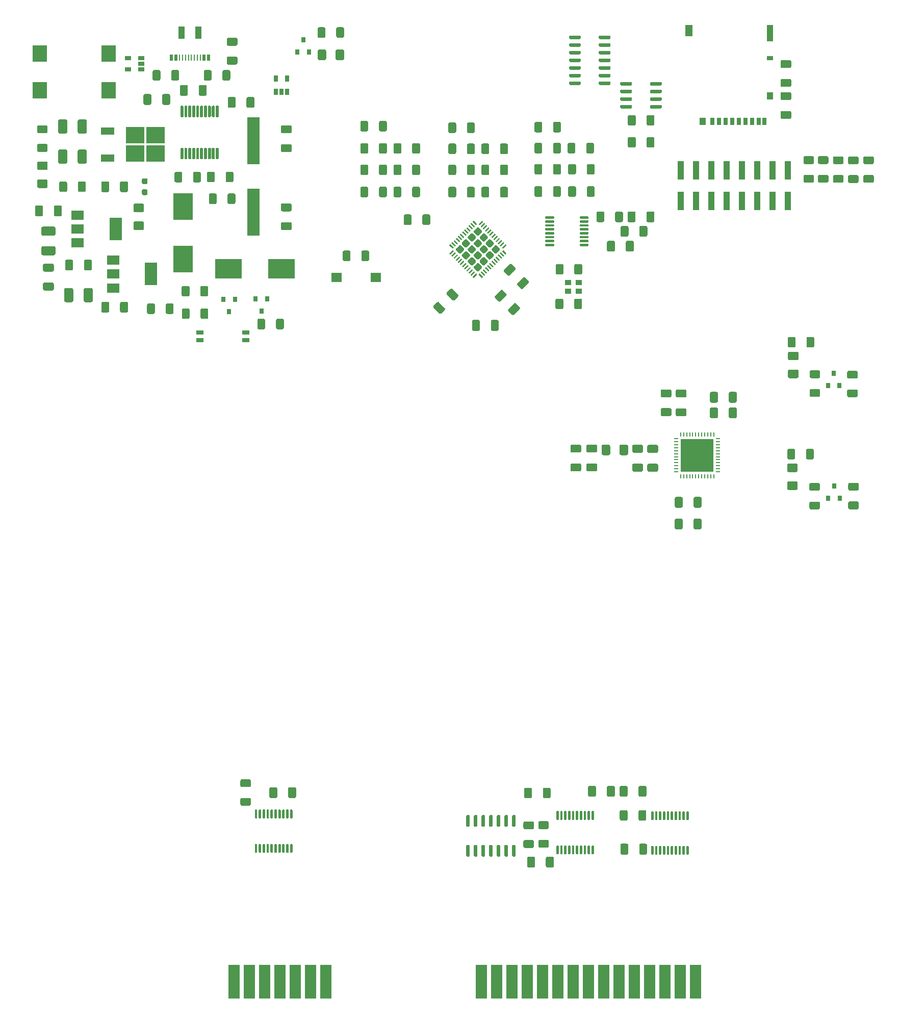
<source format=gtp>
%TF.GenerationSoftware,KiCad,Pcbnew,5.1.9+dfsg1-1+deb11u1*%
%TF.CreationDate,2025-09-09T17:10:50+02:00*%
%TF.ProjectId,VERA-MODULE-RBL,56455241-2d4d-44f4-9455-4c452d52424c,1.0*%
%TF.SameCoordinates,Original*%
%TF.FileFunction,Paste,Top*%
%TF.FilePolarity,Positive*%
%FSLAX46Y46*%
G04 Gerber Fmt 4.6, Leading zero omitted, Abs format (unit mm)*
G04 Created by KiCad (PCBNEW 5.1.9+dfsg1-1+deb11u1) date 2025-09-09 17:10:50*
%MOMM*%
%LPD*%
G01*
G04 APERTURE LIST*
%ADD10R,0.787400X0.254000*%
%ADD11R,0.254000X0.787400*%
%ADD12R,5.511800X5.511800*%
%ADD13R,2.000000X7.875000*%
%ADD14R,3.050000X2.750000*%
%ADD15R,2.200000X1.200000*%
%ADD16R,2.000000X1.500000*%
%ADD17R,2.000000X3.800000*%
%ADD18R,1.250000X0.760000*%
%ADD19R,1.700000X1.500000*%
%ADD20R,0.800000X0.900000*%
%ADD21R,1.000000X2.000000*%
%ADD22R,0.270000X1.000000*%
%ADD23R,0.520000X1.000000*%
%ADD24R,0.700000X1.200000*%
%ADD25R,1.000000X1.200000*%
%ADD26R,1.000000X0.800000*%
%ADD27R,1.000000X2.800000*%
%ADD28R,1.300000X1.900000*%
%ADD29R,3.300000X4.500000*%
%ADD30R,4.500000X3.300000*%
%ADD31R,1.930400X5.588000*%
%ADD32R,1.000000X3.150000*%
%ADD33R,0.650000X1.060000*%
%ADD34R,1.100000X0.900000*%
%ADD35R,1.060000X0.650000*%
%ADD36R,2.400000X2.800000*%
G04 APERTURE END LIST*
D10*
%TO.C,U7*%
X241262900Y-116820000D03*
X241262900Y-117319999D03*
X241262900Y-117820001D03*
X241262900Y-118320000D03*
X241262900Y-118819999D03*
X241262900Y-119320000D03*
X241262900Y-119820000D03*
X241262900Y-120320001D03*
X241262900Y-120820000D03*
X241262900Y-121319999D03*
X241262900Y-121820001D03*
X241262900Y-122320000D03*
D11*
X241980000Y-123037100D03*
X242479999Y-123037100D03*
X242980001Y-123037100D03*
X243480000Y-123037100D03*
X243979999Y-123037100D03*
X244480000Y-123037100D03*
X244980000Y-123037100D03*
X245480001Y-123037100D03*
X245980000Y-123037100D03*
X246479999Y-123037100D03*
X246980001Y-123037100D03*
X247480000Y-123037100D03*
D10*
X248197100Y-122320000D03*
X248197100Y-121820001D03*
X248197100Y-121319999D03*
X248197100Y-120820000D03*
X248197100Y-120320001D03*
X248197100Y-119820000D03*
X248197100Y-119320000D03*
X248197100Y-118819999D03*
X248197100Y-118320000D03*
X248197100Y-117820001D03*
X248197100Y-117319999D03*
X248197100Y-116820000D03*
D11*
X247480000Y-116102900D03*
X246980001Y-116102900D03*
X246479999Y-116102900D03*
X245980000Y-116102900D03*
X245480001Y-116102900D03*
X244980000Y-116102900D03*
X244480000Y-116102900D03*
X243979999Y-116102900D03*
X243480000Y-116102900D03*
X242980001Y-116102900D03*
X242479999Y-116102900D03*
X241980000Y-116102900D03*
D12*
X244730000Y-119570000D03*
%TD*%
%TO.C,U6*%
G36*
G01*
X227275000Y-184375000D02*
X227475000Y-184375000D01*
G75*
G02*
X227575000Y-184475000I0J-100000D01*
G01*
X227575000Y-185750000D01*
G75*
G02*
X227475000Y-185850000I-100000J0D01*
G01*
X227275000Y-185850000D01*
G75*
G02*
X227175000Y-185750000I0J100000D01*
G01*
X227175000Y-184475000D01*
G75*
G02*
X227275000Y-184375000I100000J0D01*
G01*
G37*
G36*
G01*
X226625000Y-184375000D02*
X226825000Y-184375000D01*
G75*
G02*
X226925000Y-184475000I0J-100000D01*
G01*
X226925000Y-185750000D01*
G75*
G02*
X226825000Y-185850000I-100000J0D01*
G01*
X226625000Y-185850000D01*
G75*
G02*
X226525000Y-185750000I0J100000D01*
G01*
X226525000Y-184475000D01*
G75*
G02*
X226625000Y-184375000I100000J0D01*
G01*
G37*
G36*
G01*
X225975000Y-184375000D02*
X226175000Y-184375000D01*
G75*
G02*
X226275000Y-184475000I0J-100000D01*
G01*
X226275000Y-185750000D01*
G75*
G02*
X226175000Y-185850000I-100000J0D01*
G01*
X225975000Y-185850000D01*
G75*
G02*
X225875000Y-185750000I0J100000D01*
G01*
X225875000Y-184475000D01*
G75*
G02*
X225975000Y-184375000I100000J0D01*
G01*
G37*
G36*
G01*
X225325000Y-184375000D02*
X225525000Y-184375000D01*
G75*
G02*
X225625000Y-184475000I0J-100000D01*
G01*
X225625000Y-185750000D01*
G75*
G02*
X225525000Y-185850000I-100000J0D01*
G01*
X225325000Y-185850000D01*
G75*
G02*
X225225000Y-185750000I0J100000D01*
G01*
X225225000Y-184475000D01*
G75*
G02*
X225325000Y-184375000I100000J0D01*
G01*
G37*
G36*
G01*
X224675000Y-184375000D02*
X224875000Y-184375000D01*
G75*
G02*
X224975000Y-184475000I0J-100000D01*
G01*
X224975000Y-185750000D01*
G75*
G02*
X224875000Y-185850000I-100000J0D01*
G01*
X224675000Y-185850000D01*
G75*
G02*
X224575000Y-185750000I0J100000D01*
G01*
X224575000Y-184475000D01*
G75*
G02*
X224675000Y-184375000I100000J0D01*
G01*
G37*
G36*
G01*
X224025000Y-184375000D02*
X224225000Y-184375000D01*
G75*
G02*
X224325000Y-184475000I0J-100000D01*
G01*
X224325000Y-185750000D01*
G75*
G02*
X224225000Y-185850000I-100000J0D01*
G01*
X224025000Y-185850000D01*
G75*
G02*
X223925000Y-185750000I0J100000D01*
G01*
X223925000Y-184475000D01*
G75*
G02*
X224025000Y-184375000I100000J0D01*
G01*
G37*
G36*
G01*
X223375000Y-184375000D02*
X223575000Y-184375000D01*
G75*
G02*
X223675000Y-184475000I0J-100000D01*
G01*
X223675000Y-185750000D01*
G75*
G02*
X223575000Y-185850000I-100000J0D01*
G01*
X223375000Y-185850000D01*
G75*
G02*
X223275000Y-185750000I0J100000D01*
G01*
X223275000Y-184475000D01*
G75*
G02*
X223375000Y-184375000I100000J0D01*
G01*
G37*
G36*
G01*
X222725000Y-184375000D02*
X222925000Y-184375000D01*
G75*
G02*
X223025000Y-184475000I0J-100000D01*
G01*
X223025000Y-185750000D01*
G75*
G02*
X222925000Y-185850000I-100000J0D01*
G01*
X222725000Y-185850000D01*
G75*
G02*
X222625000Y-185750000I0J100000D01*
G01*
X222625000Y-184475000D01*
G75*
G02*
X222725000Y-184375000I100000J0D01*
G01*
G37*
G36*
G01*
X222075000Y-184375000D02*
X222275000Y-184375000D01*
G75*
G02*
X222375000Y-184475000I0J-100000D01*
G01*
X222375000Y-185750000D01*
G75*
G02*
X222275000Y-185850000I-100000J0D01*
G01*
X222075000Y-185850000D01*
G75*
G02*
X221975000Y-185750000I0J100000D01*
G01*
X221975000Y-184475000D01*
G75*
G02*
X222075000Y-184375000I100000J0D01*
G01*
G37*
G36*
G01*
X221425000Y-184375000D02*
X221625000Y-184375000D01*
G75*
G02*
X221725000Y-184475000I0J-100000D01*
G01*
X221725000Y-185750000D01*
G75*
G02*
X221625000Y-185850000I-100000J0D01*
G01*
X221425000Y-185850000D01*
G75*
G02*
X221325000Y-185750000I0J100000D01*
G01*
X221325000Y-184475000D01*
G75*
G02*
X221425000Y-184375000I100000J0D01*
G01*
G37*
G36*
G01*
X221425000Y-178650000D02*
X221625000Y-178650000D01*
G75*
G02*
X221725000Y-178750000I0J-100000D01*
G01*
X221725000Y-180025000D01*
G75*
G02*
X221625000Y-180125000I-100000J0D01*
G01*
X221425000Y-180125000D01*
G75*
G02*
X221325000Y-180025000I0J100000D01*
G01*
X221325000Y-178750000D01*
G75*
G02*
X221425000Y-178650000I100000J0D01*
G01*
G37*
G36*
G01*
X222075000Y-178650000D02*
X222275000Y-178650000D01*
G75*
G02*
X222375000Y-178750000I0J-100000D01*
G01*
X222375000Y-180025000D01*
G75*
G02*
X222275000Y-180125000I-100000J0D01*
G01*
X222075000Y-180125000D01*
G75*
G02*
X221975000Y-180025000I0J100000D01*
G01*
X221975000Y-178750000D01*
G75*
G02*
X222075000Y-178650000I100000J0D01*
G01*
G37*
G36*
G01*
X222725000Y-178650000D02*
X222925000Y-178650000D01*
G75*
G02*
X223025000Y-178750000I0J-100000D01*
G01*
X223025000Y-180025000D01*
G75*
G02*
X222925000Y-180125000I-100000J0D01*
G01*
X222725000Y-180125000D01*
G75*
G02*
X222625000Y-180025000I0J100000D01*
G01*
X222625000Y-178750000D01*
G75*
G02*
X222725000Y-178650000I100000J0D01*
G01*
G37*
G36*
G01*
X223375000Y-178650000D02*
X223575000Y-178650000D01*
G75*
G02*
X223675000Y-178750000I0J-100000D01*
G01*
X223675000Y-180025000D01*
G75*
G02*
X223575000Y-180125000I-100000J0D01*
G01*
X223375000Y-180125000D01*
G75*
G02*
X223275000Y-180025000I0J100000D01*
G01*
X223275000Y-178750000D01*
G75*
G02*
X223375000Y-178650000I100000J0D01*
G01*
G37*
G36*
G01*
X224025000Y-178650000D02*
X224225000Y-178650000D01*
G75*
G02*
X224325000Y-178750000I0J-100000D01*
G01*
X224325000Y-180025000D01*
G75*
G02*
X224225000Y-180125000I-100000J0D01*
G01*
X224025000Y-180125000D01*
G75*
G02*
X223925000Y-180025000I0J100000D01*
G01*
X223925000Y-178750000D01*
G75*
G02*
X224025000Y-178650000I100000J0D01*
G01*
G37*
G36*
G01*
X224675000Y-178650000D02*
X224875000Y-178650000D01*
G75*
G02*
X224975000Y-178750000I0J-100000D01*
G01*
X224975000Y-180025000D01*
G75*
G02*
X224875000Y-180125000I-100000J0D01*
G01*
X224675000Y-180125000D01*
G75*
G02*
X224575000Y-180025000I0J100000D01*
G01*
X224575000Y-178750000D01*
G75*
G02*
X224675000Y-178650000I100000J0D01*
G01*
G37*
G36*
G01*
X225325000Y-178650000D02*
X225525000Y-178650000D01*
G75*
G02*
X225625000Y-178750000I0J-100000D01*
G01*
X225625000Y-180025000D01*
G75*
G02*
X225525000Y-180125000I-100000J0D01*
G01*
X225325000Y-180125000D01*
G75*
G02*
X225225000Y-180025000I0J100000D01*
G01*
X225225000Y-178750000D01*
G75*
G02*
X225325000Y-178650000I100000J0D01*
G01*
G37*
G36*
G01*
X225975000Y-178650000D02*
X226175000Y-178650000D01*
G75*
G02*
X226275000Y-178750000I0J-100000D01*
G01*
X226275000Y-180025000D01*
G75*
G02*
X226175000Y-180125000I-100000J0D01*
G01*
X225975000Y-180125000D01*
G75*
G02*
X225875000Y-180025000I0J100000D01*
G01*
X225875000Y-178750000D01*
G75*
G02*
X225975000Y-178650000I100000J0D01*
G01*
G37*
G36*
G01*
X226625000Y-178650000D02*
X226825000Y-178650000D01*
G75*
G02*
X226925000Y-178750000I0J-100000D01*
G01*
X226925000Y-180025000D01*
G75*
G02*
X226825000Y-180125000I-100000J0D01*
G01*
X226625000Y-180125000D01*
G75*
G02*
X226525000Y-180025000I0J100000D01*
G01*
X226525000Y-178750000D01*
G75*
G02*
X226625000Y-178650000I100000J0D01*
G01*
G37*
G36*
G01*
X227275000Y-178650000D02*
X227475000Y-178650000D01*
G75*
G02*
X227575000Y-178750000I0J-100000D01*
G01*
X227575000Y-180025000D01*
G75*
G02*
X227475000Y-180125000I-100000J0D01*
G01*
X227275000Y-180125000D01*
G75*
G02*
X227175000Y-180025000I0J100000D01*
G01*
X227175000Y-178750000D01*
G75*
G02*
X227275000Y-178650000I100000J0D01*
G01*
G37*
%TD*%
%TO.C,U2*%
G36*
G01*
X207677746Y-88193071D02*
X208123223Y-87747594D01*
G75*
G02*
X208476777Y-87747594I176777J-176777D01*
G01*
X208922254Y-88193071D01*
G75*
G02*
X208922254Y-88546625I-176777J-176777D01*
G01*
X208476777Y-88992102D01*
G75*
G02*
X208123223Y-88992102I-176777J176777D01*
G01*
X207677746Y-88546625D01*
G75*
G02*
X207677746Y-88193071I176777J176777D01*
G01*
G37*
G36*
G01*
X208667695Y-87203122D02*
X209113172Y-86757645D01*
G75*
G02*
X209466726Y-86757645I176777J-176777D01*
G01*
X209912203Y-87203122D01*
G75*
G02*
X209912203Y-87556676I-176777J-176777D01*
G01*
X209466726Y-88002153D01*
G75*
G02*
X209113172Y-88002153I-176777J176777D01*
G01*
X208667695Y-87556676D01*
G75*
G02*
X208667695Y-87203122I176777J176777D01*
G01*
G37*
G36*
G01*
X209657645Y-86213172D02*
X210103122Y-85767695D01*
G75*
G02*
X210456676Y-85767695I176777J-176777D01*
G01*
X210902153Y-86213172D01*
G75*
G02*
X210902153Y-86566726I-176777J-176777D01*
G01*
X210456676Y-87012203D01*
G75*
G02*
X210103122Y-87012203I-176777J176777D01*
G01*
X209657645Y-86566726D01*
G75*
G02*
X209657645Y-86213172I176777J176777D01*
G01*
G37*
G36*
G01*
X210647594Y-85223223D02*
X211093071Y-84777746D01*
G75*
G02*
X211446625Y-84777746I176777J-176777D01*
G01*
X211892102Y-85223223D01*
G75*
G02*
X211892102Y-85576777I-176777J-176777D01*
G01*
X211446625Y-86022254D01*
G75*
G02*
X211093071Y-86022254I-176777J176777D01*
G01*
X210647594Y-85576777D01*
G75*
G02*
X210647594Y-85223223I176777J176777D01*
G01*
G37*
G36*
G01*
X206687797Y-87203122D02*
X207133274Y-86757645D01*
G75*
G02*
X207486828Y-86757645I176777J-176777D01*
G01*
X207932305Y-87203122D01*
G75*
G02*
X207932305Y-87556676I-176777J-176777D01*
G01*
X207486828Y-88002153D01*
G75*
G02*
X207133274Y-88002153I-176777J176777D01*
G01*
X206687797Y-87556676D01*
G75*
G02*
X206687797Y-87203122I176777J176777D01*
G01*
G37*
G36*
G01*
X207677746Y-86213172D02*
X208123223Y-85767695D01*
G75*
G02*
X208476777Y-85767695I176777J-176777D01*
G01*
X208922254Y-86213172D01*
G75*
G02*
X208922254Y-86566726I-176777J-176777D01*
G01*
X208476777Y-87012203D01*
G75*
G02*
X208123223Y-87012203I-176777J176777D01*
G01*
X207677746Y-86566726D01*
G75*
G02*
X207677746Y-86213172I176777J176777D01*
G01*
G37*
G36*
G01*
X208667695Y-85223223D02*
X209113172Y-84777746D01*
G75*
G02*
X209466726Y-84777746I176777J-176777D01*
G01*
X209912203Y-85223223D01*
G75*
G02*
X209912203Y-85576777I-176777J-176777D01*
G01*
X209466726Y-86022254D01*
G75*
G02*
X209113172Y-86022254I-176777J176777D01*
G01*
X208667695Y-85576777D01*
G75*
G02*
X208667695Y-85223223I176777J176777D01*
G01*
G37*
G36*
G01*
X209657645Y-84233274D02*
X210103122Y-83787797D01*
G75*
G02*
X210456676Y-83787797I176777J-176777D01*
G01*
X210902153Y-84233274D01*
G75*
G02*
X210902153Y-84586828I-176777J-176777D01*
G01*
X210456676Y-85032305D01*
G75*
G02*
X210103122Y-85032305I-176777J176777D01*
G01*
X209657645Y-84586828D01*
G75*
G02*
X209657645Y-84233274I176777J176777D01*
G01*
G37*
G36*
G01*
X205697847Y-86213172D02*
X206143324Y-85767695D01*
G75*
G02*
X206496878Y-85767695I176777J-176777D01*
G01*
X206942355Y-86213172D01*
G75*
G02*
X206942355Y-86566726I-176777J-176777D01*
G01*
X206496878Y-87012203D01*
G75*
G02*
X206143324Y-87012203I-176777J176777D01*
G01*
X205697847Y-86566726D01*
G75*
G02*
X205697847Y-86213172I176777J176777D01*
G01*
G37*
G36*
G01*
X206687797Y-85223223D02*
X207133274Y-84777746D01*
G75*
G02*
X207486828Y-84777746I176777J-176777D01*
G01*
X207932305Y-85223223D01*
G75*
G02*
X207932305Y-85576777I-176777J-176777D01*
G01*
X207486828Y-86022254D01*
G75*
G02*
X207133274Y-86022254I-176777J176777D01*
G01*
X206687797Y-85576777D01*
G75*
G02*
X206687797Y-85223223I176777J176777D01*
G01*
G37*
G36*
G01*
X207677746Y-84233274D02*
X208123223Y-83787797D01*
G75*
G02*
X208476777Y-83787797I176777J-176777D01*
G01*
X208922254Y-84233274D01*
G75*
G02*
X208922254Y-84586828I-176777J-176777D01*
G01*
X208476777Y-85032305D01*
G75*
G02*
X208123223Y-85032305I-176777J176777D01*
G01*
X207677746Y-84586828D01*
G75*
G02*
X207677746Y-84233274I176777J176777D01*
G01*
G37*
G36*
G01*
X208667695Y-83243324D02*
X209113172Y-82797847D01*
G75*
G02*
X209466726Y-82797847I176777J-176777D01*
G01*
X209912203Y-83243324D01*
G75*
G02*
X209912203Y-83596878I-176777J-176777D01*
G01*
X209466726Y-84042355D01*
G75*
G02*
X209113172Y-84042355I-176777J176777D01*
G01*
X208667695Y-83596878D01*
G75*
G02*
X208667695Y-83243324I176777J176777D01*
G01*
G37*
G36*
G01*
X204707898Y-85223223D02*
X205153375Y-84777746D01*
G75*
G02*
X205506929Y-84777746I176777J-176777D01*
G01*
X205952406Y-85223223D01*
G75*
G02*
X205952406Y-85576777I-176777J-176777D01*
G01*
X205506929Y-86022254D01*
G75*
G02*
X205153375Y-86022254I-176777J176777D01*
G01*
X204707898Y-85576777D01*
G75*
G02*
X204707898Y-85223223I176777J176777D01*
G01*
G37*
G36*
G01*
X205697847Y-84233274D02*
X206143324Y-83787797D01*
G75*
G02*
X206496878Y-83787797I176777J-176777D01*
G01*
X206942355Y-84233274D01*
G75*
G02*
X206942355Y-84586828I-176777J-176777D01*
G01*
X206496878Y-85032305D01*
G75*
G02*
X206143324Y-85032305I-176777J176777D01*
G01*
X205697847Y-84586828D01*
G75*
G02*
X205697847Y-84233274I176777J176777D01*
G01*
G37*
G36*
G01*
X206687797Y-83243324D02*
X207133274Y-82797847D01*
G75*
G02*
X207486828Y-82797847I176777J-176777D01*
G01*
X207932305Y-83243324D01*
G75*
G02*
X207932305Y-83596878I-176777J-176777D01*
G01*
X207486828Y-84042355D01*
G75*
G02*
X207133274Y-84042355I-176777J176777D01*
G01*
X206687797Y-83596878D01*
G75*
G02*
X206687797Y-83243324I176777J176777D01*
G01*
G37*
G36*
G01*
X207677746Y-82253375D02*
X208123223Y-81807898D01*
G75*
G02*
X208476777Y-81807898I176777J-176777D01*
G01*
X208922254Y-82253375D01*
G75*
G02*
X208922254Y-82606929I-176777J-176777D01*
G01*
X208476777Y-83052406D01*
G75*
G02*
X208123223Y-83052406I-176777J176777D01*
G01*
X207677746Y-82606929D01*
G75*
G02*
X207677746Y-82253375I176777J176777D01*
G01*
G37*
G36*
G01*
X208432583Y-81201554D02*
X208962913Y-80671224D01*
G75*
G02*
X209051301Y-80671224I44194J-44194D01*
G01*
X209139689Y-80759612D01*
G75*
G02*
X209139689Y-80848000I-44194J-44194D01*
G01*
X208609359Y-81378330D01*
G75*
G02*
X208520971Y-81378330I-44194J44194D01*
G01*
X208432583Y-81289942D01*
G75*
G02*
X208432583Y-81201554I44194J44194D01*
G01*
G37*
G36*
G01*
X208786136Y-81555107D02*
X209316466Y-81024777D01*
G75*
G02*
X209404854Y-81024777I44194J-44194D01*
G01*
X209493242Y-81113165D01*
G75*
G02*
X209493242Y-81201553I-44194J-44194D01*
G01*
X208962912Y-81731883D01*
G75*
G02*
X208874524Y-81731883I-44194J44194D01*
G01*
X208786136Y-81643495D01*
G75*
G02*
X208786136Y-81555107I44194J44194D01*
G01*
G37*
G36*
G01*
X209139690Y-81908661D02*
X209670020Y-81378331D01*
G75*
G02*
X209758408Y-81378331I44194J-44194D01*
G01*
X209846796Y-81466719D01*
G75*
G02*
X209846796Y-81555107I-44194J-44194D01*
G01*
X209316466Y-82085437D01*
G75*
G02*
X209228078Y-82085437I-44194J44194D01*
G01*
X209139690Y-81997049D01*
G75*
G02*
X209139690Y-81908661I44194J44194D01*
G01*
G37*
G36*
G01*
X209493243Y-82262214D02*
X210023573Y-81731884D01*
G75*
G02*
X210111961Y-81731884I44194J-44194D01*
G01*
X210200349Y-81820272D01*
G75*
G02*
X210200349Y-81908660I-44194J-44194D01*
G01*
X209670019Y-82438990D01*
G75*
G02*
X209581631Y-82438990I-44194J44194D01*
G01*
X209493243Y-82350602D01*
G75*
G02*
X209493243Y-82262214I44194J44194D01*
G01*
G37*
G36*
G01*
X209846796Y-82615767D02*
X210377126Y-82085437D01*
G75*
G02*
X210465514Y-82085437I44194J-44194D01*
G01*
X210553902Y-82173825D01*
G75*
G02*
X210553902Y-82262213I-44194J-44194D01*
G01*
X210023572Y-82792543D01*
G75*
G02*
X209935184Y-82792543I-44194J44194D01*
G01*
X209846796Y-82704155D01*
G75*
G02*
X209846796Y-82615767I44194J44194D01*
G01*
G37*
G36*
G01*
X210200350Y-82969321D02*
X210730680Y-82438991D01*
G75*
G02*
X210819068Y-82438991I44194J-44194D01*
G01*
X210907456Y-82527379D01*
G75*
G02*
X210907456Y-82615767I-44194J-44194D01*
G01*
X210377126Y-83146097D01*
G75*
G02*
X210288738Y-83146097I-44194J44194D01*
G01*
X210200350Y-83057709D01*
G75*
G02*
X210200350Y-82969321I44194J44194D01*
G01*
G37*
G36*
G01*
X210553903Y-83322874D02*
X211084233Y-82792544D01*
G75*
G02*
X211172621Y-82792544I44194J-44194D01*
G01*
X211261009Y-82880932D01*
G75*
G02*
X211261009Y-82969320I-44194J-44194D01*
G01*
X210730679Y-83499650D01*
G75*
G02*
X210642291Y-83499650I-44194J44194D01*
G01*
X210553903Y-83411262D01*
G75*
G02*
X210553903Y-83322874I44194J44194D01*
G01*
G37*
G36*
G01*
X210907457Y-83676428D02*
X211437787Y-83146098D01*
G75*
G02*
X211526175Y-83146098I44194J-44194D01*
G01*
X211614563Y-83234486D01*
G75*
G02*
X211614563Y-83322874I-44194J-44194D01*
G01*
X211084233Y-83853204D01*
G75*
G02*
X210995845Y-83853204I-44194J44194D01*
G01*
X210907457Y-83764816D01*
G75*
G02*
X210907457Y-83676428I44194J44194D01*
G01*
G37*
G36*
G01*
X211261010Y-84029981D02*
X211791340Y-83499651D01*
G75*
G02*
X211879728Y-83499651I44194J-44194D01*
G01*
X211968116Y-83588039D01*
G75*
G02*
X211968116Y-83676427I-44194J-44194D01*
G01*
X211437786Y-84206757D01*
G75*
G02*
X211349398Y-84206757I-44194J44194D01*
G01*
X211261010Y-84118369D01*
G75*
G02*
X211261010Y-84029981I44194J44194D01*
G01*
G37*
G36*
G01*
X211614563Y-84383534D02*
X212144893Y-83853204D01*
G75*
G02*
X212233281Y-83853204I44194J-44194D01*
G01*
X212321669Y-83941592D01*
G75*
G02*
X212321669Y-84029980I-44194J-44194D01*
G01*
X211791339Y-84560310D01*
G75*
G02*
X211702951Y-84560310I-44194J44194D01*
G01*
X211614563Y-84471922D01*
G75*
G02*
X211614563Y-84383534I44194J44194D01*
G01*
G37*
G36*
G01*
X211968117Y-84737088D02*
X212498447Y-84206758D01*
G75*
G02*
X212586835Y-84206758I44194J-44194D01*
G01*
X212675223Y-84295146D01*
G75*
G02*
X212675223Y-84383534I-44194J-44194D01*
G01*
X212144893Y-84913864D01*
G75*
G02*
X212056505Y-84913864I-44194J44194D01*
G01*
X211968117Y-84825476D01*
G75*
G02*
X211968117Y-84737088I44194J44194D01*
G01*
G37*
G36*
G01*
X212321670Y-85090641D02*
X212852000Y-84560311D01*
G75*
G02*
X212940388Y-84560311I44194J-44194D01*
G01*
X213028776Y-84648699D01*
G75*
G02*
X213028776Y-84737087I-44194J-44194D01*
G01*
X212498446Y-85267417D01*
G75*
G02*
X212410058Y-85267417I-44194J44194D01*
G01*
X212321670Y-85179029D01*
G75*
G02*
X212321670Y-85090641I44194J44194D01*
G01*
G37*
G36*
G01*
X212321670Y-85620971D02*
X212410058Y-85532583D01*
G75*
G02*
X212498446Y-85532583I44194J-44194D01*
G01*
X213028776Y-86062913D01*
G75*
G02*
X213028776Y-86151301I-44194J-44194D01*
G01*
X212940388Y-86239689D01*
G75*
G02*
X212852000Y-86239689I-44194J44194D01*
G01*
X212321670Y-85709359D01*
G75*
G02*
X212321670Y-85620971I44194J44194D01*
G01*
G37*
G36*
G01*
X211968117Y-85974524D02*
X212056505Y-85886136D01*
G75*
G02*
X212144893Y-85886136I44194J-44194D01*
G01*
X212675223Y-86416466D01*
G75*
G02*
X212675223Y-86504854I-44194J-44194D01*
G01*
X212586835Y-86593242D01*
G75*
G02*
X212498447Y-86593242I-44194J44194D01*
G01*
X211968117Y-86062912D01*
G75*
G02*
X211968117Y-85974524I44194J44194D01*
G01*
G37*
G36*
G01*
X211614563Y-86328078D02*
X211702951Y-86239690D01*
G75*
G02*
X211791339Y-86239690I44194J-44194D01*
G01*
X212321669Y-86770020D01*
G75*
G02*
X212321669Y-86858408I-44194J-44194D01*
G01*
X212233281Y-86946796D01*
G75*
G02*
X212144893Y-86946796I-44194J44194D01*
G01*
X211614563Y-86416466D01*
G75*
G02*
X211614563Y-86328078I44194J44194D01*
G01*
G37*
G36*
G01*
X211261010Y-86681631D02*
X211349398Y-86593243D01*
G75*
G02*
X211437786Y-86593243I44194J-44194D01*
G01*
X211968116Y-87123573D01*
G75*
G02*
X211968116Y-87211961I-44194J-44194D01*
G01*
X211879728Y-87300349D01*
G75*
G02*
X211791340Y-87300349I-44194J44194D01*
G01*
X211261010Y-86770019D01*
G75*
G02*
X211261010Y-86681631I44194J44194D01*
G01*
G37*
G36*
G01*
X210907457Y-87035184D02*
X210995845Y-86946796D01*
G75*
G02*
X211084233Y-86946796I44194J-44194D01*
G01*
X211614563Y-87477126D01*
G75*
G02*
X211614563Y-87565514I-44194J-44194D01*
G01*
X211526175Y-87653902D01*
G75*
G02*
X211437787Y-87653902I-44194J44194D01*
G01*
X210907457Y-87123572D01*
G75*
G02*
X210907457Y-87035184I44194J44194D01*
G01*
G37*
G36*
G01*
X210553903Y-87388738D02*
X210642291Y-87300350D01*
G75*
G02*
X210730679Y-87300350I44194J-44194D01*
G01*
X211261009Y-87830680D01*
G75*
G02*
X211261009Y-87919068I-44194J-44194D01*
G01*
X211172621Y-88007456D01*
G75*
G02*
X211084233Y-88007456I-44194J44194D01*
G01*
X210553903Y-87477126D01*
G75*
G02*
X210553903Y-87388738I44194J44194D01*
G01*
G37*
G36*
G01*
X210200350Y-87742291D02*
X210288738Y-87653903D01*
G75*
G02*
X210377126Y-87653903I44194J-44194D01*
G01*
X210907456Y-88184233D01*
G75*
G02*
X210907456Y-88272621I-44194J-44194D01*
G01*
X210819068Y-88361009D01*
G75*
G02*
X210730680Y-88361009I-44194J44194D01*
G01*
X210200350Y-87830679D01*
G75*
G02*
X210200350Y-87742291I44194J44194D01*
G01*
G37*
G36*
G01*
X209846796Y-88095845D02*
X209935184Y-88007457D01*
G75*
G02*
X210023572Y-88007457I44194J-44194D01*
G01*
X210553902Y-88537787D01*
G75*
G02*
X210553902Y-88626175I-44194J-44194D01*
G01*
X210465514Y-88714563D01*
G75*
G02*
X210377126Y-88714563I-44194J44194D01*
G01*
X209846796Y-88184233D01*
G75*
G02*
X209846796Y-88095845I44194J44194D01*
G01*
G37*
G36*
G01*
X209493243Y-88449398D02*
X209581631Y-88361010D01*
G75*
G02*
X209670019Y-88361010I44194J-44194D01*
G01*
X210200349Y-88891340D01*
G75*
G02*
X210200349Y-88979728I-44194J-44194D01*
G01*
X210111961Y-89068116D01*
G75*
G02*
X210023573Y-89068116I-44194J44194D01*
G01*
X209493243Y-88537786D01*
G75*
G02*
X209493243Y-88449398I44194J44194D01*
G01*
G37*
G36*
G01*
X209139690Y-88802951D02*
X209228078Y-88714563D01*
G75*
G02*
X209316466Y-88714563I44194J-44194D01*
G01*
X209846796Y-89244893D01*
G75*
G02*
X209846796Y-89333281I-44194J-44194D01*
G01*
X209758408Y-89421669D01*
G75*
G02*
X209670020Y-89421669I-44194J44194D01*
G01*
X209139690Y-88891339D01*
G75*
G02*
X209139690Y-88802951I44194J44194D01*
G01*
G37*
G36*
G01*
X208786136Y-89156505D02*
X208874524Y-89068117D01*
G75*
G02*
X208962912Y-89068117I44194J-44194D01*
G01*
X209493242Y-89598447D01*
G75*
G02*
X209493242Y-89686835I-44194J-44194D01*
G01*
X209404854Y-89775223D01*
G75*
G02*
X209316466Y-89775223I-44194J44194D01*
G01*
X208786136Y-89244893D01*
G75*
G02*
X208786136Y-89156505I44194J44194D01*
G01*
G37*
G36*
G01*
X208432583Y-89510058D02*
X208520971Y-89421670D01*
G75*
G02*
X208609359Y-89421670I44194J-44194D01*
G01*
X209139689Y-89952000D01*
G75*
G02*
X209139689Y-90040388I-44194J-44194D01*
G01*
X209051301Y-90128776D01*
G75*
G02*
X208962913Y-90128776I-44194J44194D01*
G01*
X208432583Y-89598446D01*
G75*
G02*
X208432583Y-89510058I44194J44194D01*
G01*
G37*
G36*
G01*
X207460311Y-89952000D02*
X207990641Y-89421670D01*
G75*
G02*
X208079029Y-89421670I44194J-44194D01*
G01*
X208167417Y-89510058D01*
G75*
G02*
X208167417Y-89598446I-44194J-44194D01*
G01*
X207637087Y-90128776D01*
G75*
G02*
X207548699Y-90128776I-44194J44194D01*
G01*
X207460311Y-90040388D01*
G75*
G02*
X207460311Y-89952000I44194J44194D01*
G01*
G37*
G36*
G01*
X207106758Y-89598447D02*
X207637088Y-89068117D01*
G75*
G02*
X207725476Y-89068117I44194J-44194D01*
G01*
X207813864Y-89156505D01*
G75*
G02*
X207813864Y-89244893I-44194J-44194D01*
G01*
X207283534Y-89775223D01*
G75*
G02*
X207195146Y-89775223I-44194J44194D01*
G01*
X207106758Y-89686835D01*
G75*
G02*
X207106758Y-89598447I44194J44194D01*
G01*
G37*
G36*
G01*
X206753204Y-89244893D02*
X207283534Y-88714563D01*
G75*
G02*
X207371922Y-88714563I44194J-44194D01*
G01*
X207460310Y-88802951D01*
G75*
G02*
X207460310Y-88891339I-44194J-44194D01*
G01*
X206929980Y-89421669D01*
G75*
G02*
X206841592Y-89421669I-44194J44194D01*
G01*
X206753204Y-89333281D01*
G75*
G02*
X206753204Y-89244893I44194J44194D01*
G01*
G37*
G36*
G01*
X206399651Y-88891340D02*
X206929981Y-88361010D01*
G75*
G02*
X207018369Y-88361010I44194J-44194D01*
G01*
X207106757Y-88449398D01*
G75*
G02*
X207106757Y-88537786I-44194J-44194D01*
G01*
X206576427Y-89068116D01*
G75*
G02*
X206488039Y-89068116I-44194J44194D01*
G01*
X206399651Y-88979728D01*
G75*
G02*
X206399651Y-88891340I44194J44194D01*
G01*
G37*
G36*
G01*
X206046098Y-88537787D02*
X206576428Y-88007457D01*
G75*
G02*
X206664816Y-88007457I44194J-44194D01*
G01*
X206753204Y-88095845D01*
G75*
G02*
X206753204Y-88184233I-44194J-44194D01*
G01*
X206222874Y-88714563D01*
G75*
G02*
X206134486Y-88714563I-44194J44194D01*
G01*
X206046098Y-88626175D01*
G75*
G02*
X206046098Y-88537787I44194J44194D01*
G01*
G37*
G36*
G01*
X205692544Y-88184233D02*
X206222874Y-87653903D01*
G75*
G02*
X206311262Y-87653903I44194J-44194D01*
G01*
X206399650Y-87742291D01*
G75*
G02*
X206399650Y-87830679I-44194J-44194D01*
G01*
X205869320Y-88361009D01*
G75*
G02*
X205780932Y-88361009I-44194J44194D01*
G01*
X205692544Y-88272621D01*
G75*
G02*
X205692544Y-88184233I44194J44194D01*
G01*
G37*
G36*
G01*
X205338991Y-87830680D02*
X205869321Y-87300350D01*
G75*
G02*
X205957709Y-87300350I44194J-44194D01*
G01*
X206046097Y-87388738D01*
G75*
G02*
X206046097Y-87477126I-44194J-44194D01*
G01*
X205515767Y-88007456D01*
G75*
G02*
X205427379Y-88007456I-44194J44194D01*
G01*
X205338991Y-87919068D01*
G75*
G02*
X205338991Y-87830680I44194J44194D01*
G01*
G37*
G36*
G01*
X204985437Y-87477126D02*
X205515767Y-86946796D01*
G75*
G02*
X205604155Y-86946796I44194J-44194D01*
G01*
X205692543Y-87035184D01*
G75*
G02*
X205692543Y-87123572I-44194J-44194D01*
G01*
X205162213Y-87653902D01*
G75*
G02*
X205073825Y-87653902I-44194J44194D01*
G01*
X204985437Y-87565514D01*
G75*
G02*
X204985437Y-87477126I44194J44194D01*
G01*
G37*
G36*
G01*
X204631884Y-87123573D02*
X205162214Y-86593243D01*
G75*
G02*
X205250602Y-86593243I44194J-44194D01*
G01*
X205338990Y-86681631D01*
G75*
G02*
X205338990Y-86770019I-44194J-44194D01*
G01*
X204808660Y-87300349D01*
G75*
G02*
X204720272Y-87300349I-44194J44194D01*
G01*
X204631884Y-87211961D01*
G75*
G02*
X204631884Y-87123573I44194J44194D01*
G01*
G37*
G36*
G01*
X204278331Y-86770020D02*
X204808661Y-86239690D01*
G75*
G02*
X204897049Y-86239690I44194J-44194D01*
G01*
X204985437Y-86328078D01*
G75*
G02*
X204985437Y-86416466I-44194J-44194D01*
G01*
X204455107Y-86946796D01*
G75*
G02*
X204366719Y-86946796I-44194J44194D01*
G01*
X204278331Y-86858408D01*
G75*
G02*
X204278331Y-86770020I44194J44194D01*
G01*
G37*
G36*
G01*
X203924777Y-86416466D02*
X204455107Y-85886136D01*
G75*
G02*
X204543495Y-85886136I44194J-44194D01*
G01*
X204631883Y-85974524D01*
G75*
G02*
X204631883Y-86062912I-44194J-44194D01*
G01*
X204101553Y-86593242D01*
G75*
G02*
X204013165Y-86593242I-44194J44194D01*
G01*
X203924777Y-86504854D01*
G75*
G02*
X203924777Y-86416466I44194J44194D01*
G01*
G37*
G36*
G01*
X203571224Y-86062913D02*
X204101554Y-85532583D01*
G75*
G02*
X204189942Y-85532583I44194J-44194D01*
G01*
X204278330Y-85620971D01*
G75*
G02*
X204278330Y-85709359I-44194J-44194D01*
G01*
X203748000Y-86239689D01*
G75*
G02*
X203659612Y-86239689I-44194J44194D01*
G01*
X203571224Y-86151301D01*
G75*
G02*
X203571224Y-86062913I44194J44194D01*
G01*
G37*
G36*
G01*
X203571224Y-84648699D02*
X203659612Y-84560311D01*
G75*
G02*
X203748000Y-84560311I44194J-44194D01*
G01*
X204278330Y-85090641D01*
G75*
G02*
X204278330Y-85179029I-44194J-44194D01*
G01*
X204189942Y-85267417D01*
G75*
G02*
X204101554Y-85267417I-44194J44194D01*
G01*
X203571224Y-84737087D01*
G75*
G02*
X203571224Y-84648699I44194J44194D01*
G01*
G37*
G36*
G01*
X203924777Y-84295146D02*
X204013165Y-84206758D01*
G75*
G02*
X204101553Y-84206758I44194J-44194D01*
G01*
X204631883Y-84737088D01*
G75*
G02*
X204631883Y-84825476I-44194J-44194D01*
G01*
X204543495Y-84913864D01*
G75*
G02*
X204455107Y-84913864I-44194J44194D01*
G01*
X203924777Y-84383534D01*
G75*
G02*
X203924777Y-84295146I44194J44194D01*
G01*
G37*
G36*
G01*
X204278331Y-83941592D02*
X204366719Y-83853204D01*
G75*
G02*
X204455107Y-83853204I44194J-44194D01*
G01*
X204985437Y-84383534D01*
G75*
G02*
X204985437Y-84471922I-44194J-44194D01*
G01*
X204897049Y-84560310D01*
G75*
G02*
X204808661Y-84560310I-44194J44194D01*
G01*
X204278331Y-84029980D01*
G75*
G02*
X204278331Y-83941592I44194J44194D01*
G01*
G37*
G36*
G01*
X204631884Y-83588039D02*
X204720272Y-83499651D01*
G75*
G02*
X204808660Y-83499651I44194J-44194D01*
G01*
X205338990Y-84029981D01*
G75*
G02*
X205338990Y-84118369I-44194J-44194D01*
G01*
X205250602Y-84206757D01*
G75*
G02*
X205162214Y-84206757I-44194J44194D01*
G01*
X204631884Y-83676427D01*
G75*
G02*
X204631884Y-83588039I44194J44194D01*
G01*
G37*
G36*
G01*
X204985437Y-83234486D02*
X205073825Y-83146098D01*
G75*
G02*
X205162213Y-83146098I44194J-44194D01*
G01*
X205692543Y-83676428D01*
G75*
G02*
X205692543Y-83764816I-44194J-44194D01*
G01*
X205604155Y-83853204D01*
G75*
G02*
X205515767Y-83853204I-44194J44194D01*
G01*
X204985437Y-83322874D01*
G75*
G02*
X204985437Y-83234486I44194J44194D01*
G01*
G37*
G36*
G01*
X205338991Y-82880932D02*
X205427379Y-82792544D01*
G75*
G02*
X205515767Y-82792544I44194J-44194D01*
G01*
X206046097Y-83322874D01*
G75*
G02*
X206046097Y-83411262I-44194J-44194D01*
G01*
X205957709Y-83499650D01*
G75*
G02*
X205869321Y-83499650I-44194J44194D01*
G01*
X205338991Y-82969320D01*
G75*
G02*
X205338991Y-82880932I44194J44194D01*
G01*
G37*
G36*
G01*
X205692544Y-82527379D02*
X205780932Y-82438991D01*
G75*
G02*
X205869320Y-82438991I44194J-44194D01*
G01*
X206399650Y-82969321D01*
G75*
G02*
X206399650Y-83057709I-44194J-44194D01*
G01*
X206311262Y-83146097D01*
G75*
G02*
X206222874Y-83146097I-44194J44194D01*
G01*
X205692544Y-82615767D01*
G75*
G02*
X205692544Y-82527379I44194J44194D01*
G01*
G37*
G36*
G01*
X206046098Y-82173825D02*
X206134486Y-82085437D01*
G75*
G02*
X206222874Y-82085437I44194J-44194D01*
G01*
X206753204Y-82615767D01*
G75*
G02*
X206753204Y-82704155I-44194J-44194D01*
G01*
X206664816Y-82792543D01*
G75*
G02*
X206576428Y-82792543I-44194J44194D01*
G01*
X206046098Y-82262213D01*
G75*
G02*
X206046098Y-82173825I44194J44194D01*
G01*
G37*
G36*
G01*
X206399651Y-81820272D02*
X206488039Y-81731884D01*
G75*
G02*
X206576427Y-81731884I44194J-44194D01*
G01*
X207106757Y-82262214D01*
G75*
G02*
X207106757Y-82350602I-44194J-44194D01*
G01*
X207018369Y-82438990D01*
G75*
G02*
X206929981Y-82438990I-44194J44194D01*
G01*
X206399651Y-81908660D01*
G75*
G02*
X206399651Y-81820272I44194J44194D01*
G01*
G37*
G36*
G01*
X206753204Y-81466719D02*
X206841592Y-81378331D01*
G75*
G02*
X206929980Y-81378331I44194J-44194D01*
G01*
X207460310Y-81908661D01*
G75*
G02*
X207460310Y-81997049I-44194J-44194D01*
G01*
X207371922Y-82085437D01*
G75*
G02*
X207283534Y-82085437I-44194J44194D01*
G01*
X206753204Y-81555107D01*
G75*
G02*
X206753204Y-81466719I44194J44194D01*
G01*
G37*
G36*
G01*
X207106758Y-81113165D02*
X207195146Y-81024777D01*
G75*
G02*
X207283534Y-81024777I44194J-44194D01*
G01*
X207813864Y-81555107D01*
G75*
G02*
X207813864Y-81643495I-44194J-44194D01*
G01*
X207725476Y-81731883D01*
G75*
G02*
X207637088Y-81731883I-44194J44194D01*
G01*
X207106758Y-81201553D01*
G75*
G02*
X207106758Y-81113165I44194J44194D01*
G01*
G37*
G36*
G01*
X207460311Y-80759612D02*
X207548699Y-80671224D01*
G75*
G02*
X207637087Y-80671224I44194J-44194D01*
G01*
X208167417Y-81201554D01*
G75*
G02*
X208167417Y-81289942I-44194J-44194D01*
G01*
X208079029Y-81378330D01*
G75*
G02*
X207990641Y-81378330I-44194J44194D01*
G01*
X207460311Y-80848000D01*
G75*
G02*
X207460311Y-80759612I44194J44194D01*
G01*
G37*
%TD*%
%TO.C,R59*%
G36*
G01*
X219835001Y-181640000D02*
X218584999Y-181640000D01*
G75*
G02*
X218335000Y-181390001I0J249999D01*
G01*
X218335000Y-180589999D01*
G75*
G02*
X218584999Y-180340000I249999J0D01*
G01*
X219835001Y-180340000D01*
G75*
G02*
X220085000Y-180589999I0J-249999D01*
G01*
X220085000Y-181390001D01*
G75*
G02*
X219835001Y-181640000I-249999J0D01*
G01*
G37*
G36*
G01*
X219835001Y-184740000D02*
X218584999Y-184740000D01*
G75*
G02*
X218335000Y-184490001I0J249999D01*
G01*
X218335000Y-183689999D01*
G75*
G02*
X218584999Y-183440000I249999J0D01*
G01*
X219835001Y-183440000D01*
G75*
G02*
X220085000Y-183689999I0J-249999D01*
G01*
X220085000Y-184490001D01*
G75*
G02*
X219835001Y-184740000I-249999J0D01*
G01*
G37*
%TD*%
%TO.C,U5*%
G36*
G01*
X206830000Y-181270000D02*
X206530000Y-181270000D01*
G75*
G02*
X206380000Y-181120000I0J150000D01*
G01*
X206380000Y-179470000D01*
G75*
G02*
X206530000Y-179320000I150000J0D01*
G01*
X206830000Y-179320000D01*
G75*
G02*
X206980000Y-179470000I0J-150000D01*
G01*
X206980000Y-181120000D01*
G75*
G02*
X206830000Y-181270000I-150000J0D01*
G01*
G37*
G36*
G01*
X208100000Y-181270000D02*
X207800000Y-181270000D01*
G75*
G02*
X207650000Y-181120000I0J150000D01*
G01*
X207650000Y-179470000D01*
G75*
G02*
X207800000Y-179320000I150000J0D01*
G01*
X208100000Y-179320000D01*
G75*
G02*
X208250000Y-179470000I0J-150000D01*
G01*
X208250000Y-181120000D01*
G75*
G02*
X208100000Y-181270000I-150000J0D01*
G01*
G37*
G36*
G01*
X209370000Y-181270000D02*
X209070000Y-181270000D01*
G75*
G02*
X208920000Y-181120000I0J150000D01*
G01*
X208920000Y-179470000D01*
G75*
G02*
X209070000Y-179320000I150000J0D01*
G01*
X209370000Y-179320000D01*
G75*
G02*
X209520000Y-179470000I0J-150000D01*
G01*
X209520000Y-181120000D01*
G75*
G02*
X209370000Y-181270000I-150000J0D01*
G01*
G37*
G36*
G01*
X210640000Y-181270000D02*
X210340000Y-181270000D01*
G75*
G02*
X210190000Y-181120000I0J150000D01*
G01*
X210190000Y-179470000D01*
G75*
G02*
X210340000Y-179320000I150000J0D01*
G01*
X210640000Y-179320000D01*
G75*
G02*
X210790000Y-179470000I0J-150000D01*
G01*
X210790000Y-181120000D01*
G75*
G02*
X210640000Y-181270000I-150000J0D01*
G01*
G37*
G36*
G01*
X211910000Y-181270000D02*
X211610000Y-181270000D01*
G75*
G02*
X211460000Y-181120000I0J150000D01*
G01*
X211460000Y-179470000D01*
G75*
G02*
X211610000Y-179320000I150000J0D01*
G01*
X211910000Y-179320000D01*
G75*
G02*
X212060000Y-179470000I0J-150000D01*
G01*
X212060000Y-181120000D01*
G75*
G02*
X211910000Y-181270000I-150000J0D01*
G01*
G37*
G36*
G01*
X213180000Y-181270000D02*
X212880000Y-181270000D01*
G75*
G02*
X212730000Y-181120000I0J150000D01*
G01*
X212730000Y-179470000D01*
G75*
G02*
X212880000Y-179320000I150000J0D01*
G01*
X213180000Y-179320000D01*
G75*
G02*
X213330000Y-179470000I0J-150000D01*
G01*
X213330000Y-181120000D01*
G75*
G02*
X213180000Y-181270000I-150000J0D01*
G01*
G37*
G36*
G01*
X214450000Y-181270000D02*
X214150000Y-181270000D01*
G75*
G02*
X214000000Y-181120000I0J150000D01*
G01*
X214000000Y-179470000D01*
G75*
G02*
X214150000Y-179320000I150000J0D01*
G01*
X214450000Y-179320000D01*
G75*
G02*
X214600000Y-179470000I0J-150000D01*
G01*
X214600000Y-181120000D01*
G75*
G02*
X214450000Y-181270000I-150000J0D01*
G01*
G37*
G36*
G01*
X214450000Y-186220000D02*
X214150000Y-186220000D01*
G75*
G02*
X214000000Y-186070000I0J150000D01*
G01*
X214000000Y-184420000D01*
G75*
G02*
X214150000Y-184270000I150000J0D01*
G01*
X214450000Y-184270000D01*
G75*
G02*
X214600000Y-184420000I0J-150000D01*
G01*
X214600000Y-186070000D01*
G75*
G02*
X214450000Y-186220000I-150000J0D01*
G01*
G37*
G36*
G01*
X213180000Y-186220000D02*
X212880000Y-186220000D01*
G75*
G02*
X212730000Y-186070000I0J150000D01*
G01*
X212730000Y-184420000D01*
G75*
G02*
X212880000Y-184270000I150000J0D01*
G01*
X213180000Y-184270000D01*
G75*
G02*
X213330000Y-184420000I0J-150000D01*
G01*
X213330000Y-186070000D01*
G75*
G02*
X213180000Y-186220000I-150000J0D01*
G01*
G37*
G36*
G01*
X211910000Y-186220000D02*
X211610000Y-186220000D01*
G75*
G02*
X211460000Y-186070000I0J150000D01*
G01*
X211460000Y-184420000D01*
G75*
G02*
X211610000Y-184270000I150000J0D01*
G01*
X211910000Y-184270000D01*
G75*
G02*
X212060000Y-184420000I0J-150000D01*
G01*
X212060000Y-186070000D01*
G75*
G02*
X211910000Y-186220000I-150000J0D01*
G01*
G37*
G36*
G01*
X210640000Y-186220000D02*
X210340000Y-186220000D01*
G75*
G02*
X210190000Y-186070000I0J150000D01*
G01*
X210190000Y-184420000D01*
G75*
G02*
X210340000Y-184270000I150000J0D01*
G01*
X210640000Y-184270000D01*
G75*
G02*
X210790000Y-184420000I0J-150000D01*
G01*
X210790000Y-186070000D01*
G75*
G02*
X210640000Y-186220000I-150000J0D01*
G01*
G37*
G36*
G01*
X209370000Y-186220000D02*
X209070000Y-186220000D01*
G75*
G02*
X208920000Y-186070000I0J150000D01*
G01*
X208920000Y-184420000D01*
G75*
G02*
X209070000Y-184270000I150000J0D01*
G01*
X209370000Y-184270000D01*
G75*
G02*
X209520000Y-184420000I0J-150000D01*
G01*
X209520000Y-186070000D01*
G75*
G02*
X209370000Y-186220000I-150000J0D01*
G01*
G37*
G36*
G01*
X208100000Y-186220000D02*
X207800000Y-186220000D01*
G75*
G02*
X207650000Y-186070000I0J150000D01*
G01*
X207650000Y-184420000D01*
G75*
G02*
X207800000Y-184270000I150000J0D01*
G01*
X208100000Y-184270000D01*
G75*
G02*
X208250000Y-184420000I0J-150000D01*
G01*
X208250000Y-186070000D01*
G75*
G02*
X208100000Y-186220000I-150000J0D01*
G01*
G37*
G36*
G01*
X206830000Y-186220000D02*
X206530000Y-186220000D01*
G75*
G02*
X206380000Y-186070000I0J150000D01*
G01*
X206380000Y-184420000D01*
G75*
G02*
X206530000Y-184270000I150000J0D01*
G01*
X206830000Y-184270000D01*
G75*
G02*
X206980000Y-184420000I0J-150000D01*
G01*
X206980000Y-186070000D01*
G75*
G02*
X206830000Y-186220000I-150000J0D01*
G01*
G37*
%TD*%
%TO.C,R60*%
G36*
G01*
X216124999Y-183470000D02*
X217375001Y-183470000D01*
G75*
G02*
X217625000Y-183719999I0J-249999D01*
G01*
X217625000Y-184520001D01*
G75*
G02*
X217375001Y-184770000I-249999J0D01*
G01*
X216124999Y-184770000D01*
G75*
G02*
X215875000Y-184520001I0J249999D01*
G01*
X215875000Y-183719999D01*
G75*
G02*
X216124999Y-183470000I249999J0D01*
G01*
G37*
G36*
G01*
X216124999Y-180370000D02*
X217375001Y-180370000D01*
G75*
G02*
X217625000Y-180619999I0J-249999D01*
G01*
X217625000Y-181420001D01*
G75*
G02*
X217375001Y-181670000I-249999J0D01*
G01*
X216124999Y-181670000D01*
G75*
G02*
X215875000Y-181420001I0J249999D01*
G01*
X215875000Y-180619999D01*
G75*
G02*
X216124999Y-180370000I249999J0D01*
G01*
G37*
%TD*%
D13*
%TO.C,Y1*%
X171050000Y-79227500D03*
X171050000Y-67352500D03*
%TD*%
D14*
%TO.C,U15*%
X151425000Y-69525000D03*
X154775000Y-66475000D03*
X151425000Y-66475000D03*
X154775000Y-69525000D03*
D15*
X146800000Y-70280000D03*
X146800000Y-65720000D03*
%TD*%
D16*
%TO.C,U13*%
X141850000Y-79700000D03*
X141850000Y-84300000D03*
X141850000Y-82000000D03*
D17*
X148150000Y-82000000D03*
%TD*%
%TO.C,U12*%
G36*
G01*
X164900000Y-68550000D02*
X165150000Y-68550000D01*
G75*
G02*
X165275000Y-68675000I0J-125000D01*
G01*
X165275000Y-70325000D01*
G75*
G02*
X165150000Y-70450000I-125000J0D01*
G01*
X164900000Y-70450000D01*
G75*
G02*
X164775000Y-70325000I0J125000D01*
G01*
X164775000Y-68675000D01*
G75*
G02*
X164900000Y-68550000I125000J0D01*
G01*
G37*
G36*
G01*
X164250000Y-68550000D02*
X164500000Y-68550000D01*
G75*
G02*
X164625000Y-68675000I0J-125000D01*
G01*
X164625000Y-70325000D01*
G75*
G02*
X164500000Y-70450000I-125000J0D01*
G01*
X164250000Y-70450000D01*
G75*
G02*
X164125000Y-70325000I0J125000D01*
G01*
X164125000Y-68675000D01*
G75*
G02*
X164250000Y-68550000I125000J0D01*
G01*
G37*
G36*
G01*
X163600000Y-68550000D02*
X163850000Y-68550000D01*
G75*
G02*
X163975000Y-68675000I0J-125000D01*
G01*
X163975000Y-70325000D01*
G75*
G02*
X163850000Y-70450000I-125000J0D01*
G01*
X163600000Y-70450000D01*
G75*
G02*
X163475000Y-70325000I0J125000D01*
G01*
X163475000Y-68675000D01*
G75*
G02*
X163600000Y-68550000I125000J0D01*
G01*
G37*
G36*
G01*
X162950000Y-68550000D02*
X163200000Y-68550000D01*
G75*
G02*
X163325000Y-68675000I0J-125000D01*
G01*
X163325000Y-70325000D01*
G75*
G02*
X163200000Y-70450000I-125000J0D01*
G01*
X162950000Y-70450000D01*
G75*
G02*
X162825000Y-70325000I0J125000D01*
G01*
X162825000Y-68675000D01*
G75*
G02*
X162950000Y-68550000I125000J0D01*
G01*
G37*
G36*
G01*
X162300000Y-68550000D02*
X162550000Y-68550000D01*
G75*
G02*
X162675000Y-68675000I0J-125000D01*
G01*
X162675000Y-70325000D01*
G75*
G02*
X162550000Y-70450000I-125000J0D01*
G01*
X162300000Y-70450000D01*
G75*
G02*
X162175000Y-70325000I0J125000D01*
G01*
X162175000Y-68675000D01*
G75*
G02*
X162300000Y-68550000I125000J0D01*
G01*
G37*
G36*
G01*
X161650000Y-68550000D02*
X161900000Y-68550000D01*
G75*
G02*
X162025000Y-68675000I0J-125000D01*
G01*
X162025000Y-70325000D01*
G75*
G02*
X161900000Y-70450000I-125000J0D01*
G01*
X161650000Y-70450000D01*
G75*
G02*
X161525000Y-70325000I0J125000D01*
G01*
X161525000Y-68675000D01*
G75*
G02*
X161650000Y-68550000I125000J0D01*
G01*
G37*
G36*
G01*
X161000000Y-68550000D02*
X161250000Y-68550000D01*
G75*
G02*
X161375000Y-68675000I0J-125000D01*
G01*
X161375000Y-70325000D01*
G75*
G02*
X161250000Y-70450000I-125000J0D01*
G01*
X161000000Y-70450000D01*
G75*
G02*
X160875000Y-70325000I0J125000D01*
G01*
X160875000Y-68675000D01*
G75*
G02*
X161000000Y-68550000I125000J0D01*
G01*
G37*
G36*
G01*
X160350000Y-68550000D02*
X160600000Y-68550000D01*
G75*
G02*
X160725000Y-68675000I0J-125000D01*
G01*
X160725000Y-70325000D01*
G75*
G02*
X160600000Y-70450000I-125000J0D01*
G01*
X160350000Y-70450000D01*
G75*
G02*
X160225000Y-70325000I0J125000D01*
G01*
X160225000Y-68675000D01*
G75*
G02*
X160350000Y-68550000I125000J0D01*
G01*
G37*
G36*
G01*
X159700000Y-68550000D02*
X159950000Y-68550000D01*
G75*
G02*
X160075000Y-68675000I0J-125000D01*
G01*
X160075000Y-70325000D01*
G75*
G02*
X159950000Y-70450000I-125000J0D01*
G01*
X159700000Y-70450000D01*
G75*
G02*
X159575000Y-70325000I0J125000D01*
G01*
X159575000Y-68675000D01*
G75*
G02*
X159700000Y-68550000I125000J0D01*
G01*
G37*
G36*
G01*
X159050000Y-68550000D02*
X159300000Y-68550000D01*
G75*
G02*
X159425000Y-68675000I0J-125000D01*
G01*
X159425000Y-70325000D01*
G75*
G02*
X159300000Y-70450000I-125000J0D01*
G01*
X159050000Y-70450000D01*
G75*
G02*
X158925000Y-70325000I0J125000D01*
G01*
X158925000Y-68675000D01*
G75*
G02*
X159050000Y-68550000I125000J0D01*
G01*
G37*
G36*
G01*
X159050000Y-61550000D02*
X159300000Y-61550000D01*
G75*
G02*
X159425000Y-61675000I0J-125000D01*
G01*
X159425000Y-63325000D01*
G75*
G02*
X159300000Y-63450000I-125000J0D01*
G01*
X159050000Y-63450000D01*
G75*
G02*
X158925000Y-63325000I0J125000D01*
G01*
X158925000Y-61675000D01*
G75*
G02*
X159050000Y-61550000I125000J0D01*
G01*
G37*
G36*
G01*
X159700000Y-61550000D02*
X159950000Y-61550000D01*
G75*
G02*
X160075000Y-61675000I0J-125000D01*
G01*
X160075000Y-63325000D01*
G75*
G02*
X159950000Y-63450000I-125000J0D01*
G01*
X159700000Y-63450000D01*
G75*
G02*
X159575000Y-63325000I0J125000D01*
G01*
X159575000Y-61675000D01*
G75*
G02*
X159700000Y-61550000I125000J0D01*
G01*
G37*
G36*
G01*
X160350000Y-61550000D02*
X160600000Y-61550000D01*
G75*
G02*
X160725000Y-61675000I0J-125000D01*
G01*
X160725000Y-63325000D01*
G75*
G02*
X160600000Y-63450000I-125000J0D01*
G01*
X160350000Y-63450000D01*
G75*
G02*
X160225000Y-63325000I0J125000D01*
G01*
X160225000Y-61675000D01*
G75*
G02*
X160350000Y-61550000I125000J0D01*
G01*
G37*
G36*
G01*
X161000000Y-61550000D02*
X161250000Y-61550000D01*
G75*
G02*
X161375000Y-61675000I0J-125000D01*
G01*
X161375000Y-63325000D01*
G75*
G02*
X161250000Y-63450000I-125000J0D01*
G01*
X161000000Y-63450000D01*
G75*
G02*
X160875000Y-63325000I0J125000D01*
G01*
X160875000Y-61675000D01*
G75*
G02*
X161000000Y-61550000I125000J0D01*
G01*
G37*
G36*
G01*
X161650000Y-61550000D02*
X161900000Y-61550000D01*
G75*
G02*
X162025000Y-61675000I0J-125000D01*
G01*
X162025000Y-63325000D01*
G75*
G02*
X161900000Y-63450000I-125000J0D01*
G01*
X161650000Y-63450000D01*
G75*
G02*
X161525000Y-63325000I0J125000D01*
G01*
X161525000Y-61675000D01*
G75*
G02*
X161650000Y-61550000I125000J0D01*
G01*
G37*
G36*
G01*
X162300000Y-61550000D02*
X162550000Y-61550000D01*
G75*
G02*
X162675000Y-61675000I0J-125000D01*
G01*
X162675000Y-63325000D01*
G75*
G02*
X162550000Y-63450000I-125000J0D01*
G01*
X162300000Y-63450000D01*
G75*
G02*
X162175000Y-63325000I0J125000D01*
G01*
X162175000Y-61675000D01*
G75*
G02*
X162300000Y-61550000I125000J0D01*
G01*
G37*
G36*
G01*
X162950000Y-61550000D02*
X163200000Y-61550000D01*
G75*
G02*
X163325000Y-61675000I0J-125000D01*
G01*
X163325000Y-63325000D01*
G75*
G02*
X163200000Y-63450000I-125000J0D01*
G01*
X162950000Y-63450000D01*
G75*
G02*
X162825000Y-63325000I0J125000D01*
G01*
X162825000Y-61675000D01*
G75*
G02*
X162950000Y-61550000I125000J0D01*
G01*
G37*
G36*
G01*
X163600000Y-61550000D02*
X163850000Y-61550000D01*
G75*
G02*
X163975000Y-61675000I0J-125000D01*
G01*
X163975000Y-63325000D01*
G75*
G02*
X163850000Y-63450000I-125000J0D01*
G01*
X163600000Y-63450000D01*
G75*
G02*
X163475000Y-63325000I0J125000D01*
G01*
X163475000Y-61675000D01*
G75*
G02*
X163600000Y-61550000I125000J0D01*
G01*
G37*
G36*
G01*
X164250000Y-61550000D02*
X164500000Y-61550000D01*
G75*
G02*
X164625000Y-61675000I0J-125000D01*
G01*
X164625000Y-63325000D01*
G75*
G02*
X164500000Y-63450000I-125000J0D01*
G01*
X164250000Y-63450000D01*
G75*
G02*
X164125000Y-63325000I0J125000D01*
G01*
X164125000Y-61675000D01*
G75*
G02*
X164250000Y-61550000I125000J0D01*
G01*
G37*
G36*
G01*
X164900000Y-61550000D02*
X165150000Y-61550000D01*
G75*
G02*
X165275000Y-61675000I0J-125000D01*
G01*
X165275000Y-63325000D01*
G75*
G02*
X165150000Y-63450000I-125000J0D01*
G01*
X164900000Y-63450000D01*
G75*
G02*
X164775000Y-63325000I0J125000D01*
G01*
X164775000Y-61675000D01*
G75*
G02*
X164900000Y-61550000I125000J0D01*
G01*
G37*
%TD*%
%TO.C,U9*%
G36*
G01*
X228400000Y-50340000D02*
X228400000Y-50040000D01*
G75*
G02*
X228550000Y-49890000I150000J0D01*
G01*
X230200000Y-49890000D01*
G75*
G02*
X230350000Y-50040000I0J-150000D01*
G01*
X230350000Y-50340000D01*
G75*
G02*
X230200000Y-50490000I-150000J0D01*
G01*
X228550000Y-50490000D01*
G75*
G02*
X228400000Y-50340000I0J150000D01*
G01*
G37*
G36*
G01*
X228400000Y-51610000D02*
X228400000Y-51310000D01*
G75*
G02*
X228550000Y-51160000I150000J0D01*
G01*
X230200000Y-51160000D01*
G75*
G02*
X230350000Y-51310000I0J-150000D01*
G01*
X230350000Y-51610000D01*
G75*
G02*
X230200000Y-51760000I-150000J0D01*
G01*
X228550000Y-51760000D01*
G75*
G02*
X228400000Y-51610000I0J150000D01*
G01*
G37*
G36*
G01*
X228400000Y-52880000D02*
X228400000Y-52580000D01*
G75*
G02*
X228550000Y-52430000I150000J0D01*
G01*
X230200000Y-52430000D01*
G75*
G02*
X230350000Y-52580000I0J-150000D01*
G01*
X230350000Y-52880000D01*
G75*
G02*
X230200000Y-53030000I-150000J0D01*
G01*
X228550000Y-53030000D01*
G75*
G02*
X228400000Y-52880000I0J150000D01*
G01*
G37*
G36*
G01*
X228400000Y-54150000D02*
X228400000Y-53850000D01*
G75*
G02*
X228550000Y-53700000I150000J0D01*
G01*
X230200000Y-53700000D01*
G75*
G02*
X230350000Y-53850000I0J-150000D01*
G01*
X230350000Y-54150000D01*
G75*
G02*
X230200000Y-54300000I-150000J0D01*
G01*
X228550000Y-54300000D01*
G75*
G02*
X228400000Y-54150000I0J150000D01*
G01*
G37*
G36*
G01*
X228400000Y-55420000D02*
X228400000Y-55120000D01*
G75*
G02*
X228550000Y-54970000I150000J0D01*
G01*
X230200000Y-54970000D01*
G75*
G02*
X230350000Y-55120000I0J-150000D01*
G01*
X230350000Y-55420000D01*
G75*
G02*
X230200000Y-55570000I-150000J0D01*
G01*
X228550000Y-55570000D01*
G75*
G02*
X228400000Y-55420000I0J150000D01*
G01*
G37*
G36*
G01*
X228400000Y-56690000D02*
X228400000Y-56390000D01*
G75*
G02*
X228550000Y-56240000I150000J0D01*
G01*
X230200000Y-56240000D01*
G75*
G02*
X230350000Y-56390000I0J-150000D01*
G01*
X230350000Y-56690000D01*
G75*
G02*
X230200000Y-56840000I-150000J0D01*
G01*
X228550000Y-56840000D01*
G75*
G02*
X228400000Y-56690000I0J150000D01*
G01*
G37*
G36*
G01*
X228400000Y-57960000D02*
X228400000Y-57660000D01*
G75*
G02*
X228550000Y-57510000I150000J0D01*
G01*
X230200000Y-57510000D01*
G75*
G02*
X230350000Y-57660000I0J-150000D01*
G01*
X230350000Y-57960000D01*
G75*
G02*
X230200000Y-58110000I-150000J0D01*
G01*
X228550000Y-58110000D01*
G75*
G02*
X228400000Y-57960000I0J150000D01*
G01*
G37*
G36*
G01*
X223450000Y-57960000D02*
X223450000Y-57660000D01*
G75*
G02*
X223600000Y-57510000I150000J0D01*
G01*
X225250000Y-57510000D01*
G75*
G02*
X225400000Y-57660000I0J-150000D01*
G01*
X225400000Y-57960000D01*
G75*
G02*
X225250000Y-58110000I-150000J0D01*
G01*
X223600000Y-58110000D01*
G75*
G02*
X223450000Y-57960000I0J150000D01*
G01*
G37*
G36*
G01*
X223450000Y-56690000D02*
X223450000Y-56390000D01*
G75*
G02*
X223600000Y-56240000I150000J0D01*
G01*
X225250000Y-56240000D01*
G75*
G02*
X225400000Y-56390000I0J-150000D01*
G01*
X225400000Y-56690000D01*
G75*
G02*
X225250000Y-56840000I-150000J0D01*
G01*
X223600000Y-56840000D01*
G75*
G02*
X223450000Y-56690000I0J150000D01*
G01*
G37*
G36*
G01*
X223450000Y-55420000D02*
X223450000Y-55120000D01*
G75*
G02*
X223600000Y-54970000I150000J0D01*
G01*
X225250000Y-54970000D01*
G75*
G02*
X225400000Y-55120000I0J-150000D01*
G01*
X225400000Y-55420000D01*
G75*
G02*
X225250000Y-55570000I-150000J0D01*
G01*
X223600000Y-55570000D01*
G75*
G02*
X223450000Y-55420000I0J150000D01*
G01*
G37*
G36*
G01*
X223450000Y-54150000D02*
X223450000Y-53850000D01*
G75*
G02*
X223600000Y-53700000I150000J0D01*
G01*
X225250000Y-53700000D01*
G75*
G02*
X225400000Y-53850000I0J-150000D01*
G01*
X225400000Y-54150000D01*
G75*
G02*
X225250000Y-54300000I-150000J0D01*
G01*
X223600000Y-54300000D01*
G75*
G02*
X223450000Y-54150000I0J150000D01*
G01*
G37*
G36*
G01*
X223450000Y-52880000D02*
X223450000Y-52580000D01*
G75*
G02*
X223600000Y-52430000I150000J0D01*
G01*
X225250000Y-52430000D01*
G75*
G02*
X225400000Y-52580000I0J-150000D01*
G01*
X225400000Y-52880000D01*
G75*
G02*
X225250000Y-53030000I-150000J0D01*
G01*
X223600000Y-53030000D01*
G75*
G02*
X223450000Y-52880000I0J150000D01*
G01*
G37*
G36*
G01*
X223450000Y-51610000D02*
X223450000Y-51310000D01*
G75*
G02*
X223600000Y-51160000I150000J0D01*
G01*
X225250000Y-51160000D01*
G75*
G02*
X225400000Y-51310000I0J-150000D01*
G01*
X225400000Y-51610000D01*
G75*
G02*
X225250000Y-51760000I-150000J0D01*
G01*
X223600000Y-51760000D01*
G75*
G02*
X223450000Y-51610000I0J150000D01*
G01*
G37*
G36*
G01*
X223450000Y-50340000D02*
X223450000Y-50040000D01*
G75*
G02*
X223600000Y-49890000I150000J0D01*
G01*
X225250000Y-49890000D01*
G75*
G02*
X225400000Y-50040000I0J-150000D01*
G01*
X225400000Y-50340000D01*
G75*
G02*
X225250000Y-50490000I-150000J0D01*
G01*
X223600000Y-50490000D01*
G75*
G02*
X223450000Y-50340000I0J150000D01*
G01*
G37*
%TD*%
D18*
%TO.C,SW2*%
X162150000Y-100455000D03*
X169750000Y-99185000D03*
X162150000Y-99185000D03*
X169750000Y-100455000D03*
%TD*%
D19*
%TO.C,SW1*%
X184850000Y-90025000D03*
X191350000Y-90025000D03*
%TD*%
%TO.C,R55*%
G36*
G01*
X162250000Y-96705001D02*
X162250000Y-95454999D01*
G75*
G02*
X162499999Y-95205000I249999J0D01*
G01*
X163300001Y-95205000D01*
G75*
G02*
X163550000Y-95454999I0J-249999D01*
G01*
X163550000Y-96705001D01*
G75*
G02*
X163300001Y-96955000I-249999J0D01*
G01*
X162499999Y-96955000D01*
G75*
G02*
X162250000Y-96705001I0J249999D01*
G01*
G37*
G36*
G01*
X159150000Y-96705001D02*
X159150000Y-95454999D01*
G75*
G02*
X159399999Y-95205000I249999J0D01*
G01*
X160200001Y-95205000D01*
G75*
G02*
X160450000Y-95454999I0J-249999D01*
G01*
X160450000Y-96705001D01*
G75*
G02*
X160200001Y-96955000I-249999J0D01*
G01*
X159399999Y-96955000D01*
G75*
G02*
X159150000Y-96705001I0J249999D01*
G01*
G37*
%TD*%
%TO.C,R54*%
G36*
G01*
X173000000Y-97164999D02*
X173000000Y-98415001D01*
G75*
G02*
X172750001Y-98665000I-249999J0D01*
G01*
X171949999Y-98665000D01*
G75*
G02*
X171700000Y-98415001I0J249999D01*
G01*
X171700000Y-97164999D01*
G75*
G02*
X171949999Y-96915000I249999J0D01*
G01*
X172750001Y-96915000D01*
G75*
G02*
X173000000Y-97164999I0J-249999D01*
G01*
G37*
G36*
G01*
X176100000Y-97164999D02*
X176100000Y-98415001D01*
G75*
G02*
X175850001Y-98665000I-249999J0D01*
G01*
X175049999Y-98665000D01*
G75*
G02*
X174800000Y-98415001I0J249999D01*
G01*
X174800000Y-97164999D01*
G75*
G02*
X175049999Y-96915000I249999J0D01*
G01*
X175850001Y-96915000D01*
G75*
G02*
X176100000Y-97164999I0J-249999D01*
G01*
G37*
%TD*%
%TO.C,R53*%
G36*
G01*
X154690000Y-94614999D02*
X154690000Y-95865001D01*
G75*
G02*
X154440001Y-96115000I-249999J0D01*
G01*
X153639999Y-96115000D01*
G75*
G02*
X153390000Y-95865001I0J249999D01*
G01*
X153390000Y-94614999D01*
G75*
G02*
X153639999Y-94365000I249999J0D01*
G01*
X154440001Y-94365000D01*
G75*
G02*
X154690000Y-94614999I0J-249999D01*
G01*
G37*
G36*
G01*
X157790000Y-94614999D02*
X157790000Y-95865001D01*
G75*
G02*
X157540001Y-96115000I-249999J0D01*
G01*
X156739999Y-96115000D01*
G75*
G02*
X156490000Y-95865001I0J249999D01*
G01*
X156490000Y-94614999D01*
G75*
G02*
X156739999Y-94365000I249999J0D01*
G01*
X157540001Y-94365000D01*
G75*
G02*
X157790000Y-94614999I0J-249999D01*
G01*
G37*
%TD*%
%TO.C,R52*%
G36*
G01*
X162240000Y-92965001D02*
X162240000Y-91714999D01*
G75*
G02*
X162489999Y-91465000I249999J0D01*
G01*
X163290001Y-91465000D01*
G75*
G02*
X163540000Y-91714999I0J-249999D01*
G01*
X163540000Y-92965001D01*
G75*
G02*
X163290001Y-93215000I-249999J0D01*
G01*
X162489999Y-93215000D01*
G75*
G02*
X162240000Y-92965001I0J249999D01*
G01*
G37*
G36*
G01*
X159140000Y-92965001D02*
X159140000Y-91714999D01*
G75*
G02*
X159389999Y-91465000I249999J0D01*
G01*
X160190001Y-91465000D01*
G75*
G02*
X160440000Y-91714999I0J-249999D01*
G01*
X160440000Y-92965001D01*
G75*
G02*
X160190001Y-93215000I-249999J0D01*
G01*
X159389999Y-93215000D01*
G75*
G02*
X159140000Y-92965001I0J249999D01*
G01*
G37*
%TD*%
%TO.C,R51*%
G36*
G01*
X155600000Y-55874999D02*
X155600000Y-57125001D01*
G75*
G02*
X155350001Y-57375000I-249999J0D01*
G01*
X154549999Y-57375000D01*
G75*
G02*
X154300000Y-57125001I0J249999D01*
G01*
X154300000Y-55874999D01*
G75*
G02*
X154549999Y-55625000I249999J0D01*
G01*
X155350001Y-55625000D01*
G75*
G02*
X155600000Y-55874999I0J-249999D01*
G01*
G37*
G36*
G01*
X158700000Y-55874999D02*
X158700000Y-57125001D01*
G75*
G02*
X158450001Y-57375000I-249999J0D01*
G01*
X157649999Y-57375000D01*
G75*
G02*
X157400000Y-57125001I0J249999D01*
G01*
X157400000Y-55874999D01*
G75*
G02*
X157649999Y-55625000I249999J0D01*
G01*
X158450001Y-55625000D01*
G75*
G02*
X158700000Y-55874999I0J-249999D01*
G01*
G37*
%TD*%
%TO.C,R50*%
G36*
G01*
X165900000Y-57125001D02*
X165900000Y-55874999D01*
G75*
G02*
X166149999Y-55625000I249999J0D01*
G01*
X166950001Y-55625000D01*
G75*
G02*
X167200000Y-55874999I0J-249999D01*
G01*
X167200000Y-57125001D01*
G75*
G02*
X166950001Y-57375000I-249999J0D01*
G01*
X166149999Y-57375000D01*
G75*
G02*
X165900000Y-57125001I0J249999D01*
G01*
G37*
G36*
G01*
X162800000Y-57125001D02*
X162800000Y-55874999D01*
G75*
G02*
X163049999Y-55625000I249999J0D01*
G01*
X163850001Y-55625000D01*
G75*
G02*
X164100000Y-55874999I0J-249999D01*
G01*
X164100000Y-57125001D01*
G75*
G02*
X163850001Y-57375000I-249999J0D01*
G01*
X163049999Y-57375000D01*
G75*
G02*
X162800000Y-57125001I0J249999D01*
G01*
G37*
%TD*%
%TO.C,R48*%
G36*
G01*
X166430000Y-74005001D02*
X166430000Y-72754999D01*
G75*
G02*
X166679999Y-72505000I249999J0D01*
G01*
X167480001Y-72505000D01*
G75*
G02*
X167730000Y-72754999I0J-249999D01*
G01*
X167730000Y-74005001D01*
G75*
G02*
X167480001Y-74255000I-249999J0D01*
G01*
X166679999Y-74255000D01*
G75*
G02*
X166430000Y-74005001I0J249999D01*
G01*
G37*
G36*
G01*
X163330000Y-74005001D02*
X163330000Y-72754999D01*
G75*
G02*
X163579999Y-72505000I249999J0D01*
G01*
X164380001Y-72505000D01*
G75*
G02*
X164630000Y-72754999I0J-249999D01*
G01*
X164630000Y-74005001D01*
G75*
G02*
X164380001Y-74255000I-249999J0D01*
G01*
X163579999Y-74255000D01*
G75*
G02*
X163330000Y-74005001I0J249999D01*
G01*
G37*
%TD*%
%TO.C,R47*%
G36*
G01*
X161030000Y-74025001D02*
X161030000Y-72774999D01*
G75*
G02*
X161279999Y-72525000I249999J0D01*
G01*
X162080001Y-72525000D01*
G75*
G02*
X162330000Y-72774999I0J-249999D01*
G01*
X162330000Y-74025001D01*
G75*
G02*
X162080001Y-74275000I-249999J0D01*
G01*
X161279999Y-74275000D01*
G75*
G02*
X161030000Y-74025001I0J249999D01*
G01*
G37*
G36*
G01*
X157930000Y-74025001D02*
X157930000Y-72774999D01*
G75*
G02*
X158179999Y-72525000I249999J0D01*
G01*
X158980001Y-72525000D01*
G75*
G02*
X159230000Y-72774999I0J-249999D01*
G01*
X159230000Y-74025001D01*
G75*
G02*
X158980001Y-74275000I-249999J0D01*
G01*
X158179999Y-74275000D01*
G75*
G02*
X157930000Y-74025001I0J249999D01*
G01*
G37*
%TD*%
%TO.C,R46*%
G36*
G01*
X229300000Y-79374999D02*
X229300000Y-80625001D01*
G75*
G02*
X229050001Y-80875000I-249999J0D01*
G01*
X228249999Y-80875000D01*
G75*
G02*
X228000000Y-80625001I0J249999D01*
G01*
X228000000Y-79374999D01*
G75*
G02*
X228249999Y-79125000I249999J0D01*
G01*
X229050001Y-79125000D01*
G75*
G02*
X229300000Y-79374999I0J-249999D01*
G01*
G37*
G36*
G01*
X232400000Y-79374999D02*
X232400000Y-80625001D01*
G75*
G02*
X232150001Y-80875000I-249999J0D01*
G01*
X231349999Y-80875000D01*
G75*
G02*
X231100000Y-80625001I0J249999D01*
G01*
X231100000Y-79374999D01*
G75*
G02*
X231349999Y-79125000I249999J0D01*
G01*
X232150001Y-79125000D01*
G75*
G02*
X232400000Y-79374999I0J-249999D01*
G01*
G37*
%TD*%
%TO.C,R44*%
G36*
G01*
X234525000Y-66999999D02*
X234525000Y-68250001D01*
G75*
G02*
X234275001Y-68500000I-249999J0D01*
G01*
X233474999Y-68500000D01*
G75*
G02*
X233225000Y-68250001I0J249999D01*
G01*
X233225000Y-66999999D01*
G75*
G02*
X233474999Y-66750000I249999J0D01*
G01*
X234275001Y-66750000D01*
G75*
G02*
X234525000Y-66999999I0J-249999D01*
G01*
G37*
G36*
G01*
X237625000Y-66999999D02*
X237625000Y-68250001D01*
G75*
G02*
X237375001Y-68500000I-249999J0D01*
G01*
X236574999Y-68500000D01*
G75*
G02*
X236325000Y-68250001I0J249999D01*
G01*
X236325000Y-66999999D01*
G75*
G02*
X236574999Y-66750000I249999J0D01*
G01*
X237375001Y-66750000D01*
G75*
G02*
X237625000Y-66999999I0J-249999D01*
G01*
G37*
%TD*%
%TO.C,R43*%
G36*
G01*
X234525000Y-63349999D02*
X234525000Y-64600001D01*
G75*
G02*
X234275001Y-64850000I-249999J0D01*
G01*
X233474999Y-64850000D01*
G75*
G02*
X233225000Y-64600001I0J249999D01*
G01*
X233225000Y-63349999D01*
G75*
G02*
X233474999Y-63100000I249999J0D01*
G01*
X234275001Y-63100000D01*
G75*
G02*
X234525000Y-63349999I0J-249999D01*
G01*
G37*
G36*
G01*
X237625000Y-63349999D02*
X237625000Y-64600001D01*
G75*
G02*
X237375001Y-64850000I-249999J0D01*
G01*
X236574999Y-64850000D01*
G75*
G02*
X236325000Y-64600001I0J249999D01*
G01*
X236325000Y-63349999D01*
G75*
G02*
X236574999Y-63100000I249999J0D01*
G01*
X237375001Y-63100000D01*
G75*
G02*
X237625000Y-63349999I0J-249999D01*
G01*
G37*
%TD*%
%TO.C,R41*%
G36*
G01*
X273800001Y-71250000D02*
X272549999Y-71250000D01*
G75*
G02*
X272300000Y-71000001I0J249999D01*
G01*
X272300000Y-70199999D01*
G75*
G02*
X272549999Y-69950000I249999J0D01*
G01*
X273800001Y-69950000D01*
G75*
G02*
X274050000Y-70199999I0J-249999D01*
G01*
X274050000Y-71000001D01*
G75*
G02*
X273800001Y-71250000I-249999J0D01*
G01*
G37*
G36*
G01*
X273800001Y-74350000D02*
X272549999Y-74350000D01*
G75*
G02*
X272300000Y-74100001I0J249999D01*
G01*
X272300000Y-73299999D01*
G75*
G02*
X272549999Y-73050000I249999J0D01*
G01*
X273800001Y-73050000D01*
G75*
G02*
X274050000Y-73299999I0J-249999D01*
G01*
X274050000Y-74100001D01*
G75*
G02*
X273800001Y-74350000I-249999J0D01*
G01*
G37*
%TD*%
%TO.C,R40*%
G36*
G01*
X271275001Y-71275000D02*
X270024999Y-71275000D01*
G75*
G02*
X269775000Y-71025001I0J249999D01*
G01*
X269775000Y-70224999D01*
G75*
G02*
X270024999Y-69975000I249999J0D01*
G01*
X271275001Y-69975000D01*
G75*
G02*
X271525000Y-70224999I0J-249999D01*
G01*
X271525000Y-71025001D01*
G75*
G02*
X271275001Y-71275000I-249999J0D01*
G01*
G37*
G36*
G01*
X271275001Y-74375000D02*
X270024999Y-74375000D01*
G75*
G02*
X269775000Y-74125001I0J249999D01*
G01*
X269775000Y-73324999D01*
G75*
G02*
X270024999Y-73075000I249999J0D01*
G01*
X271275001Y-73075000D01*
G75*
G02*
X271525000Y-73324999I0J-249999D01*
G01*
X271525000Y-74125001D01*
G75*
G02*
X271275001Y-74375000I-249999J0D01*
G01*
G37*
%TD*%
%TO.C,R39*%
G36*
G01*
X268775001Y-71250000D02*
X267524999Y-71250000D01*
G75*
G02*
X267275000Y-71000001I0J249999D01*
G01*
X267275000Y-70199999D01*
G75*
G02*
X267524999Y-69950000I249999J0D01*
G01*
X268775001Y-69950000D01*
G75*
G02*
X269025000Y-70199999I0J-249999D01*
G01*
X269025000Y-71000001D01*
G75*
G02*
X268775001Y-71250000I-249999J0D01*
G01*
G37*
G36*
G01*
X268775001Y-74350000D02*
X267524999Y-74350000D01*
G75*
G02*
X267275000Y-74100001I0J249999D01*
G01*
X267275000Y-73299999D01*
G75*
G02*
X267524999Y-73050000I249999J0D01*
G01*
X268775001Y-73050000D01*
G75*
G02*
X269025000Y-73299999I0J-249999D01*
G01*
X269025000Y-74100001D01*
G75*
G02*
X268775001Y-74350000I-249999J0D01*
G01*
G37*
%TD*%
%TO.C,R38*%
G36*
G01*
X266275001Y-71225000D02*
X265024999Y-71225000D01*
G75*
G02*
X264775000Y-70975001I0J249999D01*
G01*
X264775000Y-70174999D01*
G75*
G02*
X265024999Y-69925000I249999J0D01*
G01*
X266275001Y-69925000D01*
G75*
G02*
X266525000Y-70174999I0J-249999D01*
G01*
X266525000Y-70975001D01*
G75*
G02*
X266275001Y-71225000I-249999J0D01*
G01*
G37*
G36*
G01*
X266275001Y-74325000D02*
X265024999Y-74325000D01*
G75*
G02*
X264775000Y-74075001I0J249999D01*
G01*
X264775000Y-73274999D01*
G75*
G02*
X265024999Y-73025000I249999J0D01*
G01*
X266275001Y-73025000D01*
G75*
G02*
X266525000Y-73274999I0J-249999D01*
G01*
X266525000Y-74075001D01*
G75*
G02*
X266275001Y-74325000I-249999J0D01*
G01*
G37*
%TD*%
%TO.C,R37*%
G36*
G01*
X263875001Y-71225000D02*
X262624999Y-71225000D01*
G75*
G02*
X262375000Y-70975001I0J249999D01*
G01*
X262375000Y-70174999D01*
G75*
G02*
X262624999Y-69925000I249999J0D01*
G01*
X263875001Y-69925000D01*
G75*
G02*
X264125000Y-70174999I0J-249999D01*
G01*
X264125000Y-70975001D01*
G75*
G02*
X263875001Y-71225000I-249999J0D01*
G01*
G37*
G36*
G01*
X263875001Y-74325000D02*
X262624999Y-74325000D01*
G75*
G02*
X262375000Y-74075001I0J249999D01*
G01*
X262375000Y-73274999D01*
G75*
G02*
X262624999Y-73025000I249999J0D01*
G01*
X263875001Y-73025000D01*
G75*
G02*
X264125000Y-73274999I0J-249999D01*
G01*
X264125000Y-74075001D01*
G75*
G02*
X263875001Y-74325000I-249999J0D01*
G01*
G37*
%TD*%
%TO.C,R34*%
G36*
G01*
X271305001Y-125450000D02*
X270054999Y-125450000D01*
G75*
G02*
X269805000Y-125200001I0J249999D01*
G01*
X269805000Y-124399999D01*
G75*
G02*
X270054999Y-124150000I249999J0D01*
G01*
X271305001Y-124150000D01*
G75*
G02*
X271555000Y-124399999I0J-249999D01*
G01*
X271555000Y-125200001D01*
G75*
G02*
X271305001Y-125450000I-249999J0D01*
G01*
G37*
G36*
G01*
X271305001Y-128550000D02*
X270054999Y-128550000D01*
G75*
G02*
X269805000Y-128300001I0J249999D01*
G01*
X269805000Y-127499999D01*
G75*
G02*
X270054999Y-127250000I249999J0D01*
G01*
X271305001Y-127250000D01*
G75*
G02*
X271555000Y-127499999I0J-249999D01*
G01*
X271555000Y-128300001D01*
G75*
G02*
X271305001Y-128550000I-249999J0D01*
G01*
G37*
%TD*%
%TO.C,R33*%
G36*
G01*
X263604999Y-127270000D02*
X264855001Y-127270000D01*
G75*
G02*
X265105000Y-127519999I0J-249999D01*
G01*
X265105000Y-128320001D01*
G75*
G02*
X264855001Y-128570000I-249999J0D01*
G01*
X263604999Y-128570000D01*
G75*
G02*
X263355000Y-128320001I0J249999D01*
G01*
X263355000Y-127519999D01*
G75*
G02*
X263604999Y-127270000I249999J0D01*
G01*
G37*
G36*
G01*
X263604999Y-124170000D02*
X264855001Y-124170000D01*
G75*
G02*
X265105000Y-124419999I0J-249999D01*
G01*
X265105000Y-125220001D01*
G75*
G02*
X264855001Y-125470000I-249999J0D01*
G01*
X263604999Y-125470000D01*
G75*
G02*
X263355000Y-125220001I0J249999D01*
G01*
X263355000Y-124419999D01*
G75*
G02*
X263604999Y-124170000I249999J0D01*
G01*
G37*
%TD*%
%TO.C,R32*%
G36*
G01*
X261000000Y-118774999D02*
X261000000Y-120025001D01*
G75*
G02*
X260750001Y-120275000I-249999J0D01*
G01*
X259949999Y-120275000D01*
G75*
G02*
X259700000Y-120025001I0J249999D01*
G01*
X259700000Y-118774999D01*
G75*
G02*
X259949999Y-118525000I249999J0D01*
G01*
X260750001Y-118525000D01*
G75*
G02*
X261000000Y-118774999I0J-249999D01*
G01*
G37*
G36*
G01*
X264100000Y-118774999D02*
X264100000Y-120025001D01*
G75*
G02*
X263850001Y-120275000I-249999J0D01*
G01*
X263049999Y-120275000D01*
G75*
G02*
X262800000Y-120025001I0J249999D01*
G01*
X262800000Y-118774999D01*
G75*
G02*
X263049999Y-118525000I249999J0D01*
G01*
X263850001Y-118525000D01*
G75*
G02*
X264100000Y-118774999I0J-249999D01*
G01*
G37*
%TD*%
%TO.C,R31*%
G36*
G01*
X187160000Y-85854999D02*
X187160000Y-87105001D01*
G75*
G02*
X186910001Y-87355000I-249999J0D01*
G01*
X186109999Y-87355000D01*
G75*
G02*
X185860000Y-87105001I0J249999D01*
G01*
X185860000Y-85854999D01*
G75*
G02*
X186109999Y-85605000I249999J0D01*
G01*
X186910001Y-85605000D01*
G75*
G02*
X187160000Y-85854999I0J-249999D01*
G01*
G37*
G36*
G01*
X190260000Y-85854999D02*
X190260000Y-87105001D01*
G75*
G02*
X190010001Y-87355000I-249999J0D01*
G01*
X189209999Y-87355000D01*
G75*
G02*
X188960000Y-87105001I0J249999D01*
G01*
X188960000Y-85854999D01*
G75*
G02*
X189209999Y-85605000I249999J0D01*
G01*
X190010001Y-85605000D01*
G75*
G02*
X190260000Y-85854999I0J-249999D01*
G01*
G37*
%TD*%
D20*
%TO.C,Q4*%
X172360000Y-95650000D03*
X171410000Y-93650000D03*
X173310000Y-93650000D03*
%TD*%
%TO.C,Q3*%
X167020000Y-95690000D03*
X166070000Y-93690000D03*
X167970000Y-93690000D03*
%TD*%
%TO.C,Q2*%
X267440000Y-124680000D03*
X268390000Y-126680000D03*
X266490000Y-126680000D03*
%TD*%
%TO.C,LD1*%
G36*
G01*
X261155000Y-122365000D02*
X259905000Y-122365000D01*
G75*
G02*
X259655000Y-122115000I0J250000D01*
G01*
X259655000Y-121190000D01*
G75*
G02*
X259905000Y-120940000I250000J0D01*
G01*
X261155000Y-120940000D01*
G75*
G02*
X261405000Y-121190000I0J-250000D01*
G01*
X261405000Y-122115000D01*
G75*
G02*
X261155000Y-122365000I-250000J0D01*
G01*
G37*
G36*
G01*
X261155000Y-125340000D02*
X259905000Y-125340000D01*
G75*
G02*
X259655000Y-125090000I0J250000D01*
G01*
X259655000Y-124165000D01*
G75*
G02*
X259905000Y-123915000I250000J0D01*
G01*
X261155000Y-123915000D01*
G75*
G02*
X261405000Y-124165000I0J-250000D01*
G01*
X261405000Y-125090000D01*
G75*
G02*
X261155000Y-125340000I-250000J0D01*
G01*
G37*
%TD*%
%TO.C,L1*%
G36*
G01*
X231825000Y-119315000D02*
X231825000Y-118065000D01*
G75*
G02*
X232075000Y-117815000I250000J0D01*
G01*
X233000000Y-117815000D01*
G75*
G02*
X233250000Y-118065000I0J-250000D01*
G01*
X233250000Y-119315000D01*
G75*
G02*
X233000000Y-119565000I-250000J0D01*
G01*
X232075000Y-119565000D01*
G75*
G02*
X231825000Y-119315000I0J250000D01*
G01*
G37*
G36*
G01*
X228850000Y-119315000D02*
X228850000Y-118065000D01*
G75*
G02*
X229100000Y-117815000I250000J0D01*
G01*
X230025000Y-117815000D01*
G75*
G02*
X230275000Y-118065000I0J-250000D01*
G01*
X230275000Y-119315000D01*
G75*
G02*
X230025000Y-119565000I-250000J0D01*
G01*
X229100000Y-119565000D01*
G75*
G02*
X228850000Y-119315000I0J250000D01*
G01*
G37*
%TD*%
D21*
%TO.C,J4*%
X159100000Y-49400000D03*
X161900000Y-49400000D03*
D22*
X159250000Y-53600000D03*
X159750000Y-53600000D03*
X160250000Y-53600000D03*
X160750000Y-53600000D03*
X161250000Y-53600000D03*
X161750000Y-53600000D03*
X158750000Y-53600000D03*
X162250000Y-53600000D03*
D23*
X158150000Y-53600000D03*
X162850000Y-53600000D03*
X157400000Y-53600000D03*
X163600000Y-53600000D03*
%TD*%
D24*
%TO.C,J3*%
X247225000Y-64175000D03*
X248325000Y-64175000D03*
X249425000Y-64175000D03*
X250525000Y-64175000D03*
X251625000Y-64175000D03*
X252725000Y-64175000D03*
X253825000Y-64175000D03*
X254925000Y-64175000D03*
X255875000Y-64175000D03*
D25*
X245675000Y-64175000D03*
X256825000Y-59875000D03*
D26*
X256825000Y-53675000D03*
D27*
X256825000Y-49525000D03*
D28*
X243325000Y-49075000D03*
%TD*%
D29*
%TO.C,D4*%
X159350000Y-78250000D03*
X159350000Y-87050000D03*
%TD*%
D30*
%TO.C,D3*%
X175680000Y-88600000D03*
X166880000Y-88600000D03*
%TD*%
%TO.C,C52*%
G36*
G01*
X258799997Y-57100000D02*
X260100003Y-57100000D01*
G75*
G02*
X260350000Y-57349997I0J-249997D01*
G01*
X260350000Y-58175003D01*
G75*
G02*
X260100003Y-58425000I-249997J0D01*
G01*
X258799997Y-58425000D01*
G75*
G02*
X258550000Y-58175003I0J249997D01*
G01*
X258550000Y-57349997D01*
G75*
G02*
X258799997Y-57100000I249997J0D01*
G01*
G37*
G36*
G01*
X258799997Y-53975000D02*
X260100003Y-53975000D01*
G75*
G02*
X260350000Y-54224997I0J-249997D01*
G01*
X260350000Y-55050003D01*
G75*
G02*
X260100003Y-55300000I-249997J0D01*
G01*
X258799997Y-55300000D01*
G75*
G02*
X258550000Y-55050003I0J249997D01*
G01*
X258550000Y-54224997D01*
G75*
G02*
X258799997Y-53975000I249997J0D01*
G01*
G37*
%TD*%
%TO.C,C51*%
G36*
G01*
X141125000Y-92075000D02*
X141125000Y-93925000D01*
G75*
G02*
X140875000Y-94175000I-250000J0D01*
G01*
X139875000Y-94175000D01*
G75*
G02*
X139625000Y-93925000I0J250000D01*
G01*
X139625000Y-92075000D01*
G75*
G02*
X139875000Y-91825000I250000J0D01*
G01*
X140875000Y-91825000D01*
G75*
G02*
X141125000Y-92075000I0J-250000D01*
G01*
G37*
G36*
G01*
X144375000Y-92075000D02*
X144375000Y-93925000D01*
G75*
G02*
X144125000Y-94175000I-250000J0D01*
G01*
X143125000Y-94175000D01*
G75*
G02*
X142875000Y-93925000I0J250000D01*
G01*
X142875000Y-92075000D01*
G75*
G02*
X143125000Y-91825000I250000J0D01*
G01*
X144125000Y-91825000D01*
G75*
G02*
X144375000Y-92075000I0J-250000D01*
G01*
G37*
%TD*%
%TO.C,C50*%
G36*
G01*
X137650003Y-89100000D02*
X136349997Y-89100000D01*
G75*
G02*
X136100000Y-88850003I0J249997D01*
G01*
X136100000Y-88024997D01*
G75*
G02*
X136349997Y-87775000I249997J0D01*
G01*
X137650003Y-87775000D01*
G75*
G02*
X137900000Y-88024997I0J-249997D01*
G01*
X137900000Y-88850003D01*
G75*
G02*
X137650003Y-89100000I-249997J0D01*
G01*
G37*
G36*
G01*
X137650003Y-92225000D02*
X136349997Y-92225000D01*
G75*
G02*
X136100000Y-91975003I0J249997D01*
G01*
X136100000Y-91149997D01*
G75*
G02*
X136349997Y-90900000I249997J0D01*
G01*
X137650003Y-90900000D01*
G75*
G02*
X137900000Y-91149997I0J-249997D01*
G01*
X137900000Y-91975003D01*
G75*
G02*
X137650003Y-92225000I-249997J0D01*
G01*
G37*
%TD*%
%TO.C,C49*%
G36*
G01*
X148900000Y-75650003D02*
X148900000Y-74349997D01*
G75*
G02*
X149149997Y-74100000I249997J0D01*
G01*
X149975003Y-74100000D01*
G75*
G02*
X150225000Y-74349997I0J-249997D01*
G01*
X150225000Y-75650003D01*
G75*
G02*
X149975003Y-75900000I-249997J0D01*
G01*
X149149997Y-75900000D01*
G75*
G02*
X148900000Y-75650003I0J249997D01*
G01*
G37*
G36*
G01*
X145775000Y-75650003D02*
X145775000Y-74349997D01*
G75*
G02*
X146024997Y-74100000I249997J0D01*
G01*
X146850003Y-74100000D01*
G75*
G02*
X147100000Y-74349997I0J-249997D01*
G01*
X147100000Y-75650003D01*
G75*
G02*
X146850003Y-75900000I-249997J0D01*
G01*
X146024997Y-75900000D01*
G75*
G02*
X145775000Y-75650003I0J249997D01*
G01*
G37*
%TD*%
%TO.C,C48*%
G36*
G01*
X140125000Y-69075000D02*
X140125000Y-70925000D01*
G75*
G02*
X139875000Y-71175000I-250000J0D01*
G01*
X138875000Y-71175000D01*
G75*
G02*
X138625000Y-70925000I0J250000D01*
G01*
X138625000Y-69075000D01*
G75*
G02*
X138875000Y-68825000I250000J0D01*
G01*
X139875000Y-68825000D01*
G75*
G02*
X140125000Y-69075000I0J-250000D01*
G01*
G37*
G36*
G01*
X143375000Y-69075000D02*
X143375000Y-70925000D01*
G75*
G02*
X143125000Y-71175000I-250000J0D01*
G01*
X142125000Y-71175000D01*
G75*
G02*
X141875000Y-70925000I0J250000D01*
G01*
X141875000Y-69075000D01*
G75*
G02*
X142125000Y-68825000I250000J0D01*
G01*
X143125000Y-68825000D01*
G75*
G02*
X143375000Y-69075000I0J-250000D01*
G01*
G37*
%TD*%
%TO.C,C47*%
G36*
G01*
X140125000Y-64075000D02*
X140125000Y-65925000D01*
G75*
G02*
X139875000Y-66175000I-250000J0D01*
G01*
X138875000Y-66175000D01*
G75*
G02*
X138625000Y-65925000I0J250000D01*
G01*
X138625000Y-64075000D01*
G75*
G02*
X138875000Y-63825000I250000J0D01*
G01*
X139875000Y-63825000D01*
G75*
G02*
X140125000Y-64075000I0J-250000D01*
G01*
G37*
G36*
G01*
X143375000Y-64075000D02*
X143375000Y-65925000D01*
G75*
G02*
X143125000Y-66175000I-250000J0D01*
G01*
X142125000Y-66175000D01*
G75*
G02*
X141875000Y-65925000I0J250000D01*
G01*
X141875000Y-64075000D01*
G75*
G02*
X142125000Y-63825000I250000J0D01*
G01*
X143125000Y-63825000D01*
G75*
G02*
X143375000Y-64075000I0J-250000D01*
G01*
G37*
%TD*%
%TO.C,C46*%
G36*
G01*
X141100000Y-87349997D02*
X141100000Y-88650003D01*
G75*
G02*
X140850003Y-88900000I-249997J0D01*
G01*
X140024997Y-88900000D01*
G75*
G02*
X139775000Y-88650003I0J249997D01*
G01*
X139775000Y-87349997D01*
G75*
G02*
X140024997Y-87100000I249997J0D01*
G01*
X140850003Y-87100000D01*
G75*
G02*
X141100000Y-87349997I0J-249997D01*
G01*
G37*
G36*
G01*
X144225000Y-87349997D02*
X144225000Y-88650003D01*
G75*
G02*
X143975003Y-88900000I-249997J0D01*
G01*
X143149997Y-88900000D01*
G75*
G02*
X142900000Y-88650003I0J249997D01*
G01*
X142900000Y-87349997D01*
G75*
G02*
X143149997Y-87100000I249997J0D01*
G01*
X143975003Y-87100000D01*
G75*
G02*
X144225000Y-87349997I0J-249997D01*
G01*
G37*
%TD*%
%TO.C,C45*%
G36*
G01*
X136075000Y-84875000D02*
X137925000Y-84875000D01*
G75*
G02*
X138175000Y-85125000I0J-250000D01*
G01*
X138175000Y-86125000D01*
G75*
G02*
X137925000Y-86375000I-250000J0D01*
G01*
X136075000Y-86375000D01*
G75*
G02*
X135825000Y-86125000I0J250000D01*
G01*
X135825000Y-85125000D01*
G75*
G02*
X136075000Y-84875000I250000J0D01*
G01*
G37*
G36*
G01*
X136075000Y-81625000D02*
X137925000Y-81625000D01*
G75*
G02*
X138175000Y-81875000I0J-250000D01*
G01*
X138175000Y-82875000D01*
G75*
G02*
X137925000Y-83125000I-250000J0D01*
G01*
X136075000Y-83125000D01*
G75*
G02*
X135825000Y-82875000I0J250000D01*
G01*
X135825000Y-81875000D01*
G75*
G02*
X136075000Y-81625000I250000J0D01*
G01*
G37*
%TD*%
%TO.C,C44*%
G36*
G01*
X137900000Y-79650003D02*
X137900000Y-78349997D01*
G75*
G02*
X138149997Y-78100000I249997J0D01*
G01*
X138975003Y-78100000D01*
G75*
G02*
X139225000Y-78349997I0J-249997D01*
G01*
X139225000Y-79650003D01*
G75*
G02*
X138975003Y-79900000I-249997J0D01*
G01*
X138149997Y-79900000D01*
G75*
G02*
X137900000Y-79650003I0J249997D01*
G01*
G37*
G36*
G01*
X134775000Y-79650003D02*
X134775000Y-78349997D01*
G75*
G02*
X135024997Y-78100000I249997J0D01*
G01*
X135850003Y-78100000D01*
G75*
G02*
X136100000Y-78349997I0J-249997D01*
G01*
X136100000Y-79650003D01*
G75*
G02*
X135850003Y-79900000I-249997J0D01*
G01*
X135024997Y-79900000D01*
G75*
G02*
X134775000Y-79650003I0J249997D01*
G01*
G37*
%TD*%
%TO.C,C43*%
G36*
G01*
X147100000Y-94349997D02*
X147100000Y-95650003D01*
G75*
G02*
X146850003Y-95900000I-249997J0D01*
G01*
X146024997Y-95900000D01*
G75*
G02*
X145775000Y-95650003I0J249997D01*
G01*
X145775000Y-94349997D01*
G75*
G02*
X146024997Y-94100000I249997J0D01*
G01*
X146850003Y-94100000D01*
G75*
G02*
X147100000Y-94349997I0J-249997D01*
G01*
G37*
G36*
G01*
X150225000Y-94349997D02*
X150225000Y-95650003D01*
G75*
G02*
X149975003Y-95900000I-249997J0D01*
G01*
X149149997Y-95900000D01*
G75*
G02*
X148900000Y-95650003I0J249997D01*
G01*
X148900000Y-94349997D01*
G75*
G02*
X149149997Y-94100000I249997J0D01*
G01*
X149975003Y-94100000D01*
G75*
G02*
X150225000Y-94349997I0J-249997D01*
G01*
G37*
%TD*%
%TO.C,C42*%
G36*
G01*
X166849997Y-53400000D02*
X168150003Y-53400000D01*
G75*
G02*
X168400000Y-53649997I0J-249997D01*
G01*
X168400000Y-54475003D01*
G75*
G02*
X168150003Y-54725000I-249997J0D01*
G01*
X166849997Y-54725000D01*
G75*
G02*
X166600000Y-54475003I0J249997D01*
G01*
X166600000Y-53649997D01*
G75*
G02*
X166849997Y-53400000I249997J0D01*
G01*
G37*
G36*
G01*
X166849997Y-50275000D02*
X168150003Y-50275000D01*
G75*
G02*
X168400000Y-50524997I0J-249997D01*
G01*
X168400000Y-51350003D01*
G75*
G02*
X168150003Y-51600000I-249997J0D01*
G01*
X166849997Y-51600000D01*
G75*
G02*
X166600000Y-51350003I0J249997D01*
G01*
X166600000Y-50524997D01*
G75*
G02*
X166849997Y-50275000I249997J0D01*
G01*
G37*
%TD*%
%TO.C,C41*%
G36*
G01*
X177150003Y-79100000D02*
X175849997Y-79100000D01*
G75*
G02*
X175600000Y-78850003I0J249997D01*
G01*
X175600000Y-78024997D01*
G75*
G02*
X175849997Y-77775000I249997J0D01*
G01*
X177150003Y-77775000D01*
G75*
G02*
X177400000Y-78024997I0J-249997D01*
G01*
X177400000Y-78850003D01*
G75*
G02*
X177150003Y-79100000I-249997J0D01*
G01*
G37*
G36*
G01*
X177150003Y-82225000D02*
X175849997Y-82225000D01*
G75*
G02*
X175600000Y-81975003I0J249997D01*
G01*
X175600000Y-81149997D01*
G75*
G02*
X175849997Y-80900000I249997J0D01*
G01*
X177150003Y-80900000D01*
G75*
G02*
X177400000Y-81149997I0J-249997D01*
G01*
X177400000Y-81975003D01*
G75*
G02*
X177150003Y-82225000I-249997J0D01*
G01*
G37*
%TD*%
%TO.C,C40*%
G36*
G01*
X161962500Y-59650003D02*
X161962500Y-58349997D01*
G75*
G02*
X162212497Y-58100000I249997J0D01*
G01*
X163037503Y-58100000D01*
G75*
G02*
X163287500Y-58349997I0J-249997D01*
G01*
X163287500Y-59650003D01*
G75*
G02*
X163037503Y-59900000I-249997J0D01*
G01*
X162212497Y-59900000D01*
G75*
G02*
X161962500Y-59650003I0J249997D01*
G01*
G37*
G36*
G01*
X158837500Y-59650003D02*
X158837500Y-58349997D01*
G75*
G02*
X159087497Y-58100000I249997J0D01*
G01*
X159912503Y-58100000D01*
G75*
G02*
X160162500Y-58349997I0J-249997D01*
G01*
X160162500Y-59650003D01*
G75*
G02*
X159912503Y-59900000I-249997J0D01*
G01*
X159087497Y-59900000D01*
G75*
G02*
X158837500Y-59650003I0J249997D01*
G01*
G37*
%TD*%
%TO.C,C39*%
G36*
G01*
X177150003Y-66120000D02*
X175849997Y-66120000D01*
G75*
G02*
X175600000Y-65870003I0J249997D01*
G01*
X175600000Y-65044997D01*
G75*
G02*
X175849997Y-64795000I249997J0D01*
G01*
X177150003Y-64795000D01*
G75*
G02*
X177400000Y-65044997I0J-249997D01*
G01*
X177400000Y-65870003D01*
G75*
G02*
X177150003Y-66120000I-249997J0D01*
G01*
G37*
G36*
G01*
X177150003Y-69245000D02*
X175849997Y-69245000D01*
G75*
G02*
X175600000Y-68995003I0J249997D01*
G01*
X175600000Y-68169997D01*
G75*
G02*
X175849997Y-67920000I249997J0D01*
G01*
X177150003Y-67920000D01*
G75*
G02*
X177400000Y-68169997I0J-249997D01*
G01*
X177400000Y-68995003D01*
G75*
G02*
X177150003Y-69245000I-249997J0D01*
G01*
G37*
%TD*%
%TO.C,C38*%
G36*
G01*
X169900000Y-61650003D02*
X169900000Y-60349997D01*
G75*
G02*
X170149997Y-60100000I249997J0D01*
G01*
X170975003Y-60100000D01*
G75*
G02*
X171225000Y-60349997I0J-249997D01*
G01*
X171225000Y-61650003D01*
G75*
G02*
X170975003Y-61900000I-249997J0D01*
G01*
X170149997Y-61900000D01*
G75*
G02*
X169900000Y-61650003I0J249997D01*
G01*
G37*
G36*
G01*
X166775000Y-61650003D02*
X166775000Y-60349997D01*
G75*
G02*
X167024997Y-60100000I249997J0D01*
G01*
X167850003Y-60100000D01*
G75*
G02*
X168100000Y-60349997I0J-249997D01*
G01*
X168100000Y-61650003D01*
G75*
G02*
X167850003Y-61900000I-249997J0D01*
G01*
X167024997Y-61900000D01*
G75*
G02*
X166775000Y-61650003I0J249997D01*
G01*
G37*
%TD*%
%TO.C,C37*%
G36*
G01*
X154100000Y-59849997D02*
X154100000Y-61150003D01*
G75*
G02*
X153850003Y-61400000I-249997J0D01*
G01*
X153024997Y-61400000D01*
G75*
G02*
X152775000Y-61150003I0J249997D01*
G01*
X152775000Y-59849997D01*
G75*
G02*
X153024997Y-59600000I249997J0D01*
G01*
X153850003Y-59600000D01*
G75*
G02*
X154100000Y-59849997I0J-249997D01*
G01*
G37*
G36*
G01*
X157225000Y-59849997D02*
X157225000Y-61150003D01*
G75*
G02*
X156975003Y-61400000I-249997J0D01*
G01*
X156149997Y-61400000D01*
G75*
G02*
X155900000Y-61150003I0J249997D01*
G01*
X155900000Y-59849997D01*
G75*
G02*
X156149997Y-59600000I249997J0D01*
G01*
X156975003Y-59600000D01*
G75*
G02*
X157225000Y-59849997I0J-249997D01*
G01*
G37*
%TD*%
%TO.C,C36*%
G36*
G01*
X235125000Y-83050003D02*
X235125000Y-81749997D01*
G75*
G02*
X235374997Y-81500000I249997J0D01*
G01*
X236200003Y-81500000D01*
G75*
G02*
X236450000Y-81749997I0J-249997D01*
G01*
X236450000Y-83050003D01*
G75*
G02*
X236200003Y-83300000I-249997J0D01*
G01*
X235374997Y-83300000D01*
G75*
G02*
X235125000Y-83050003I0J249997D01*
G01*
G37*
G36*
G01*
X232000000Y-83050003D02*
X232000000Y-81749997D01*
G75*
G02*
X232249997Y-81500000I249997J0D01*
G01*
X233075003Y-81500000D01*
G75*
G02*
X233325000Y-81749997I0J-249997D01*
G01*
X233325000Y-83050003D01*
G75*
G02*
X233075003Y-83300000I-249997J0D01*
G01*
X232249997Y-83300000D01*
G75*
G02*
X232000000Y-83050003I0J249997D01*
G01*
G37*
%TD*%
%TO.C,C34*%
G36*
G01*
X232875000Y-85525003D02*
X232875000Y-84224997D01*
G75*
G02*
X233124997Y-83975000I249997J0D01*
G01*
X233950003Y-83975000D01*
G75*
G02*
X234200000Y-84224997I0J-249997D01*
G01*
X234200000Y-85525003D01*
G75*
G02*
X233950003Y-85775000I-249997J0D01*
G01*
X233124997Y-85775000D01*
G75*
G02*
X232875000Y-85525003I0J249997D01*
G01*
G37*
G36*
G01*
X229750000Y-85525003D02*
X229750000Y-84224997D01*
G75*
G02*
X229999997Y-83975000I249997J0D01*
G01*
X230825003Y-83975000D01*
G75*
G02*
X231075000Y-84224997I0J-249997D01*
G01*
X231075000Y-85525003D01*
G75*
G02*
X230825003Y-85775000I-249997J0D01*
G01*
X229999997Y-85775000D01*
G75*
G02*
X229750000Y-85525003I0J249997D01*
G01*
G37*
%TD*%
%TO.C,C30*%
G36*
G01*
X236300000Y-80650003D02*
X236300000Y-79349997D01*
G75*
G02*
X236549997Y-79100000I249997J0D01*
G01*
X237375003Y-79100000D01*
G75*
G02*
X237625000Y-79349997I0J-249997D01*
G01*
X237625000Y-80650003D01*
G75*
G02*
X237375003Y-80900000I-249997J0D01*
G01*
X236549997Y-80900000D01*
G75*
G02*
X236300000Y-80650003I0J249997D01*
G01*
G37*
G36*
G01*
X233175000Y-80650003D02*
X233175000Y-79349997D01*
G75*
G02*
X233424997Y-79100000I249997J0D01*
G01*
X234250003Y-79100000D01*
G75*
G02*
X234500000Y-79349997I0J-249997D01*
G01*
X234500000Y-80650003D01*
G75*
G02*
X234250003Y-80900000I-249997J0D01*
G01*
X233424997Y-80900000D01*
G75*
G02*
X233175000Y-80650003I0J249997D01*
G01*
G37*
%TD*%
%TO.C,C28*%
G36*
G01*
X260100003Y-60620000D02*
X258799997Y-60620000D01*
G75*
G02*
X258550000Y-60370003I0J249997D01*
G01*
X258550000Y-59544997D01*
G75*
G02*
X258799997Y-59295000I249997J0D01*
G01*
X260100003Y-59295000D01*
G75*
G02*
X260350000Y-59544997I0J-249997D01*
G01*
X260350000Y-60370003D01*
G75*
G02*
X260100003Y-60620000I-249997J0D01*
G01*
G37*
G36*
G01*
X260100003Y-63745000D02*
X258799997Y-63745000D01*
G75*
G02*
X258550000Y-63495003I0J249997D01*
G01*
X258550000Y-62669997D01*
G75*
G02*
X258799997Y-62420000I249997J0D01*
G01*
X260100003Y-62420000D01*
G75*
G02*
X260350000Y-62669997I0J-249997D01*
G01*
X260350000Y-63495003D01*
G75*
G02*
X260100003Y-63745000I-249997J0D01*
G01*
G37*
%TD*%
%TO.C,C25*%
G36*
G01*
X210460000Y-98670003D02*
X210460000Y-97369997D01*
G75*
G02*
X210709997Y-97120000I249997J0D01*
G01*
X211535003Y-97120000D01*
G75*
G02*
X211785000Y-97369997I0J-249997D01*
G01*
X211785000Y-98670003D01*
G75*
G02*
X211535003Y-98920000I-249997J0D01*
G01*
X210709997Y-98920000D01*
G75*
G02*
X210460000Y-98670003I0J249997D01*
G01*
G37*
G36*
G01*
X207335000Y-98670003D02*
X207335000Y-97369997D01*
G75*
G02*
X207584997Y-97120000I249997J0D01*
G01*
X208410003Y-97120000D01*
G75*
G02*
X208660000Y-97369997I0J-249997D01*
G01*
X208660000Y-98670003D01*
G75*
G02*
X208410003Y-98920000I-249997J0D01*
G01*
X207584997Y-98920000D01*
G75*
G02*
X207335000Y-98670003I0J249997D01*
G01*
G37*
%TD*%
%TO.C,U11*%
G36*
G01*
X225225000Y-80225000D02*
X225225000Y-80025000D01*
G75*
G02*
X225325000Y-79925000I100000J0D01*
G01*
X226600000Y-79925000D01*
G75*
G02*
X226700000Y-80025000I0J-100000D01*
G01*
X226700000Y-80225000D01*
G75*
G02*
X226600000Y-80325000I-100000J0D01*
G01*
X225325000Y-80325000D01*
G75*
G02*
X225225000Y-80225000I0J100000D01*
G01*
G37*
G36*
G01*
X225225000Y-80875000D02*
X225225000Y-80675000D01*
G75*
G02*
X225325000Y-80575000I100000J0D01*
G01*
X226600000Y-80575000D01*
G75*
G02*
X226700000Y-80675000I0J-100000D01*
G01*
X226700000Y-80875000D01*
G75*
G02*
X226600000Y-80975000I-100000J0D01*
G01*
X225325000Y-80975000D01*
G75*
G02*
X225225000Y-80875000I0J100000D01*
G01*
G37*
G36*
G01*
X225225000Y-81525000D02*
X225225000Y-81325000D01*
G75*
G02*
X225325000Y-81225000I100000J0D01*
G01*
X226600000Y-81225000D01*
G75*
G02*
X226700000Y-81325000I0J-100000D01*
G01*
X226700000Y-81525000D01*
G75*
G02*
X226600000Y-81625000I-100000J0D01*
G01*
X225325000Y-81625000D01*
G75*
G02*
X225225000Y-81525000I0J100000D01*
G01*
G37*
G36*
G01*
X225225000Y-82175000D02*
X225225000Y-81975000D01*
G75*
G02*
X225325000Y-81875000I100000J0D01*
G01*
X226600000Y-81875000D01*
G75*
G02*
X226700000Y-81975000I0J-100000D01*
G01*
X226700000Y-82175000D01*
G75*
G02*
X226600000Y-82275000I-100000J0D01*
G01*
X225325000Y-82275000D01*
G75*
G02*
X225225000Y-82175000I0J100000D01*
G01*
G37*
G36*
G01*
X225225000Y-82825000D02*
X225225000Y-82625000D01*
G75*
G02*
X225325000Y-82525000I100000J0D01*
G01*
X226600000Y-82525000D01*
G75*
G02*
X226700000Y-82625000I0J-100000D01*
G01*
X226700000Y-82825000D01*
G75*
G02*
X226600000Y-82925000I-100000J0D01*
G01*
X225325000Y-82925000D01*
G75*
G02*
X225225000Y-82825000I0J100000D01*
G01*
G37*
G36*
G01*
X225225000Y-83475000D02*
X225225000Y-83275000D01*
G75*
G02*
X225325000Y-83175000I100000J0D01*
G01*
X226600000Y-83175000D01*
G75*
G02*
X226700000Y-83275000I0J-100000D01*
G01*
X226700000Y-83475000D01*
G75*
G02*
X226600000Y-83575000I-100000J0D01*
G01*
X225325000Y-83575000D01*
G75*
G02*
X225225000Y-83475000I0J100000D01*
G01*
G37*
G36*
G01*
X225225000Y-84125000D02*
X225225000Y-83925000D01*
G75*
G02*
X225325000Y-83825000I100000J0D01*
G01*
X226600000Y-83825000D01*
G75*
G02*
X226700000Y-83925000I0J-100000D01*
G01*
X226700000Y-84125000D01*
G75*
G02*
X226600000Y-84225000I-100000J0D01*
G01*
X225325000Y-84225000D01*
G75*
G02*
X225225000Y-84125000I0J100000D01*
G01*
G37*
G36*
G01*
X225225000Y-84775000D02*
X225225000Y-84575000D01*
G75*
G02*
X225325000Y-84475000I100000J0D01*
G01*
X226600000Y-84475000D01*
G75*
G02*
X226700000Y-84575000I0J-100000D01*
G01*
X226700000Y-84775000D01*
G75*
G02*
X226600000Y-84875000I-100000J0D01*
G01*
X225325000Y-84875000D01*
G75*
G02*
X225225000Y-84775000I0J100000D01*
G01*
G37*
G36*
G01*
X219500000Y-84775000D02*
X219500000Y-84575000D01*
G75*
G02*
X219600000Y-84475000I100000J0D01*
G01*
X220875000Y-84475000D01*
G75*
G02*
X220975000Y-84575000I0J-100000D01*
G01*
X220975000Y-84775000D01*
G75*
G02*
X220875000Y-84875000I-100000J0D01*
G01*
X219600000Y-84875000D01*
G75*
G02*
X219500000Y-84775000I0J100000D01*
G01*
G37*
G36*
G01*
X219500000Y-84125000D02*
X219500000Y-83925000D01*
G75*
G02*
X219600000Y-83825000I100000J0D01*
G01*
X220875000Y-83825000D01*
G75*
G02*
X220975000Y-83925000I0J-100000D01*
G01*
X220975000Y-84125000D01*
G75*
G02*
X220875000Y-84225000I-100000J0D01*
G01*
X219600000Y-84225000D01*
G75*
G02*
X219500000Y-84125000I0J100000D01*
G01*
G37*
G36*
G01*
X219500000Y-83475000D02*
X219500000Y-83275000D01*
G75*
G02*
X219600000Y-83175000I100000J0D01*
G01*
X220875000Y-83175000D01*
G75*
G02*
X220975000Y-83275000I0J-100000D01*
G01*
X220975000Y-83475000D01*
G75*
G02*
X220875000Y-83575000I-100000J0D01*
G01*
X219600000Y-83575000D01*
G75*
G02*
X219500000Y-83475000I0J100000D01*
G01*
G37*
G36*
G01*
X219500000Y-82825000D02*
X219500000Y-82625000D01*
G75*
G02*
X219600000Y-82525000I100000J0D01*
G01*
X220875000Y-82525000D01*
G75*
G02*
X220975000Y-82625000I0J-100000D01*
G01*
X220975000Y-82825000D01*
G75*
G02*
X220875000Y-82925000I-100000J0D01*
G01*
X219600000Y-82925000D01*
G75*
G02*
X219500000Y-82825000I0J100000D01*
G01*
G37*
G36*
G01*
X219500000Y-82175000D02*
X219500000Y-81975000D01*
G75*
G02*
X219600000Y-81875000I100000J0D01*
G01*
X220875000Y-81875000D01*
G75*
G02*
X220975000Y-81975000I0J-100000D01*
G01*
X220975000Y-82175000D01*
G75*
G02*
X220875000Y-82275000I-100000J0D01*
G01*
X219600000Y-82275000D01*
G75*
G02*
X219500000Y-82175000I0J100000D01*
G01*
G37*
G36*
G01*
X219500000Y-81525000D02*
X219500000Y-81325000D01*
G75*
G02*
X219600000Y-81225000I100000J0D01*
G01*
X220875000Y-81225000D01*
G75*
G02*
X220975000Y-81325000I0J-100000D01*
G01*
X220975000Y-81525000D01*
G75*
G02*
X220875000Y-81625000I-100000J0D01*
G01*
X219600000Y-81625000D01*
G75*
G02*
X219500000Y-81525000I0J100000D01*
G01*
G37*
G36*
G01*
X219500000Y-80875000D02*
X219500000Y-80675000D01*
G75*
G02*
X219600000Y-80575000I100000J0D01*
G01*
X220875000Y-80575000D01*
G75*
G02*
X220975000Y-80675000I0J-100000D01*
G01*
X220975000Y-80875000D01*
G75*
G02*
X220875000Y-80975000I-100000J0D01*
G01*
X219600000Y-80975000D01*
G75*
G02*
X219500000Y-80875000I0J100000D01*
G01*
G37*
G36*
G01*
X219500000Y-80225000D02*
X219500000Y-80025000D01*
G75*
G02*
X219600000Y-79925000I100000J0D01*
G01*
X220875000Y-79925000D01*
G75*
G02*
X220975000Y-80025000I0J-100000D01*
G01*
X220975000Y-80225000D01*
G75*
G02*
X220875000Y-80325000I-100000J0D01*
G01*
X219600000Y-80325000D01*
G75*
G02*
X219500000Y-80225000I0J100000D01*
G01*
G37*
%TD*%
%TO.C,C4*%
G36*
G01*
X212667066Y-88786309D02*
X213586309Y-87867066D01*
G75*
G02*
X213939859Y-87867066I176775J-176775D01*
G01*
X214523226Y-88450433D01*
G75*
G02*
X214523226Y-88803983I-176775J-176775D01*
G01*
X213603983Y-89723226D01*
G75*
G02*
X213250433Y-89723226I-176775J176775D01*
G01*
X212667066Y-89139859D01*
G75*
G02*
X212667066Y-88786309I176775J176775D01*
G01*
G37*
G36*
G01*
X214876774Y-90996017D02*
X215796017Y-90076774D01*
G75*
G02*
X216149567Y-90076774I176775J-176775D01*
G01*
X216732934Y-90660141D01*
G75*
G02*
X216732934Y-91013691I-176775J-176775D01*
G01*
X215813691Y-91932934D01*
G75*
G02*
X215460141Y-91932934I-176775J176775D01*
G01*
X214876774Y-91349567D01*
G75*
G02*
X214876774Y-90996017I176775J176775D01*
G01*
G37*
%TD*%
%TO.C,C5*%
G36*
G01*
X201903983Y-94176774D02*
X202823226Y-95096017D01*
G75*
G02*
X202823226Y-95449567I-176775J-176775D01*
G01*
X202239859Y-96032934D01*
G75*
G02*
X201886309Y-96032934I-176775J176775D01*
G01*
X200967066Y-95113691D01*
G75*
G02*
X200967066Y-94760141I176775J176775D01*
G01*
X201550433Y-94176774D01*
G75*
G02*
X201903983Y-94176774I176775J-176775D01*
G01*
G37*
G36*
G01*
X204113691Y-91967066D02*
X205032934Y-92886309D01*
G75*
G02*
X205032934Y-93239859I-176775J-176775D01*
G01*
X204449567Y-93823226D01*
G75*
G02*
X204096017Y-93823226I-176775J176775D01*
G01*
X203176774Y-92903983D01*
G75*
G02*
X203176774Y-92550433I176775J176775D01*
G01*
X203760141Y-91967066D01*
G75*
G02*
X204113691Y-91967066I176775J-176775D01*
G01*
G37*
%TD*%
%TO.C,C8*%
G36*
G01*
X211167066Y-93086309D02*
X212086309Y-92167066D01*
G75*
G02*
X212439859Y-92167066I176775J-176775D01*
G01*
X213023226Y-92750433D01*
G75*
G02*
X213023226Y-93103983I-176775J-176775D01*
G01*
X212103983Y-94023226D01*
G75*
G02*
X211750433Y-94023226I-176775J176775D01*
G01*
X211167066Y-93439859D01*
G75*
G02*
X211167066Y-93086309I176775J176775D01*
G01*
G37*
G36*
G01*
X213376774Y-95296017D02*
X214296017Y-94376774D01*
G75*
G02*
X214649567Y-94376774I176775J-176775D01*
G01*
X215232934Y-94960141D01*
G75*
G02*
X215232934Y-95313691I-176775J-176775D01*
G01*
X214313691Y-96232934D01*
G75*
G02*
X213960141Y-96232934I-176775J176775D01*
G01*
X213376774Y-95649567D01*
G75*
G02*
X213376774Y-95296017I176775J176775D01*
G01*
G37*
%TD*%
%TO.C,C15*%
G36*
G01*
X234189997Y-120960000D02*
X235490003Y-120960000D01*
G75*
G02*
X235740000Y-121209997I0J-249997D01*
G01*
X235740000Y-122035003D01*
G75*
G02*
X235490003Y-122285000I-249997J0D01*
G01*
X234189997Y-122285000D01*
G75*
G02*
X233940000Y-122035003I0J249997D01*
G01*
X233940000Y-121209997D01*
G75*
G02*
X234189997Y-120960000I249997J0D01*
G01*
G37*
G36*
G01*
X234189997Y-117835000D02*
X235490003Y-117835000D01*
G75*
G02*
X235740000Y-118084997I0J-249997D01*
G01*
X235740000Y-118910003D01*
G75*
G02*
X235490003Y-119160000I-249997J0D01*
G01*
X234189997Y-119160000D01*
G75*
G02*
X233940000Y-118910003I0J249997D01*
G01*
X233940000Y-118084997D01*
G75*
G02*
X234189997Y-117835000I249997J0D01*
G01*
G37*
%TD*%
%TO.C,C16*%
G36*
G01*
X236679997Y-120980000D02*
X237980003Y-120980000D01*
G75*
G02*
X238230000Y-121229997I0J-249997D01*
G01*
X238230000Y-122055003D01*
G75*
G02*
X237980003Y-122305000I-249997J0D01*
G01*
X236679997Y-122305000D01*
G75*
G02*
X236430000Y-122055003I0J249997D01*
G01*
X236430000Y-121229997D01*
G75*
G02*
X236679997Y-120980000I249997J0D01*
G01*
G37*
G36*
G01*
X236679997Y-117855000D02*
X237980003Y-117855000D01*
G75*
G02*
X238230000Y-118104997I0J-249997D01*
G01*
X238230000Y-118930003D01*
G75*
G02*
X237980003Y-119180000I-249997J0D01*
G01*
X236679997Y-119180000D01*
G75*
G02*
X236430000Y-118930003I0J249997D01*
G01*
X236430000Y-118104997D01*
G75*
G02*
X236679997Y-117855000I249997J0D01*
G01*
G37*
%TD*%
%TO.C,C17*%
G36*
G01*
X223919997Y-120940000D02*
X225220003Y-120940000D01*
G75*
G02*
X225470000Y-121189997I0J-249997D01*
G01*
X225470000Y-122015003D01*
G75*
G02*
X225220003Y-122265000I-249997J0D01*
G01*
X223919997Y-122265000D01*
G75*
G02*
X223670000Y-122015003I0J249997D01*
G01*
X223670000Y-121189997D01*
G75*
G02*
X223919997Y-120940000I249997J0D01*
G01*
G37*
G36*
G01*
X223919997Y-117815000D02*
X225220003Y-117815000D01*
G75*
G02*
X225470000Y-118064997I0J-249997D01*
G01*
X225470000Y-118890003D01*
G75*
G02*
X225220003Y-119140000I-249997J0D01*
G01*
X223919997Y-119140000D01*
G75*
G02*
X223670000Y-118890003I0J249997D01*
G01*
X223670000Y-118064997D01*
G75*
G02*
X223919997Y-117815000I249997J0D01*
G01*
G37*
%TD*%
%TO.C,C18*%
G36*
G01*
X226569997Y-117815000D02*
X227870003Y-117815000D01*
G75*
G02*
X228120000Y-118064997I0J-249997D01*
G01*
X228120000Y-118890003D01*
G75*
G02*
X227870003Y-119140000I-249997J0D01*
G01*
X226569997Y-119140000D01*
G75*
G02*
X226320000Y-118890003I0J249997D01*
G01*
X226320000Y-118064997D01*
G75*
G02*
X226569997Y-117815000I249997J0D01*
G01*
G37*
G36*
G01*
X226569997Y-120940000D02*
X227870003Y-120940000D01*
G75*
G02*
X228120000Y-121189997I0J-249997D01*
G01*
X228120000Y-122015003D01*
G75*
G02*
X227870003Y-122265000I-249997J0D01*
G01*
X226569997Y-122265000D01*
G75*
G02*
X226320000Y-122015003I0J249997D01*
G01*
X226320000Y-121189997D01*
G75*
G02*
X226569997Y-120940000I249997J0D01*
G01*
G37*
%TD*%
%TO.C,C19*%
G36*
G01*
X240210003Y-113092500D02*
X238909997Y-113092500D01*
G75*
G02*
X238660000Y-112842503I0J249997D01*
G01*
X238660000Y-112017497D01*
G75*
G02*
X238909997Y-111767500I249997J0D01*
G01*
X240210003Y-111767500D01*
G75*
G02*
X240460000Y-112017497I0J-249997D01*
G01*
X240460000Y-112842503D01*
G75*
G02*
X240210003Y-113092500I-249997J0D01*
G01*
G37*
G36*
G01*
X240210003Y-109967500D02*
X238909997Y-109967500D01*
G75*
G02*
X238660000Y-109717503I0J249997D01*
G01*
X238660000Y-108892497D01*
G75*
G02*
X238909997Y-108642500I249997J0D01*
G01*
X240210003Y-108642500D01*
G75*
G02*
X240460000Y-108892497I0J-249997D01*
G01*
X240460000Y-109717503D01*
G75*
G02*
X240210003Y-109967500I-249997J0D01*
G01*
G37*
%TD*%
%TO.C,C20*%
G36*
G01*
X242710003Y-113115000D02*
X241409997Y-113115000D01*
G75*
G02*
X241160000Y-112865003I0J249997D01*
G01*
X241160000Y-112039997D01*
G75*
G02*
X241409997Y-111790000I249997J0D01*
G01*
X242710003Y-111790000D01*
G75*
G02*
X242960000Y-112039997I0J-249997D01*
G01*
X242960000Y-112865003D01*
G75*
G02*
X242710003Y-113115000I-249997J0D01*
G01*
G37*
G36*
G01*
X242710003Y-109990000D02*
X241409997Y-109990000D01*
G75*
G02*
X241160000Y-109740003I0J249997D01*
G01*
X241160000Y-108914997D01*
G75*
G02*
X241409997Y-108665000I249997J0D01*
G01*
X242710003Y-108665000D01*
G75*
G02*
X242960000Y-108914997I0J-249997D01*
G01*
X242960000Y-109740003D01*
G75*
G02*
X242710003Y-109990000I-249997J0D01*
G01*
G37*
%TD*%
%TO.C,C21*%
G36*
G01*
X249970000Y-110600003D02*
X249970000Y-109299997D01*
G75*
G02*
X250219997Y-109050000I249997J0D01*
G01*
X251045003Y-109050000D01*
G75*
G02*
X251295000Y-109299997I0J-249997D01*
G01*
X251295000Y-110600003D01*
G75*
G02*
X251045003Y-110850000I-249997J0D01*
G01*
X250219997Y-110850000D01*
G75*
G02*
X249970000Y-110600003I0J249997D01*
G01*
G37*
G36*
G01*
X246845000Y-110600003D02*
X246845000Y-109299997D01*
G75*
G02*
X247094997Y-109050000I249997J0D01*
G01*
X247920003Y-109050000D01*
G75*
G02*
X248170000Y-109299997I0J-249997D01*
G01*
X248170000Y-110600003D01*
G75*
G02*
X247920003Y-110850000I-249997J0D01*
G01*
X247094997Y-110850000D01*
G75*
G02*
X246845000Y-110600003I0J249997D01*
G01*
G37*
%TD*%
%TO.C,C22*%
G36*
G01*
X246845000Y-113190003D02*
X246845000Y-111889997D01*
G75*
G02*
X247094997Y-111640000I249997J0D01*
G01*
X247920003Y-111640000D01*
G75*
G02*
X248170000Y-111889997I0J-249997D01*
G01*
X248170000Y-113190003D01*
G75*
G02*
X247920003Y-113440000I-249997J0D01*
G01*
X247094997Y-113440000D01*
G75*
G02*
X246845000Y-113190003I0J249997D01*
G01*
G37*
G36*
G01*
X249970000Y-113190003D02*
X249970000Y-111889997D01*
G75*
G02*
X250219997Y-111640000I249997J0D01*
G01*
X251045003Y-111640000D01*
G75*
G02*
X251295000Y-111889997I0J-249997D01*
G01*
X251295000Y-113190003D01*
G75*
G02*
X251045003Y-113440000I-249997J0D01*
G01*
X250219997Y-113440000D01*
G75*
G02*
X249970000Y-113190003I0J249997D01*
G01*
G37*
%TD*%
%TO.C,C23*%
G36*
G01*
X244120000Y-131640003D02*
X244120000Y-130339997D01*
G75*
G02*
X244369997Y-130090000I249997J0D01*
G01*
X245195003Y-130090000D01*
G75*
G02*
X245445000Y-130339997I0J-249997D01*
G01*
X245445000Y-131640003D01*
G75*
G02*
X245195003Y-131890000I-249997J0D01*
G01*
X244369997Y-131890000D01*
G75*
G02*
X244120000Y-131640003I0J249997D01*
G01*
G37*
G36*
G01*
X240995000Y-131640003D02*
X240995000Y-130339997D01*
G75*
G02*
X241244997Y-130090000I249997J0D01*
G01*
X242070003Y-130090000D01*
G75*
G02*
X242320000Y-130339997I0J-249997D01*
G01*
X242320000Y-131640003D01*
G75*
G02*
X242070003Y-131890000I-249997J0D01*
G01*
X241244997Y-131890000D01*
G75*
G02*
X240995000Y-131640003I0J249997D01*
G01*
G37*
%TD*%
%TO.C,C24*%
G36*
G01*
X241005000Y-128040003D02*
X241005000Y-126739997D01*
G75*
G02*
X241254997Y-126490000I249997J0D01*
G01*
X242080003Y-126490000D01*
G75*
G02*
X242330000Y-126739997I0J-249997D01*
G01*
X242330000Y-128040003D01*
G75*
G02*
X242080003Y-128290000I-249997J0D01*
G01*
X241254997Y-128290000D01*
G75*
G02*
X241005000Y-128040003I0J249997D01*
G01*
G37*
G36*
G01*
X244130000Y-128040003D02*
X244130000Y-126739997D01*
G75*
G02*
X244379997Y-126490000I249997J0D01*
G01*
X245205003Y-126490000D01*
G75*
G02*
X245455000Y-126739997I0J-249997D01*
G01*
X245455000Y-128040003D01*
G75*
G02*
X245205003Y-128290000I-249997J0D01*
G01*
X244379997Y-128290000D01*
G75*
G02*
X244130000Y-128040003I0J249997D01*
G01*
G37*
%TD*%
D31*
%TO.C,CART1*%
X244430000Y-207000000D03*
X241890000Y-207000000D03*
X239350000Y-207000000D03*
X236810000Y-207000000D03*
X234270000Y-207000000D03*
X231730000Y-207000000D03*
X229190000Y-207000000D03*
X226650000Y-207000000D03*
X224110000Y-207000000D03*
X221570000Y-207000000D03*
X219030000Y-207000000D03*
X216490000Y-207000000D03*
X213950000Y-207000000D03*
X211410000Y-207000000D03*
X208870000Y-207000000D03*
%TD*%
%TO.C,ECI1*%
X183040000Y-207000000D03*
X180500000Y-207000000D03*
X177960000Y-207000000D03*
X175420000Y-207000000D03*
X172880000Y-207000000D03*
X170340000Y-207000000D03*
X167800000Y-207000000D03*
%TD*%
D32*
%TO.C,J1*%
X242010000Y-77325000D03*
X242010000Y-72275000D03*
X244550000Y-77325000D03*
X244550000Y-72275000D03*
X247090000Y-77325000D03*
X247090000Y-72275000D03*
X249630000Y-77325000D03*
X249630000Y-72275000D03*
X252170000Y-77325000D03*
X252170000Y-72275000D03*
X254710000Y-77325000D03*
X254710000Y-72275000D03*
X257250000Y-77325000D03*
X257250000Y-72275000D03*
X259790000Y-77325000D03*
X259790000Y-72275000D03*
%TD*%
%TO.C,LD2*%
G36*
G01*
X186100000Y-52475000D02*
X186100000Y-53725000D01*
G75*
G02*
X185850000Y-53975000I-250000J0D01*
G01*
X184925000Y-53975000D01*
G75*
G02*
X184675000Y-53725000I0J250000D01*
G01*
X184675000Y-52475000D01*
G75*
G02*
X184925000Y-52225000I250000J0D01*
G01*
X185850000Y-52225000D01*
G75*
G02*
X186100000Y-52475000I0J-250000D01*
G01*
G37*
G36*
G01*
X183125000Y-52475000D02*
X183125000Y-53725000D01*
G75*
G02*
X182875000Y-53975000I-250000J0D01*
G01*
X181950000Y-53975000D01*
G75*
G02*
X181700000Y-53725000I0J250000D01*
G01*
X181700000Y-52475000D01*
G75*
G02*
X181950000Y-52225000I250000J0D01*
G01*
X182875000Y-52225000D01*
G75*
G02*
X183125000Y-52475000I0J-250000D01*
G01*
G37*
%TD*%
%TO.C,LD3*%
G36*
G01*
X136625000Y-75200000D02*
X135375000Y-75200000D01*
G75*
G02*
X135125000Y-74950000I0J250000D01*
G01*
X135125000Y-74025000D01*
G75*
G02*
X135375000Y-73775000I250000J0D01*
G01*
X136625000Y-73775000D01*
G75*
G02*
X136875000Y-74025000I0J-250000D01*
G01*
X136875000Y-74950000D01*
G75*
G02*
X136625000Y-75200000I-250000J0D01*
G01*
G37*
G36*
G01*
X136625000Y-72225000D02*
X135375000Y-72225000D01*
G75*
G02*
X135125000Y-71975000I0J250000D01*
G01*
X135125000Y-71050000D01*
G75*
G02*
X135375000Y-70800000I250000J0D01*
G01*
X136625000Y-70800000D01*
G75*
G02*
X136875000Y-71050000I0J-250000D01*
G01*
X136875000Y-71975000D01*
G75*
G02*
X136625000Y-72225000I-250000J0D01*
G01*
G37*
%TD*%
%TO.C,LD4*%
G36*
G01*
X151375000Y-80775000D02*
X152625000Y-80775000D01*
G75*
G02*
X152875000Y-81025000I0J-250000D01*
G01*
X152875000Y-81950000D01*
G75*
G02*
X152625000Y-82200000I-250000J0D01*
G01*
X151375000Y-82200000D01*
G75*
G02*
X151125000Y-81950000I0J250000D01*
G01*
X151125000Y-81025000D01*
G75*
G02*
X151375000Y-80775000I250000J0D01*
G01*
G37*
G36*
G01*
X151375000Y-77800000D02*
X152625000Y-77800000D01*
G75*
G02*
X152875000Y-78050000I0J-250000D01*
G01*
X152875000Y-78975000D01*
G75*
G02*
X152625000Y-79225000I-250000J0D01*
G01*
X151375000Y-79225000D01*
G75*
G02*
X151125000Y-78975000I0J250000D01*
G01*
X151125000Y-78050000D01*
G75*
G02*
X151375000Y-77800000I250000J0D01*
G01*
G37*
%TD*%
D20*
%TO.C,Q1*%
X178350000Y-52600000D03*
X180250000Y-52600000D03*
X179300000Y-50600000D03*
%TD*%
%TO.C,R1*%
G36*
G01*
X183000000Y-48774999D02*
X183000000Y-50025001D01*
G75*
G02*
X182750001Y-50275000I-249999J0D01*
G01*
X181949999Y-50275000D01*
G75*
G02*
X181700000Y-50025001I0J249999D01*
G01*
X181700000Y-48774999D01*
G75*
G02*
X181949999Y-48525000I249999J0D01*
G01*
X182750001Y-48525000D01*
G75*
G02*
X183000000Y-48774999I0J-249999D01*
G01*
G37*
G36*
G01*
X186100000Y-48774999D02*
X186100000Y-50025001D01*
G75*
G02*
X185850001Y-50275000I-249999J0D01*
G01*
X185049999Y-50275000D01*
G75*
G02*
X184800000Y-50025001I0J249999D01*
G01*
X184800000Y-48774999D01*
G75*
G02*
X185049999Y-48525000I249999J0D01*
G01*
X185850001Y-48525000D01*
G75*
G02*
X186100000Y-48774999I0J-249999D01*
G01*
G37*
%TD*%
%TO.C,R3*%
G36*
G01*
X221225000Y-89325001D02*
X221225000Y-88074999D01*
G75*
G02*
X221474999Y-87825000I249999J0D01*
G01*
X222275001Y-87825000D01*
G75*
G02*
X222525000Y-88074999I0J-249999D01*
G01*
X222525000Y-89325001D01*
G75*
G02*
X222275001Y-89575000I-249999J0D01*
G01*
X221474999Y-89575000D01*
G75*
G02*
X221225000Y-89325001I0J249999D01*
G01*
G37*
G36*
G01*
X224325000Y-89325001D02*
X224325000Y-88074999D01*
G75*
G02*
X224574999Y-87825000I249999J0D01*
G01*
X225375001Y-87825000D01*
G75*
G02*
X225625000Y-88074999I0J-249999D01*
G01*
X225625000Y-89325001D01*
G75*
G02*
X225375001Y-89575000I-249999J0D01*
G01*
X224574999Y-89575000D01*
G75*
G02*
X224325000Y-89325001I0J249999D01*
G01*
G37*
%TD*%
%TO.C,R4*%
G36*
G01*
X224300000Y-95075001D02*
X224300000Y-93824999D01*
G75*
G02*
X224549999Y-93575000I249999J0D01*
G01*
X225350001Y-93575000D01*
G75*
G02*
X225600000Y-93824999I0J-249999D01*
G01*
X225600000Y-95075001D01*
G75*
G02*
X225350001Y-95325000I-249999J0D01*
G01*
X224549999Y-95325000D01*
G75*
G02*
X224300000Y-95075001I0J249999D01*
G01*
G37*
G36*
G01*
X221200000Y-95075001D02*
X221200000Y-93824999D01*
G75*
G02*
X221449999Y-93575000I249999J0D01*
G01*
X222250001Y-93575000D01*
G75*
G02*
X222500000Y-93824999I0J-249999D01*
G01*
X222500000Y-95075001D01*
G75*
G02*
X222250001Y-95325000I-249999J0D01*
G01*
X221449999Y-95325000D01*
G75*
G02*
X221200000Y-95075001I0J249999D01*
G01*
G37*
%TD*%
%TO.C,R5*%
G36*
G01*
X199100000Y-81100001D02*
X199100000Y-79849999D01*
G75*
G02*
X199349999Y-79600000I249999J0D01*
G01*
X200150001Y-79600000D01*
G75*
G02*
X200400000Y-79849999I0J-249999D01*
G01*
X200400000Y-81100001D01*
G75*
G02*
X200150001Y-81350000I-249999J0D01*
G01*
X199349999Y-81350000D01*
G75*
G02*
X199100000Y-81100001I0J249999D01*
G01*
G37*
G36*
G01*
X196000000Y-81100001D02*
X196000000Y-79849999D01*
G75*
G02*
X196249999Y-79600000I249999J0D01*
G01*
X197050001Y-79600000D01*
G75*
G02*
X197300000Y-79849999I0J-249999D01*
G01*
X197300000Y-81100001D01*
G75*
G02*
X197050001Y-81350000I-249999J0D01*
G01*
X196249999Y-81350000D01*
G75*
G02*
X196000000Y-81100001I0J249999D01*
G01*
G37*
%TD*%
%TO.C,R8*%
G36*
G01*
X219000000Y-64474999D02*
X219000000Y-65725001D01*
G75*
G02*
X218750001Y-65975000I-249999J0D01*
G01*
X217949999Y-65975000D01*
G75*
G02*
X217700000Y-65725001I0J249999D01*
G01*
X217700000Y-64474999D01*
G75*
G02*
X217949999Y-64225000I249999J0D01*
G01*
X218750001Y-64225000D01*
G75*
G02*
X219000000Y-64474999I0J-249999D01*
G01*
G37*
G36*
G01*
X222100000Y-64474999D02*
X222100000Y-65725001D01*
G75*
G02*
X221850001Y-65975000I-249999J0D01*
G01*
X221049999Y-65975000D01*
G75*
G02*
X220800000Y-65725001I0J249999D01*
G01*
X220800000Y-64474999D01*
G75*
G02*
X221049999Y-64225000I249999J0D01*
G01*
X221850001Y-64225000D01*
G75*
G02*
X222100000Y-64474999I0J-249999D01*
G01*
G37*
%TD*%
%TO.C,R9*%
G36*
G01*
X207800000Y-64574999D02*
X207800000Y-65825001D01*
G75*
G02*
X207550001Y-66075000I-249999J0D01*
G01*
X206749999Y-66075000D01*
G75*
G02*
X206500000Y-65825001I0J249999D01*
G01*
X206500000Y-64574999D01*
G75*
G02*
X206749999Y-64325000I249999J0D01*
G01*
X207550001Y-64325000D01*
G75*
G02*
X207800000Y-64574999I0J-249999D01*
G01*
G37*
G36*
G01*
X204700000Y-64574999D02*
X204700000Y-65825001D01*
G75*
G02*
X204450001Y-66075000I-249999J0D01*
G01*
X203649999Y-66075000D01*
G75*
G02*
X203400000Y-65825001I0J249999D01*
G01*
X203400000Y-64574999D01*
G75*
G02*
X203649999Y-64325000I249999J0D01*
G01*
X204450001Y-64325000D01*
G75*
G02*
X204700000Y-64574999I0J-249999D01*
G01*
G37*
%TD*%
%TO.C,R10*%
G36*
G01*
X190100000Y-64314999D02*
X190100000Y-65565001D01*
G75*
G02*
X189850001Y-65815000I-249999J0D01*
G01*
X189049999Y-65815000D01*
G75*
G02*
X188800000Y-65565001I0J249999D01*
G01*
X188800000Y-64314999D01*
G75*
G02*
X189049999Y-64065000I249999J0D01*
G01*
X189850001Y-64065000D01*
G75*
G02*
X190100000Y-64314999I0J-249999D01*
G01*
G37*
G36*
G01*
X193200000Y-64314999D02*
X193200000Y-65565001D01*
G75*
G02*
X192950001Y-65815000I-249999J0D01*
G01*
X192149999Y-65815000D01*
G75*
G02*
X191900000Y-65565001I0J249999D01*
G01*
X191900000Y-64314999D01*
G75*
G02*
X192149999Y-64065000I249999J0D01*
G01*
X192950001Y-64065000D01*
G75*
G02*
X193200000Y-64314999I0J-249999D01*
G01*
G37*
%TD*%
%TO.C,R11*%
G36*
G01*
X222100000Y-67974999D02*
X222100000Y-69225001D01*
G75*
G02*
X221850001Y-69475000I-249999J0D01*
G01*
X221049999Y-69475000D01*
G75*
G02*
X220800000Y-69225001I0J249999D01*
G01*
X220800000Y-67974999D01*
G75*
G02*
X221049999Y-67725000I249999J0D01*
G01*
X221850001Y-67725000D01*
G75*
G02*
X222100000Y-67974999I0J-249999D01*
G01*
G37*
G36*
G01*
X219000000Y-67974999D02*
X219000000Y-69225001D01*
G75*
G02*
X218750001Y-69475000I-249999J0D01*
G01*
X217949999Y-69475000D01*
G75*
G02*
X217700000Y-69225001I0J249999D01*
G01*
X217700000Y-67974999D01*
G75*
G02*
X217949999Y-67725000I249999J0D01*
G01*
X218750001Y-67725000D01*
G75*
G02*
X219000000Y-67974999I0J-249999D01*
G01*
G37*
%TD*%
%TO.C,R12*%
G36*
G01*
X227600000Y-67974999D02*
X227600000Y-69225001D01*
G75*
G02*
X227350001Y-69475000I-249999J0D01*
G01*
X226549999Y-69475000D01*
G75*
G02*
X226300000Y-69225001I0J249999D01*
G01*
X226300000Y-67974999D01*
G75*
G02*
X226549999Y-67725000I249999J0D01*
G01*
X227350001Y-67725000D01*
G75*
G02*
X227600000Y-67974999I0J-249999D01*
G01*
G37*
G36*
G01*
X224500000Y-67974999D02*
X224500000Y-69225001D01*
G75*
G02*
X224250001Y-69475000I-249999J0D01*
G01*
X223449999Y-69475000D01*
G75*
G02*
X223200000Y-69225001I0J249999D01*
G01*
X223200000Y-67974999D01*
G75*
G02*
X223449999Y-67725000I249999J0D01*
G01*
X224250001Y-67725000D01*
G75*
G02*
X224500000Y-67974999I0J-249999D01*
G01*
G37*
%TD*%
%TO.C,R13*%
G36*
G01*
X207800000Y-68074999D02*
X207800000Y-69325001D01*
G75*
G02*
X207550001Y-69575000I-249999J0D01*
G01*
X206749999Y-69575000D01*
G75*
G02*
X206500000Y-69325001I0J249999D01*
G01*
X206500000Y-68074999D01*
G75*
G02*
X206749999Y-67825000I249999J0D01*
G01*
X207550001Y-67825000D01*
G75*
G02*
X207800000Y-68074999I0J-249999D01*
G01*
G37*
G36*
G01*
X204700000Y-68074999D02*
X204700000Y-69325001D01*
G75*
G02*
X204450001Y-69575000I-249999J0D01*
G01*
X203649999Y-69575000D01*
G75*
G02*
X203400000Y-69325001I0J249999D01*
G01*
X203400000Y-68074999D01*
G75*
G02*
X203649999Y-67825000I249999J0D01*
G01*
X204450001Y-67825000D01*
G75*
G02*
X204700000Y-68074999I0J-249999D01*
G01*
G37*
%TD*%
%TO.C,R14*%
G36*
G01*
X213300000Y-68074999D02*
X213300000Y-69325001D01*
G75*
G02*
X213050001Y-69575000I-249999J0D01*
G01*
X212249999Y-69575000D01*
G75*
G02*
X212000000Y-69325001I0J249999D01*
G01*
X212000000Y-68074999D01*
G75*
G02*
X212249999Y-67825000I249999J0D01*
G01*
X213050001Y-67825000D01*
G75*
G02*
X213300000Y-68074999I0J-249999D01*
G01*
G37*
G36*
G01*
X210200000Y-68074999D02*
X210200000Y-69325001D01*
G75*
G02*
X209950001Y-69575000I-249999J0D01*
G01*
X209149999Y-69575000D01*
G75*
G02*
X208900000Y-69325001I0J249999D01*
G01*
X208900000Y-68074999D01*
G75*
G02*
X209149999Y-67825000I249999J0D01*
G01*
X209950001Y-67825000D01*
G75*
G02*
X210200000Y-68074999I0J-249999D01*
G01*
G37*
%TD*%
%TO.C,R15*%
G36*
G01*
X190100000Y-68004999D02*
X190100000Y-69255001D01*
G75*
G02*
X189850001Y-69505000I-249999J0D01*
G01*
X189049999Y-69505000D01*
G75*
G02*
X188800000Y-69255001I0J249999D01*
G01*
X188800000Y-68004999D01*
G75*
G02*
X189049999Y-67755000I249999J0D01*
G01*
X189850001Y-67755000D01*
G75*
G02*
X190100000Y-68004999I0J-249999D01*
G01*
G37*
G36*
G01*
X193200000Y-68004999D02*
X193200000Y-69255001D01*
G75*
G02*
X192950001Y-69505000I-249999J0D01*
G01*
X192149999Y-69505000D01*
G75*
G02*
X191900000Y-69255001I0J249999D01*
G01*
X191900000Y-68004999D01*
G75*
G02*
X192149999Y-67755000I249999J0D01*
G01*
X192950001Y-67755000D01*
G75*
G02*
X193200000Y-68004999I0J-249999D01*
G01*
G37*
%TD*%
%TO.C,R16*%
G36*
G01*
X195600000Y-68004999D02*
X195600000Y-69255001D01*
G75*
G02*
X195350001Y-69505000I-249999J0D01*
G01*
X194549999Y-69505000D01*
G75*
G02*
X194300000Y-69255001I0J249999D01*
G01*
X194300000Y-68004999D01*
G75*
G02*
X194549999Y-67755000I249999J0D01*
G01*
X195350001Y-67755000D01*
G75*
G02*
X195600000Y-68004999I0J-249999D01*
G01*
G37*
G36*
G01*
X198700000Y-68004999D02*
X198700000Y-69255001D01*
G75*
G02*
X198450001Y-69505000I-249999J0D01*
G01*
X197649999Y-69505000D01*
G75*
G02*
X197400000Y-69255001I0J249999D01*
G01*
X197400000Y-68004999D01*
G75*
G02*
X197649999Y-67755000I249999J0D01*
G01*
X198450001Y-67755000D01*
G75*
G02*
X198700000Y-68004999I0J-249999D01*
G01*
G37*
%TD*%
%TO.C,R17*%
G36*
G01*
X219000000Y-71474999D02*
X219000000Y-72725001D01*
G75*
G02*
X218750001Y-72975000I-249999J0D01*
G01*
X217949999Y-72975000D01*
G75*
G02*
X217700000Y-72725001I0J249999D01*
G01*
X217700000Y-71474999D01*
G75*
G02*
X217949999Y-71225000I249999J0D01*
G01*
X218750001Y-71225000D01*
G75*
G02*
X219000000Y-71474999I0J-249999D01*
G01*
G37*
G36*
G01*
X222100000Y-71474999D02*
X222100000Y-72725001D01*
G75*
G02*
X221850001Y-72975000I-249999J0D01*
G01*
X221049999Y-72975000D01*
G75*
G02*
X220800000Y-72725001I0J249999D01*
G01*
X220800000Y-71474999D01*
G75*
G02*
X221049999Y-71225000I249999J0D01*
G01*
X221850001Y-71225000D01*
G75*
G02*
X222100000Y-71474999I0J-249999D01*
G01*
G37*
%TD*%
%TO.C,R18*%
G36*
G01*
X224600000Y-71474999D02*
X224600000Y-72725001D01*
G75*
G02*
X224350001Y-72975000I-249999J0D01*
G01*
X223549999Y-72975000D01*
G75*
G02*
X223300000Y-72725001I0J249999D01*
G01*
X223300000Y-71474999D01*
G75*
G02*
X223549999Y-71225000I249999J0D01*
G01*
X224350001Y-71225000D01*
G75*
G02*
X224600000Y-71474999I0J-249999D01*
G01*
G37*
G36*
G01*
X227700000Y-71474999D02*
X227700000Y-72725001D01*
G75*
G02*
X227450001Y-72975000I-249999J0D01*
G01*
X226649999Y-72975000D01*
G75*
G02*
X226400000Y-72725001I0J249999D01*
G01*
X226400000Y-71474999D01*
G75*
G02*
X226649999Y-71225000I249999J0D01*
G01*
X227450001Y-71225000D01*
G75*
G02*
X227700000Y-71474999I0J-249999D01*
G01*
G37*
%TD*%
%TO.C,R19*%
G36*
G01*
X207800000Y-71574999D02*
X207800000Y-72825001D01*
G75*
G02*
X207550001Y-73075000I-249999J0D01*
G01*
X206749999Y-73075000D01*
G75*
G02*
X206500000Y-72825001I0J249999D01*
G01*
X206500000Y-71574999D01*
G75*
G02*
X206749999Y-71325000I249999J0D01*
G01*
X207550001Y-71325000D01*
G75*
G02*
X207800000Y-71574999I0J-249999D01*
G01*
G37*
G36*
G01*
X204700000Y-71574999D02*
X204700000Y-72825001D01*
G75*
G02*
X204450001Y-73075000I-249999J0D01*
G01*
X203649999Y-73075000D01*
G75*
G02*
X203400000Y-72825001I0J249999D01*
G01*
X203400000Y-71574999D01*
G75*
G02*
X203649999Y-71325000I249999J0D01*
G01*
X204450001Y-71325000D01*
G75*
G02*
X204700000Y-71574999I0J-249999D01*
G01*
G37*
%TD*%
%TO.C,R20*%
G36*
G01*
X213300000Y-71574999D02*
X213300000Y-72825001D01*
G75*
G02*
X213050001Y-73075000I-249999J0D01*
G01*
X212249999Y-73075000D01*
G75*
G02*
X212000000Y-72825001I0J249999D01*
G01*
X212000000Y-71574999D01*
G75*
G02*
X212249999Y-71325000I249999J0D01*
G01*
X213050001Y-71325000D01*
G75*
G02*
X213300000Y-71574999I0J-249999D01*
G01*
G37*
G36*
G01*
X210200000Y-71574999D02*
X210200000Y-72825001D01*
G75*
G02*
X209950001Y-73075000I-249999J0D01*
G01*
X209149999Y-73075000D01*
G75*
G02*
X208900000Y-72825001I0J249999D01*
G01*
X208900000Y-71574999D01*
G75*
G02*
X209149999Y-71325000I249999J0D01*
G01*
X209950001Y-71325000D01*
G75*
G02*
X210200000Y-71574999I0J-249999D01*
G01*
G37*
%TD*%
%TO.C,R21*%
G36*
G01*
X193200000Y-71574999D02*
X193200000Y-72825001D01*
G75*
G02*
X192950001Y-73075000I-249999J0D01*
G01*
X192149999Y-73075000D01*
G75*
G02*
X191900000Y-72825001I0J249999D01*
G01*
X191900000Y-71574999D01*
G75*
G02*
X192149999Y-71325000I249999J0D01*
G01*
X192950001Y-71325000D01*
G75*
G02*
X193200000Y-71574999I0J-249999D01*
G01*
G37*
G36*
G01*
X190100000Y-71574999D02*
X190100000Y-72825001D01*
G75*
G02*
X189850001Y-73075000I-249999J0D01*
G01*
X189049999Y-73075000D01*
G75*
G02*
X188800000Y-72825001I0J249999D01*
G01*
X188800000Y-71574999D01*
G75*
G02*
X189049999Y-71325000I249999J0D01*
G01*
X189850001Y-71325000D01*
G75*
G02*
X190100000Y-71574999I0J-249999D01*
G01*
G37*
%TD*%
%TO.C,R22*%
G36*
G01*
X195600000Y-71574999D02*
X195600000Y-72825001D01*
G75*
G02*
X195350001Y-73075000I-249999J0D01*
G01*
X194549999Y-73075000D01*
G75*
G02*
X194300000Y-72825001I0J249999D01*
G01*
X194300000Y-71574999D01*
G75*
G02*
X194549999Y-71325000I249999J0D01*
G01*
X195350001Y-71325000D01*
G75*
G02*
X195600000Y-71574999I0J-249999D01*
G01*
G37*
G36*
G01*
X198700000Y-71574999D02*
X198700000Y-72825001D01*
G75*
G02*
X198450001Y-73075000I-249999J0D01*
G01*
X197649999Y-73075000D01*
G75*
G02*
X197400000Y-72825001I0J249999D01*
G01*
X197400000Y-71574999D01*
G75*
G02*
X197649999Y-71325000I249999J0D01*
G01*
X198450001Y-71325000D01*
G75*
G02*
X198700000Y-71574999I0J-249999D01*
G01*
G37*
%TD*%
%TO.C,R23*%
G36*
G01*
X219000000Y-75174999D02*
X219000000Y-76425001D01*
G75*
G02*
X218750001Y-76675000I-249999J0D01*
G01*
X217949999Y-76675000D01*
G75*
G02*
X217700000Y-76425001I0J249999D01*
G01*
X217700000Y-75174999D01*
G75*
G02*
X217949999Y-74925000I249999J0D01*
G01*
X218750001Y-74925000D01*
G75*
G02*
X219000000Y-75174999I0J-249999D01*
G01*
G37*
G36*
G01*
X222100000Y-75174999D02*
X222100000Y-76425001D01*
G75*
G02*
X221850001Y-76675000I-249999J0D01*
G01*
X221049999Y-76675000D01*
G75*
G02*
X220800000Y-76425001I0J249999D01*
G01*
X220800000Y-75174999D01*
G75*
G02*
X221049999Y-74925000I249999J0D01*
G01*
X221850001Y-74925000D01*
G75*
G02*
X222100000Y-75174999I0J-249999D01*
G01*
G37*
%TD*%
%TO.C,R24*%
G36*
G01*
X224600000Y-75174999D02*
X224600000Y-76425001D01*
G75*
G02*
X224350001Y-76675000I-249999J0D01*
G01*
X223549999Y-76675000D01*
G75*
G02*
X223300000Y-76425001I0J249999D01*
G01*
X223300000Y-75174999D01*
G75*
G02*
X223549999Y-74925000I249999J0D01*
G01*
X224350001Y-74925000D01*
G75*
G02*
X224600000Y-75174999I0J-249999D01*
G01*
G37*
G36*
G01*
X227700000Y-75174999D02*
X227700000Y-76425001D01*
G75*
G02*
X227450001Y-76675000I-249999J0D01*
G01*
X226649999Y-76675000D01*
G75*
G02*
X226400000Y-76425001I0J249999D01*
G01*
X226400000Y-75174999D01*
G75*
G02*
X226649999Y-74925000I249999J0D01*
G01*
X227450001Y-74925000D01*
G75*
G02*
X227700000Y-75174999I0J-249999D01*
G01*
G37*
%TD*%
%TO.C,R25*%
G36*
G01*
X204700000Y-75274999D02*
X204700000Y-76525001D01*
G75*
G02*
X204450001Y-76775000I-249999J0D01*
G01*
X203649999Y-76775000D01*
G75*
G02*
X203400000Y-76525001I0J249999D01*
G01*
X203400000Y-75274999D01*
G75*
G02*
X203649999Y-75025000I249999J0D01*
G01*
X204450001Y-75025000D01*
G75*
G02*
X204700000Y-75274999I0J-249999D01*
G01*
G37*
G36*
G01*
X207800000Y-75274999D02*
X207800000Y-76525001D01*
G75*
G02*
X207550001Y-76775000I-249999J0D01*
G01*
X206749999Y-76775000D01*
G75*
G02*
X206500000Y-76525001I0J249999D01*
G01*
X206500000Y-75274999D01*
G75*
G02*
X206749999Y-75025000I249999J0D01*
G01*
X207550001Y-75025000D01*
G75*
G02*
X207800000Y-75274999I0J-249999D01*
G01*
G37*
%TD*%
%TO.C,R26*%
G36*
G01*
X213300000Y-75274999D02*
X213300000Y-76525001D01*
G75*
G02*
X213050001Y-76775000I-249999J0D01*
G01*
X212249999Y-76775000D01*
G75*
G02*
X212000000Y-76525001I0J249999D01*
G01*
X212000000Y-75274999D01*
G75*
G02*
X212249999Y-75025000I249999J0D01*
G01*
X213050001Y-75025000D01*
G75*
G02*
X213300000Y-75274999I0J-249999D01*
G01*
G37*
G36*
G01*
X210200000Y-75274999D02*
X210200000Y-76525001D01*
G75*
G02*
X209950001Y-76775000I-249999J0D01*
G01*
X209149999Y-76775000D01*
G75*
G02*
X208900000Y-76525001I0J249999D01*
G01*
X208900000Y-75274999D01*
G75*
G02*
X209149999Y-75025000I249999J0D01*
G01*
X209950001Y-75025000D01*
G75*
G02*
X210200000Y-75274999I0J-249999D01*
G01*
G37*
%TD*%
%TO.C,R27*%
G36*
G01*
X190100000Y-75244999D02*
X190100000Y-76495001D01*
G75*
G02*
X189850001Y-76745000I-249999J0D01*
G01*
X189049999Y-76745000D01*
G75*
G02*
X188800000Y-76495001I0J249999D01*
G01*
X188800000Y-75244999D01*
G75*
G02*
X189049999Y-74995000I249999J0D01*
G01*
X189850001Y-74995000D01*
G75*
G02*
X190100000Y-75244999I0J-249999D01*
G01*
G37*
G36*
G01*
X193200000Y-75244999D02*
X193200000Y-76495001D01*
G75*
G02*
X192950001Y-76745000I-249999J0D01*
G01*
X192149999Y-76745000D01*
G75*
G02*
X191900000Y-76495001I0J249999D01*
G01*
X191900000Y-75244999D01*
G75*
G02*
X192149999Y-74995000I249999J0D01*
G01*
X192950001Y-74995000D01*
G75*
G02*
X193200000Y-75244999I0J-249999D01*
G01*
G37*
%TD*%
%TO.C,R28*%
G36*
G01*
X198700000Y-75244999D02*
X198700000Y-76495001D01*
G75*
G02*
X198450001Y-76745000I-249999J0D01*
G01*
X197649999Y-76745000D01*
G75*
G02*
X197400000Y-76495001I0J249999D01*
G01*
X197400000Y-75244999D01*
G75*
G02*
X197649999Y-74995000I249999J0D01*
G01*
X198450001Y-74995000D01*
G75*
G02*
X198700000Y-75244999I0J-249999D01*
G01*
G37*
G36*
G01*
X195600000Y-75244999D02*
X195600000Y-76495001D01*
G75*
G02*
X195350001Y-76745000I-249999J0D01*
G01*
X194549999Y-76745000D01*
G75*
G02*
X194300000Y-76495001I0J249999D01*
G01*
X194300000Y-75244999D01*
G75*
G02*
X194549999Y-74995000I249999J0D01*
G01*
X195350001Y-74995000D01*
G75*
G02*
X195600000Y-75244999I0J-249999D01*
G01*
G37*
%TD*%
%TO.C,R49*%
G36*
G01*
X168050000Y-76374999D02*
X168050000Y-77625001D01*
G75*
G02*
X167800001Y-77875000I-249999J0D01*
G01*
X166999999Y-77875000D01*
G75*
G02*
X166750000Y-77625001I0J249999D01*
G01*
X166750000Y-76374999D01*
G75*
G02*
X166999999Y-76125000I249999J0D01*
G01*
X167800001Y-76125000D01*
G75*
G02*
X168050000Y-76374999I0J-249999D01*
G01*
G37*
G36*
G01*
X164950000Y-76374999D02*
X164950000Y-77625001D01*
G75*
G02*
X164700001Y-77875000I-249999J0D01*
G01*
X163899999Y-77875000D01*
G75*
G02*
X163650000Y-77625001I0J249999D01*
G01*
X163650000Y-76374999D01*
G75*
G02*
X163899999Y-76125000I249999J0D01*
G01*
X164700001Y-76125000D01*
G75*
G02*
X164950000Y-76374999I0J-249999D01*
G01*
G37*
%TD*%
%TO.C,R56*%
G36*
G01*
X136625001Y-69200000D02*
X135374999Y-69200000D01*
G75*
G02*
X135125000Y-68950001I0J249999D01*
G01*
X135125000Y-68149999D01*
G75*
G02*
X135374999Y-67900000I249999J0D01*
G01*
X136625001Y-67900000D01*
G75*
G02*
X136875000Y-68149999I0J-249999D01*
G01*
X136875000Y-68950001D01*
G75*
G02*
X136625001Y-69200000I-249999J0D01*
G01*
G37*
G36*
G01*
X136625001Y-66100000D02*
X135374999Y-66100000D01*
G75*
G02*
X135125000Y-65850001I0J249999D01*
G01*
X135125000Y-65049999D01*
G75*
G02*
X135374999Y-64800000I249999J0D01*
G01*
X136625001Y-64800000D01*
G75*
G02*
X136875000Y-65049999I0J-249999D01*
G01*
X136875000Y-65850001D01*
G75*
G02*
X136625001Y-66100000I-249999J0D01*
G01*
G37*
%TD*%
%TO.C,R57*%
G36*
G01*
X140100000Y-74374999D02*
X140100000Y-75625001D01*
G75*
G02*
X139850001Y-75875000I-249999J0D01*
G01*
X139049999Y-75875000D01*
G75*
G02*
X138800000Y-75625001I0J249999D01*
G01*
X138800000Y-74374999D01*
G75*
G02*
X139049999Y-74125000I249999J0D01*
G01*
X139850001Y-74125000D01*
G75*
G02*
X140100000Y-74374999I0J-249999D01*
G01*
G37*
G36*
G01*
X143200000Y-74374999D02*
X143200000Y-75625001D01*
G75*
G02*
X142950001Y-75875000I-249999J0D01*
G01*
X142149999Y-75875000D01*
G75*
G02*
X141900000Y-75625001I0J249999D01*
G01*
X141900000Y-74374999D01*
G75*
G02*
X142149999Y-74125000I249999J0D01*
G01*
X142950001Y-74125000D01*
G75*
G02*
X143200000Y-74374999I0J-249999D01*
G01*
G37*
%TD*%
%TO.C,R58*%
G36*
G01*
X153237500Y-76400000D02*
X152762500Y-76400000D01*
G75*
G02*
X152525000Y-76162500I0J237500D01*
G01*
X152525000Y-75662500D01*
G75*
G02*
X152762500Y-75425000I237500J0D01*
G01*
X153237500Y-75425000D01*
G75*
G02*
X153475000Y-75662500I0J-237500D01*
G01*
X153475000Y-76162500D01*
G75*
G02*
X153237500Y-76400000I-237500J0D01*
G01*
G37*
G36*
G01*
X153237500Y-74575000D02*
X152762500Y-74575000D01*
G75*
G02*
X152525000Y-74337500I0J237500D01*
G01*
X152525000Y-73837500D01*
G75*
G02*
X152762500Y-73600000I237500J0D01*
G01*
X153237500Y-73600000D01*
G75*
G02*
X153475000Y-73837500I0J-237500D01*
G01*
X153475000Y-74337500D01*
G75*
G02*
X153237500Y-74575000I-237500J0D01*
G01*
G37*
%TD*%
%TO.C,U10*%
G36*
G01*
X231950000Y-58045000D02*
X231950000Y-57745000D01*
G75*
G02*
X232100000Y-57595000I150000J0D01*
G01*
X233750000Y-57595000D01*
G75*
G02*
X233900000Y-57745000I0J-150000D01*
G01*
X233900000Y-58045000D01*
G75*
G02*
X233750000Y-58195000I-150000J0D01*
G01*
X232100000Y-58195000D01*
G75*
G02*
X231950000Y-58045000I0J150000D01*
G01*
G37*
G36*
G01*
X231950000Y-59315000D02*
X231950000Y-59015000D01*
G75*
G02*
X232100000Y-58865000I150000J0D01*
G01*
X233750000Y-58865000D01*
G75*
G02*
X233900000Y-59015000I0J-150000D01*
G01*
X233900000Y-59315000D01*
G75*
G02*
X233750000Y-59465000I-150000J0D01*
G01*
X232100000Y-59465000D01*
G75*
G02*
X231950000Y-59315000I0J150000D01*
G01*
G37*
G36*
G01*
X231950000Y-60585000D02*
X231950000Y-60285000D01*
G75*
G02*
X232100000Y-60135000I150000J0D01*
G01*
X233750000Y-60135000D01*
G75*
G02*
X233900000Y-60285000I0J-150000D01*
G01*
X233900000Y-60585000D01*
G75*
G02*
X233750000Y-60735000I-150000J0D01*
G01*
X232100000Y-60735000D01*
G75*
G02*
X231950000Y-60585000I0J150000D01*
G01*
G37*
G36*
G01*
X231950000Y-61855000D02*
X231950000Y-61555000D01*
G75*
G02*
X232100000Y-61405000I150000J0D01*
G01*
X233750000Y-61405000D01*
G75*
G02*
X233900000Y-61555000I0J-150000D01*
G01*
X233900000Y-61855000D01*
G75*
G02*
X233750000Y-62005000I-150000J0D01*
G01*
X232100000Y-62005000D01*
G75*
G02*
X231950000Y-61855000I0J150000D01*
G01*
G37*
G36*
G01*
X236900000Y-61855000D02*
X236900000Y-61555000D01*
G75*
G02*
X237050000Y-61405000I150000J0D01*
G01*
X238700000Y-61405000D01*
G75*
G02*
X238850000Y-61555000I0J-150000D01*
G01*
X238850000Y-61855000D01*
G75*
G02*
X238700000Y-62005000I-150000J0D01*
G01*
X237050000Y-62005000D01*
G75*
G02*
X236900000Y-61855000I0J150000D01*
G01*
G37*
G36*
G01*
X236900000Y-60585000D02*
X236900000Y-60285000D01*
G75*
G02*
X237050000Y-60135000I150000J0D01*
G01*
X238700000Y-60135000D01*
G75*
G02*
X238850000Y-60285000I0J-150000D01*
G01*
X238850000Y-60585000D01*
G75*
G02*
X238700000Y-60735000I-150000J0D01*
G01*
X237050000Y-60735000D01*
G75*
G02*
X236900000Y-60585000I0J150000D01*
G01*
G37*
G36*
G01*
X236900000Y-59315000D02*
X236900000Y-59015000D01*
G75*
G02*
X237050000Y-58865000I150000J0D01*
G01*
X238700000Y-58865000D01*
G75*
G02*
X238850000Y-59015000I0J-150000D01*
G01*
X238850000Y-59315000D01*
G75*
G02*
X238700000Y-59465000I-150000J0D01*
G01*
X237050000Y-59465000D01*
G75*
G02*
X236900000Y-59315000I0J150000D01*
G01*
G37*
G36*
G01*
X236900000Y-58045000D02*
X236900000Y-57745000D01*
G75*
G02*
X237050000Y-57595000I150000J0D01*
G01*
X238700000Y-57595000D01*
G75*
G02*
X238850000Y-57745000I0J-150000D01*
G01*
X238850000Y-58045000D01*
G75*
G02*
X238700000Y-58195000I-150000J0D01*
G01*
X237050000Y-58195000D01*
G75*
G02*
X236900000Y-58045000I0J150000D01*
G01*
G37*
%TD*%
%TO.C,LD5*%
G36*
G01*
X261305000Y-106780000D02*
X260055000Y-106780000D01*
G75*
G02*
X259805000Y-106530000I0J250000D01*
G01*
X259805000Y-105605000D01*
G75*
G02*
X260055000Y-105355000I250000J0D01*
G01*
X261305000Y-105355000D01*
G75*
G02*
X261555000Y-105605000I0J-250000D01*
G01*
X261555000Y-106530000D01*
G75*
G02*
X261305000Y-106780000I-250000J0D01*
G01*
G37*
G36*
G01*
X261305000Y-103805000D02*
X260055000Y-103805000D01*
G75*
G02*
X259805000Y-103555000I0J250000D01*
G01*
X259805000Y-102630000D01*
G75*
G02*
X260055000Y-102380000I250000J0D01*
G01*
X261305000Y-102380000D01*
G75*
G02*
X261555000Y-102630000I0J-250000D01*
G01*
X261555000Y-103555000D01*
G75*
G02*
X261305000Y-103805000I-250000J0D01*
G01*
G37*
%TD*%
%TO.C,Q5*%
X266460000Y-107990000D03*
X268360000Y-107990000D03*
X267410000Y-105990000D03*
%TD*%
%TO.C,R61*%
G36*
G01*
X261070000Y-100184999D02*
X261070000Y-101435001D01*
G75*
G02*
X260820001Y-101685000I-249999J0D01*
G01*
X260019999Y-101685000D01*
G75*
G02*
X259770000Y-101435001I0J249999D01*
G01*
X259770000Y-100184999D01*
G75*
G02*
X260019999Y-99935000I249999J0D01*
G01*
X260820001Y-99935000D01*
G75*
G02*
X261070000Y-100184999I0J-249999D01*
G01*
G37*
G36*
G01*
X264170000Y-100184999D02*
X264170000Y-101435001D01*
G75*
G02*
X263920001Y-101685000I-249999J0D01*
G01*
X263119999Y-101685000D01*
G75*
G02*
X262870000Y-101435001I0J249999D01*
G01*
X262870000Y-100184999D01*
G75*
G02*
X263119999Y-99935000I249999J0D01*
G01*
X263920001Y-99935000D01*
G75*
G02*
X264170000Y-100184999I0J-249999D01*
G01*
G37*
%TD*%
%TO.C,R62*%
G36*
G01*
X263644999Y-105480000D02*
X264895001Y-105480000D01*
G75*
G02*
X265145000Y-105729999I0J-249999D01*
G01*
X265145000Y-106530001D01*
G75*
G02*
X264895001Y-106780000I-249999J0D01*
G01*
X263644999Y-106780000D01*
G75*
G02*
X263395000Y-106530001I0J249999D01*
G01*
X263395000Y-105729999D01*
G75*
G02*
X263644999Y-105480000I249999J0D01*
G01*
G37*
G36*
G01*
X263644999Y-108580000D02*
X264895001Y-108580000D01*
G75*
G02*
X265145000Y-108829999I0J-249999D01*
G01*
X265145000Y-109630001D01*
G75*
G02*
X264895001Y-109880000I-249999J0D01*
G01*
X263644999Y-109880000D01*
G75*
G02*
X263395000Y-109630001I0J249999D01*
G01*
X263395000Y-108829999D01*
G75*
G02*
X263644999Y-108580000I249999J0D01*
G01*
G37*
%TD*%
%TO.C,R63*%
G36*
G01*
X271125001Y-106850000D02*
X269874999Y-106850000D01*
G75*
G02*
X269625000Y-106600001I0J249999D01*
G01*
X269625000Y-105799999D01*
G75*
G02*
X269874999Y-105550000I249999J0D01*
G01*
X271125001Y-105550000D01*
G75*
G02*
X271375000Y-105799999I0J-249999D01*
G01*
X271375000Y-106600001D01*
G75*
G02*
X271125001Y-106850000I-249999J0D01*
G01*
G37*
G36*
G01*
X271125001Y-109950000D02*
X269874999Y-109950000D01*
G75*
G02*
X269625000Y-109700001I0J249999D01*
G01*
X269625000Y-108899999D01*
G75*
G02*
X269874999Y-108650000I249999J0D01*
G01*
X271125001Y-108650000D01*
G75*
G02*
X271375000Y-108899999I0J-249999D01*
G01*
X271375000Y-109700001D01*
G75*
G02*
X271125001Y-109950000I-249999J0D01*
G01*
G37*
%TD*%
D33*
%TO.C,U17*%
X174740000Y-59220000D03*
X175690000Y-59220000D03*
X176640000Y-59220000D03*
X176640000Y-57020000D03*
X174740000Y-57020000D03*
%TD*%
D17*
%TO.C,U14*%
X154050000Y-89500000D03*
D16*
X147750000Y-89500000D03*
X147750000Y-91800000D03*
X147750000Y-87200000D03*
%TD*%
%TO.C,C2*%
G36*
G01*
X236425000Y-184324997D02*
X236425000Y-185625003D01*
G75*
G02*
X236175003Y-185875000I-249997J0D01*
G01*
X235349997Y-185875000D01*
G75*
G02*
X235100000Y-185625003I0J249997D01*
G01*
X235100000Y-184324997D01*
G75*
G02*
X235349997Y-184075000I249997J0D01*
G01*
X236175003Y-184075000D01*
G75*
G02*
X236425000Y-184324997I0J-249997D01*
G01*
G37*
G36*
G01*
X233300000Y-184324997D02*
X233300000Y-185625003D01*
G75*
G02*
X233050003Y-185875000I-249997J0D01*
G01*
X232224997Y-185875000D01*
G75*
G02*
X231975000Y-185625003I0J249997D01*
G01*
X231975000Y-184324997D01*
G75*
G02*
X232224997Y-184075000I249997J0D01*
G01*
X233050003Y-184075000D01*
G75*
G02*
X233300000Y-184324997I0J-249997D01*
G01*
G37*
%TD*%
%TO.C,C9*%
G36*
G01*
X176800000Y-176250003D02*
X176800000Y-174949997D01*
G75*
G02*
X177049997Y-174700000I249997J0D01*
G01*
X177875003Y-174700000D01*
G75*
G02*
X178125000Y-174949997I0J-249997D01*
G01*
X178125000Y-176250003D01*
G75*
G02*
X177875003Y-176500000I-249997J0D01*
G01*
X177049997Y-176500000D01*
G75*
G02*
X176800000Y-176250003I0J249997D01*
G01*
G37*
G36*
G01*
X173675000Y-176250003D02*
X173675000Y-174949997D01*
G75*
G02*
X173924997Y-174700000I249997J0D01*
G01*
X174750003Y-174700000D01*
G75*
G02*
X175000000Y-174949997I0J-249997D01*
G01*
X175000000Y-176250003D01*
G75*
G02*
X174750003Y-176500000I-249997J0D01*
G01*
X173924997Y-176500000D01*
G75*
G02*
X173675000Y-176250003I0J249997D01*
G01*
G37*
%TD*%
%TO.C,C10*%
G36*
G01*
X220925000Y-186474997D02*
X220925000Y-187775003D01*
G75*
G02*
X220675003Y-188025000I-249997J0D01*
G01*
X219849997Y-188025000D01*
G75*
G02*
X219600000Y-187775003I0J249997D01*
G01*
X219600000Y-186474997D01*
G75*
G02*
X219849997Y-186225000I249997J0D01*
G01*
X220675003Y-186225000D01*
G75*
G02*
X220925000Y-186474997I0J-249997D01*
G01*
G37*
G36*
G01*
X217800000Y-186474997D02*
X217800000Y-187775003D01*
G75*
G02*
X217550003Y-188025000I-249997J0D01*
G01*
X216724997Y-188025000D01*
G75*
G02*
X216475000Y-187775003I0J249997D01*
G01*
X216475000Y-186474997D01*
G75*
G02*
X216724997Y-186225000I249997J0D01*
G01*
X217550003Y-186225000D01*
G75*
G02*
X217800000Y-186474997I0J-249997D01*
G01*
G37*
%TD*%
%TO.C,C12*%
G36*
G01*
X234975000Y-176025003D02*
X234975000Y-174724997D01*
G75*
G02*
X235224997Y-174475000I249997J0D01*
G01*
X236050003Y-174475000D01*
G75*
G02*
X236300000Y-174724997I0J-249997D01*
G01*
X236300000Y-176025003D01*
G75*
G02*
X236050003Y-176275000I-249997J0D01*
G01*
X235224997Y-176275000D01*
G75*
G02*
X234975000Y-176025003I0J249997D01*
G01*
G37*
G36*
G01*
X231850000Y-176025003D02*
X231850000Y-174724997D01*
G75*
G02*
X232099997Y-174475000I249997J0D01*
G01*
X232925003Y-174475000D01*
G75*
G02*
X233175000Y-174724997I0J-249997D01*
G01*
X233175000Y-176025003D01*
G75*
G02*
X232925003Y-176275000I-249997J0D01*
G01*
X232099997Y-176275000D01*
G75*
G02*
X231850000Y-176025003I0J249997D01*
G01*
G37*
%TD*%
%TO.C,C57*%
G36*
G01*
X227925000Y-174724997D02*
X227925000Y-176025003D01*
G75*
G02*
X227675003Y-176275000I-249997J0D01*
G01*
X226849997Y-176275000D01*
G75*
G02*
X226600000Y-176025003I0J249997D01*
G01*
X226600000Y-174724997D01*
G75*
G02*
X226849997Y-174475000I249997J0D01*
G01*
X227675003Y-174475000D01*
G75*
G02*
X227925000Y-174724997I0J-249997D01*
G01*
G37*
G36*
G01*
X231050000Y-174724997D02*
X231050000Y-176025003D01*
G75*
G02*
X230800003Y-176275000I-249997J0D01*
G01*
X229974997Y-176275000D01*
G75*
G02*
X229725000Y-176025003I0J249997D01*
G01*
X229725000Y-174724997D01*
G75*
G02*
X229974997Y-174475000I249997J0D01*
G01*
X230800003Y-174475000D01*
G75*
G02*
X231050000Y-174724997I0J-249997D01*
G01*
G37*
%TD*%
%TO.C,R2*%
G36*
G01*
X234975000Y-180000001D02*
X234975000Y-178749999D01*
G75*
G02*
X235224999Y-178500000I249999J0D01*
G01*
X236025001Y-178500000D01*
G75*
G02*
X236275000Y-178749999I0J-249999D01*
G01*
X236275000Y-180000001D01*
G75*
G02*
X236025001Y-180250000I-249999J0D01*
G01*
X235224999Y-180250000D01*
G75*
G02*
X234975000Y-180000001I0J249999D01*
G01*
G37*
G36*
G01*
X231875000Y-180000001D02*
X231875000Y-178749999D01*
G75*
G02*
X232124999Y-178500000I249999J0D01*
G01*
X232925001Y-178500000D01*
G75*
G02*
X233175000Y-178749999I0J-249999D01*
G01*
X233175000Y-180000001D01*
G75*
G02*
X232925001Y-180250000I-249999J0D01*
G01*
X232124999Y-180250000D01*
G75*
G02*
X231875000Y-180000001I0J249999D01*
G01*
G37*
%TD*%
%TO.C,R7*%
G36*
G01*
X169124999Y-176475000D02*
X170375001Y-176475000D01*
G75*
G02*
X170625000Y-176724999I0J-249999D01*
G01*
X170625000Y-177525001D01*
G75*
G02*
X170375001Y-177775000I-249999J0D01*
G01*
X169124999Y-177775000D01*
G75*
G02*
X168875000Y-177525001I0J249999D01*
G01*
X168875000Y-176724999D01*
G75*
G02*
X169124999Y-176475000I249999J0D01*
G01*
G37*
G36*
G01*
X169124999Y-173375000D02*
X170375001Y-173375000D01*
G75*
G02*
X170625000Y-173624999I0J-249999D01*
G01*
X170625000Y-174425001D01*
G75*
G02*
X170375001Y-174675000I-249999J0D01*
G01*
X169124999Y-174675000D01*
G75*
G02*
X168875000Y-174425001I0J249999D01*
G01*
X168875000Y-173624999D01*
G75*
G02*
X169124999Y-173375000I249999J0D01*
G01*
G37*
%TD*%
%TO.C,R64*%
G36*
G01*
X216000000Y-176275001D02*
X216000000Y-175024999D01*
G75*
G02*
X216249999Y-174775000I249999J0D01*
G01*
X217050001Y-174775000D01*
G75*
G02*
X217300000Y-175024999I0J-249999D01*
G01*
X217300000Y-176275001D01*
G75*
G02*
X217050001Y-176525000I-249999J0D01*
G01*
X216249999Y-176525000D01*
G75*
G02*
X216000000Y-176275001I0J249999D01*
G01*
G37*
G36*
G01*
X219100000Y-176275001D02*
X219100000Y-175024999D01*
G75*
G02*
X219349999Y-174775000I249999J0D01*
G01*
X220150001Y-174775000D01*
G75*
G02*
X220400000Y-175024999I0J-249999D01*
G01*
X220400000Y-176275001D01*
G75*
G02*
X220150001Y-176525000I-249999J0D01*
G01*
X219349999Y-176525000D01*
G75*
G02*
X219100000Y-176275001I0J249999D01*
G01*
G37*
%TD*%
%TO.C,U1*%
G36*
G01*
X243025000Y-184425000D02*
X243225000Y-184425000D01*
G75*
G02*
X243325000Y-184525000I0J-100000D01*
G01*
X243325000Y-185800000D01*
G75*
G02*
X243225000Y-185900000I-100000J0D01*
G01*
X243025000Y-185900000D01*
G75*
G02*
X242925000Y-185800000I0J100000D01*
G01*
X242925000Y-184525000D01*
G75*
G02*
X243025000Y-184425000I100000J0D01*
G01*
G37*
G36*
G01*
X242375000Y-184425000D02*
X242575000Y-184425000D01*
G75*
G02*
X242675000Y-184525000I0J-100000D01*
G01*
X242675000Y-185800000D01*
G75*
G02*
X242575000Y-185900000I-100000J0D01*
G01*
X242375000Y-185900000D01*
G75*
G02*
X242275000Y-185800000I0J100000D01*
G01*
X242275000Y-184525000D01*
G75*
G02*
X242375000Y-184425000I100000J0D01*
G01*
G37*
G36*
G01*
X241725000Y-184425000D02*
X241925000Y-184425000D01*
G75*
G02*
X242025000Y-184525000I0J-100000D01*
G01*
X242025000Y-185800000D01*
G75*
G02*
X241925000Y-185900000I-100000J0D01*
G01*
X241725000Y-185900000D01*
G75*
G02*
X241625000Y-185800000I0J100000D01*
G01*
X241625000Y-184525000D01*
G75*
G02*
X241725000Y-184425000I100000J0D01*
G01*
G37*
G36*
G01*
X241075000Y-184425000D02*
X241275000Y-184425000D01*
G75*
G02*
X241375000Y-184525000I0J-100000D01*
G01*
X241375000Y-185800000D01*
G75*
G02*
X241275000Y-185900000I-100000J0D01*
G01*
X241075000Y-185900000D01*
G75*
G02*
X240975000Y-185800000I0J100000D01*
G01*
X240975000Y-184525000D01*
G75*
G02*
X241075000Y-184425000I100000J0D01*
G01*
G37*
G36*
G01*
X240425000Y-184425000D02*
X240625000Y-184425000D01*
G75*
G02*
X240725000Y-184525000I0J-100000D01*
G01*
X240725000Y-185800000D01*
G75*
G02*
X240625000Y-185900000I-100000J0D01*
G01*
X240425000Y-185900000D01*
G75*
G02*
X240325000Y-185800000I0J100000D01*
G01*
X240325000Y-184525000D01*
G75*
G02*
X240425000Y-184425000I100000J0D01*
G01*
G37*
G36*
G01*
X239775000Y-184425000D02*
X239975000Y-184425000D01*
G75*
G02*
X240075000Y-184525000I0J-100000D01*
G01*
X240075000Y-185800000D01*
G75*
G02*
X239975000Y-185900000I-100000J0D01*
G01*
X239775000Y-185900000D01*
G75*
G02*
X239675000Y-185800000I0J100000D01*
G01*
X239675000Y-184525000D01*
G75*
G02*
X239775000Y-184425000I100000J0D01*
G01*
G37*
G36*
G01*
X239125000Y-184425000D02*
X239325000Y-184425000D01*
G75*
G02*
X239425000Y-184525000I0J-100000D01*
G01*
X239425000Y-185800000D01*
G75*
G02*
X239325000Y-185900000I-100000J0D01*
G01*
X239125000Y-185900000D01*
G75*
G02*
X239025000Y-185800000I0J100000D01*
G01*
X239025000Y-184525000D01*
G75*
G02*
X239125000Y-184425000I100000J0D01*
G01*
G37*
G36*
G01*
X238475000Y-184425000D02*
X238675000Y-184425000D01*
G75*
G02*
X238775000Y-184525000I0J-100000D01*
G01*
X238775000Y-185800000D01*
G75*
G02*
X238675000Y-185900000I-100000J0D01*
G01*
X238475000Y-185900000D01*
G75*
G02*
X238375000Y-185800000I0J100000D01*
G01*
X238375000Y-184525000D01*
G75*
G02*
X238475000Y-184425000I100000J0D01*
G01*
G37*
G36*
G01*
X237825000Y-184425000D02*
X238025000Y-184425000D01*
G75*
G02*
X238125000Y-184525000I0J-100000D01*
G01*
X238125000Y-185800000D01*
G75*
G02*
X238025000Y-185900000I-100000J0D01*
G01*
X237825000Y-185900000D01*
G75*
G02*
X237725000Y-185800000I0J100000D01*
G01*
X237725000Y-184525000D01*
G75*
G02*
X237825000Y-184425000I100000J0D01*
G01*
G37*
G36*
G01*
X237175000Y-184425000D02*
X237375000Y-184425000D01*
G75*
G02*
X237475000Y-184525000I0J-100000D01*
G01*
X237475000Y-185800000D01*
G75*
G02*
X237375000Y-185900000I-100000J0D01*
G01*
X237175000Y-185900000D01*
G75*
G02*
X237075000Y-185800000I0J100000D01*
G01*
X237075000Y-184525000D01*
G75*
G02*
X237175000Y-184425000I100000J0D01*
G01*
G37*
G36*
G01*
X237175000Y-178700000D02*
X237375000Y-178700000D01*
G75*
G02*
X237475000Y-178800000I0J-100000D01*
G01*
X237475000Y-180075000D01*
G75*
G02*
X237375000Y-180175000I-100000J0D01*
G01*
X237175000Y-180175000D01*
G75*
G02*
X237075000Y-180075000I0J100000D01*
G01*
X237075000Y-178800000D01*
G75*
G02*
X237175000Y-178700000I100000J0D01*
G01*
G37*
G36*
G01*
X237825000Y-178700000D02*
X238025000Y-178700000D01*
G75*
G02*
X238125000Y-178800000I0J-100000D01*
G01*
X238125000Y-180075000D01*
G75*
G02*
X238025000Y-180175000I-100000J0D01*
G01*
X237825000Y-180175000D01*
G75*
G02*
X237725000Y-180075000I0J100000D01*
G01*
X237725000Y-178800000D01*
G75*
G02*
X237825000Y-178700000I100000J0D01*
G01*
G37*
G36*
G01*
X238475000Y-178700000D02*
X238675000Y-178700000D01*
G75*
G02*
X238775000Y-178800000I0J-100000D01*
G01*
X238775000Y-180075000D01*
G75*
G02*
X238675000Y-180175000I-100000J0D01*
G01*
X238475000Y-180175000D01*
G75*
G02*
X238375000Y-180075000I0J100000D01*
G01*
X238375000Y-178800000D01*
G75*
G02*
X238475000Y-178700000I100000J0D01*
G01*
G37*
G36*
G01*
X239125000Y-178700000D02*
X239325000Y-178700000D01*
G75*
G02*
X239425000Y-178800000I0J-100000D01*
G01*
X239425000Y-180075000D01*
G75*
G02*
X239325000Y-180175000I-100000J0D01*
G01*
X239125000Y-180175000D01*
G75*
G02*
X239025000Y-180075000I0J100000D01*
G01*
X239025000Y-178800000D01*
G75*
G02*
X239125000Y-178700000I100000J0D01*
G01*
G37*
G36*
G01*
X239775000Y-178700000D02*
X239975000Y-178700000D01*
G75*
G02*
X240075000Y-178800000I0J-100000D01*
G01*
X240075000Y-180075000D01*
G75*
G02*
X239975000Y-180175000I-100000J0D01*
G01*
X239775000Y-180175000D01*
G75*
G02*
X239675000Y-180075000I0J100000D01*
G01*
X239675000Y-178800000D01*
G75*
G02*
X239775000Y-178700000I100000J0D01*
G01*
G37*
G36*
G01*
X240425000Y-178700000D02*
X240625000Y-178700000D01*
G75*
G02*
X240725000Y-178800000I0J-100000D01*
G01*
X240725000Y-180075000D01*
G75*
G02*
X240625000Y-180175000I-100000J0D01*
G01*
X240425000Y-180175000D01*
G75*
G02*
X240325000Y-180075000I0J100000D01*
G01*
X240325000Y-178800000D01*
G75*
G02*
X240425000Y-178700000I100000J0D01*
G01*
G37*
G36*
G01*
X241075000Y-178700000D02*
X241275000Y-178700000D01*
G75*
G02*
X241375000Y-178800000I0J-100000D01*
G01*
X241375000Y-180075000D01*
G75*
G02*
X241275000Y-180175000I-100000J0D01*
G01*
X241075000Y-180175000D01*
G75*
G02*
X240975000Y-180075000I0J100000D01*
G01*
X240975000Y-178800000D01*
G75*
G02*
X241075000Y-178700000I100000J0D01*
G01*
G37*
G36*
G01*
X241725000Y-178700000D02*
X241925000Y-178700000D01*
G75*
G02*
X242025000Y-178800000I0J-100000D01*
G01*
X242025000Y-180075000D01*
G75*
G02*
X241925000Y-180175000I-100000J0D01*
G01*
X241725000Y-180175000D01*
G75*
G02*
X241625000Y-180075000I0J100000D01*
G01*
X241625000Y-178800000D01*
G75*
G02*
X241725000Y-178700000I100000J0D01*
G01*
G37*
G36*
G01*
X242375000Y-178700000D02*
X242575000Y-178700000D01*
G75*
G02*
X242675000Y-178800000I0J-100000D01*
G01*
X242675000Y-180075000D01*
G75*
G02*
X242575000Y-180175000I-100000J0D01*
G01*
X242375000Y-180175000D01*
G75*
G02*
X242275000Y-180075000I0J100000D01*
G01*
X242275000Y-178800000D01*
G75*
G02*
X242375000Y-178700000I100000J0D01*
G01*
G37*
G36*
G01*
X243025000Y-178700000D02*
X243225000Y-178700000D01*
G75*
G02*
X243325000Y-178800000I0J-100000D01*
G01*
X243325000Y-180075000D01*
G75*
G02*
X243225000Y-180175000I-100000J0D01*
G01*
X243025000Y-180175000D01*
G75*
G02*
X242925000Y-180075000I0J100000D01*
G01*
X242925000Y-178800000D01*
G75*
G02*
X243025000Y-178700000I100000J0D01*
G01*
G37*
%TD*%
%TO.C,U4*%
G36*
G01*
X177225000Y-178400000D02*
X177425000Y-178400000D01*
G75*
G02*
X177525000Y-178500000I0J-100000D01*
G01*
X177525000Y-179775000D01*
G75*
G02*
X177425000Y-179875000I-100000J0D01*
G01*
X177225000Y-179875000D01*
G75*
G02*
X177125000Y-179775000I0J100000D01*
G01*
X177125000Y-178500000D01*
G75*
G02*
X177225000Y-178400000I100000J0D01*
G01*
G37*
G36*
G01*
X176575000Y-178400000D02*
X176775000Y-178400000D01*
G75*
G02*
X176875000Y-178500000I0J-100000D01*
G01*
X176875000Y-179775000D01*
G75*
G02*
X176775000Y-179875000I-100000J0D01*
G01*
X176575000Y-179875000D01*
G75*
G02*
X176475000Y-179775000I0J100000D01*
G01*
X176475000Y-178500000D01*
G75*
G02*
X176575000Y-178400000I100000J0D01*
G01*
G37*
G36*
G01*
X175925000Y-178400000D02*
X176125000Y-178400000D01*
G75*
G02*
X176225000Y-178500000I0J-100000D01*
G01*
X176225000Y-179775000D01*
G75*
G02*
X176125000Y-179875000I-100000J0D01*
G01*
X175925000Y-179875000D01*
G75*
G02*
X175825000Y-179775000I0J100000D01*
G01*
X175825000Y-178500000D01*
G75*
G02*
X175925000Y-178400000I100000J0D01*
G01*
G37*
G36*
G01*
X175275000Y-178400000D02*
X175475000Y-178400000D01*
G75*
G02*
X175575000Y-178500000I0J-100000D01*
G01*
X175575000Y-179775000D01*
G75*
G02*
X175475000Y-179875000I-100000J0D01*
G01*
X175275000Y-179875000D01*
G75*
G02*
X175175000Y-179775000I0J100000D01*
G01*
X175175000Y-178500000D01*
G75*
G02*
X175275000Y-178400000I100000J0D01*
G01*
G37*
G36*
G01*
X174625000Y-178400000D02*
X174825000Y-178400000D01*
G75*
G02*
X174925000Y-178500000I0J-100000D01*
G01*
X174925000Y-179775000D01*
G75*
G02*
X174825000Y-179875000I-100000J0D01*
G01*
X174625000Y-179875000D01*
G75*
G02*
X174525000Y-179775000I0J100000D01*
G01*
X174525000Y-178500000D01*
G75*
G02*
X174625000Y-178400000I100000J0D01*
G01*
G37*
G36*
G01*
X173975000Y-178400000D02*
X174175000Y-178400000D01*
G75*
G02*
X174275000Y-178500000I0J-100000D01*
G01*
X174275000Y-179775000D01*
G75*
G02*
X174175000Y-179875000I-100000J0D01*
G01*
X173975000Y-179875000D01*
G75*
G02*
X173875000Y-179775000I0J100000D01*
G01*
X173875000Y-178500000D01*
G75*
G02*
X173975000Y-178400000I100000J0D01*
G01*
G37*
G36*
G01*
X173325000Y-178400000D02*
X173525000Y-178400000D01*
G75*
G02*
X173625000Y-178500000I0J-100000D01*
G01*
X173625000Y-179775000D01*
G75*
G02*
X173525000Y-179875000I-100000J0D01*
G01*
X173325000Y-179875000D01*
G75*
G02*
X173225000Y-179775000I0J100000D01*
G01*
X173225000Y-178500000D01*
G75*
G02*
X173325000Y-178400000I100000J0D01*
G01*
G37*
G36*
G01*
X172675000Y-178400000D02*
X172875000Y-178400000D01*
G75*
G02*
X172975000Y-178500000I0J-100000D01*
G01*
X172975000Y-179775000D01*
G75*
G02*
X172875000Y-179875000I-100000J0D01*
G01*
X172675000Y-179875000D01*
G75*
G02*
X172575000Y-179775000I0J100000D01*
G01*
X172575000Y-178500000D01*
G75*
G02*
X172675000Y-178400000I100000J0D01*
G01*
G37*
G36*
G01*
X172025000Y-178400000D02*
X172225000Y-178400000D01*
G75*
G02*
X172325000Y-178500000I0J-100000D01*
G01*
X172325000Y-179775000D01*
G75*
G02*
X172225000Y-179875000I-100000J0D01*
G01*
X172025000Y-179875000D01*
G75*
G02*
X171925000Y-179775000I0J100000D01*
G01*
X171925000Y-178500000D01*
G75*
G02*
X172025000Y-178400000I100000J0D01*
G01*
G37*
G36*
G01*
X171375000Y-178400000D02*
X171575000Y-178400000D01*
G75*
G02*
X171675000Y-178500000I0J-100000D01*
G01*
X171675000Y-179775000D01*
G75*
G02*
X171575000Y-179875000I-100000J0D01*
G01*
X171375000Y-179875000D01*
G75*
G02*
X171275000Y-179775000I0J100000D01*
G01*
X171275000Y-178500000D01*
G75*
G02*
X171375000Y-178400000I100000J0D01*
G01*
G37*
G36*
G01*
X171375000Y-184125000D02*
X171575000Y-184125000D01*
G75*
G02*
X171675000Y-184225000I0J-100000D01*
G01*
X171675000Y-185500000D01*
G75*
G02*
X171575000Y-185600000I-100000J0D01*
G01*
X171375000Y-185600000D01*
G75*
G02*
X171275000Y-185500000I0J100000D01*
G01*
X171275000Y-184225000D01*
G75*
G02*
X171375000Y-184125000I100000J0D01*
G01*
G37*
G36*
G01*
X172025000Y-184125000D02*
X172225000Y-184125000D01*
G75*
G02*
X172325000Y-184225000I0J-100000D01*
G01*
X172325000Y-185500000D01*
G75*
G02*
X172225000Y-185600000I-100000J0D01*
G01*
X172025000Y-185600000D01*
G75*
G02*
X171925000Y-185500000I0J100000D01*
G01*
X171925000Y-184225000D01*
G75*
G02*
X172025000Y-184125000I100000J0D01*
G01*
G37*
G36*
G01*
X172675000Y-184125000D02*
X172875000Y-184125000D01*
G75*
G02*
X172975000Y-184225000I0J-100000D01*
G01*
X172975000Y-185500000D01*
G75*
G02*
X172875000Y-185600000I-100000J0D01*
G01*
X172675000Y-185600000D01*
G75*
G02*
X172575000Y-185500000I0J100000D01*
G01*
X172575000Y-184225000D01*
G75*
G02*
X172675000Y-184125000I100000J0D01*
G01*
G37*
G36*
G01*
X173325000Y-184125000D02*
X173525000Y-184125000D01*
G75*
G02*
X173625000Y-184225000I0J-100000D01*
G01*
X173625000Y-185500000D01*
G75*
G02*
X173525000Y-185600000I-100000J0D01*
G01*
X173325000Y-185600000D01*
G75*
G02*
X173225000Y-185500000I0J100000D01*
G01*
X173225000Y-184225000D01*
G75*
G02*
X173325000Y-184125000I100000J0D01*
G01*
G37*
G36*
G01*
X173975000Y-184125000D02*
X174175000Y-184125000D01*
G75*
G02*
X174275000Y-184225000I0J-100000D01*
G01*
X174275000Y-185500000D01*
G75*
G02*
X174175000Y-185600000I-100000J0D01*
G01*
X173975000Y-185600000D01*
G75*
G02*
X173875000Y-185500000I0J100000D01*
G01*
X173875000Y-184225000D01*
G75*
G02*
X173975000Y-184125000I100000J0D01*
G01*
G37*
G36*
G01*
X174625000Y-184125000D02*
X174825000Y-184125000D01*
G75*
G02*
X174925000Y-184225000I0J-100000D01*
G01*
X174925000Y-185500000D01*
G75*
G02*
X174825000Y-185600000I-100000J0D01*
G01*
X174625000Y-185600000D01*
G75*
G02*
X174525000Y-185500000I0J100000D01*
G01*
X174525000Y-184225000D01*
G75*
G02*
X174625000Y-184125000I100000J0D01*
G01*
G37*
G36*
G01*
X175275000Y-184125000D02*
X175475000Y-184125000D01*
G75*
G02*
X175575000Y-184225000I0J-100000D01*
G01*
X175575000Y-185500000D01*
G75*
G02*
X175475000Y-185600000I-100000J0D01*
G01*
X175275000Y-185600000D01*
G75*
G02*
X175175000Y-185500000I0J100000D01*
G01*
X175175000Y-184225000D01*
G75*
G02*
X175275000Y-184125000I100000J0D01*
G01*
G37*
G36*
G01*
X175925000Y-184125000D02*
X176125000Y-184125000D01*
G75*
G02*
X176225000Y-184225000I0J-100000D01*
G01*
X176225000Y-185500000D01*
G75*
G02*
X176125000Y-185600000I-100000J0D01*
G01*
X175925000Y-185600000D01*
G75*
G02*
X175825000Y-185500000I0J100000D01*
G01*
X175825000Y-184225000D01*
G75*
G02*
X175925000Y-184125000I100000J0D01*
G01*
G37*
G36*
G01*
X176575000Y-184125000D02*
X176775000Y-184125000D01*
G75*
G02*
X176875000Y-184225000I0J-100000D01*
G01*
X176875000Y-185500000D01*
G75*
G02*
X176775000Y-185600000I-100000J0D01*
G01*
X176575000Y-185600000D01*
G75*
G02*
X176475000Y-185500000I0J100000D01*
G01*
X176475000Y-184225000D01*
G75*
G02*
X176575000Y-184125000I100000J0D01*
G01*
G37*
G36*
G01*
X177225000Y-184125000D02*
X177425000Y-184125000D01*
G75*
G02*
X177525000Y-184225000I0J-100000D01*
G01*
X177525000Y-185500000D01*
G75*
G02*
X177425000Y-185600000I-100000J0D01*
G01*
X177225000Y-185600000D01*
G75*
G02*
X177125000Y-185500000I0J100000D01*
G01*
X177125000Y-184225000D01*
G75*
G02*
X177225000Y-184125000I100000J0D01*
G01*
G37*
%TD*%
D34*
%TO.C,X1*%
X223275000Y-90925000D03*
X225075000Y-90925000D03*
X225075000Y-92325000D03*
X223275000Y-92325000D03*
%TD*%
D35*
%TO.C,U18*%
X152400000Y-55550000D03*
X152400000Y-54600000D03*
X152400000Y-53650000D03*
X150200000Y-53650000D03*
X150200000Y-55550000D03*
%TD*%
D36*
%TO.C,J5*%
X135600000Y-59000000D03*
X135600000Y-52900000D03*
X147000000Y-52900000D03*
X147000000Y-59000000D03*
%TD*%
M02*

</source>
